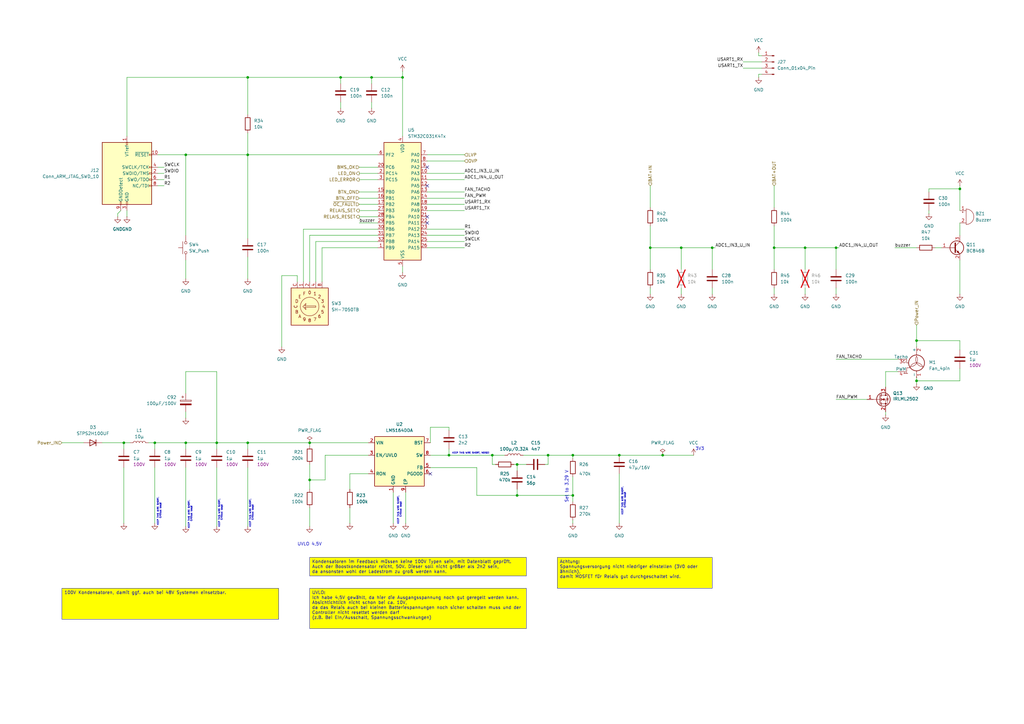
<source format=kicad_sch>
(kicad_sch
	(version 20250114)
	(generator "eeschema")
	(generator_version "9.0")
	(uuid "72baee58-3acb-4381-8344-e659d9461441")
	(paper "A3")
	(lib_symbols
		(symbol "Connector:Conn_01x04_Pin"
			(pin_names
				(offset 1.016)
				(hide yes)
			)
			(exclude_from_sim no)
			(in_bom yes)
			(on_board yes)
			(property "Reference" "J"
				(at 0 5.08 0)
				(effects
					(font
						(size 1.27 1.27)
					)
				)
			)
			(property "Value" "Conn_01x04_Pin"
				(at 0 -7.62 0)
				(effects
					(font
						(size 1.27 1.27)
					)
				)
			)
			(property "Footprint" ""
				(at 0 0 0)
				(effects
					(font
						(size 1.27 1.27)
					)
					(hide yes)
				)
			)
			(property "Datasheet" "~"
				(at 0 0 0)
				(effects
					(font
						(size 1.27 1.27)
					)
					(hide yes)
				)
			)
			(property "Description" "Generic connector, single row, 01x04, script generated"
				(at 0 0 0)
				(effects
					(font
						(size 1.27 1.27)
					)
					(hide yes)
				)
			)
			(property "ki_locked" ""
				(at 0 0 0)
				(effects
					(font
						(size 1.27 1.27)
					)
				)
			)
			(property "ki_keywords" "connector"
				(at 0 0 0)
				(effects
					(font
						(size 1.27 1.27)
					)
					(hide yes)
				)
			)
			(property "ki_fp_filters" "Connector*:*_1x??_*"
				(at 0 0 0)
				(effects
					(font
						(size 1.27 1.27)
					)
					(hide yes)
				)
			)
			(symbol "Conn_01x04_Pin_1_1"
				(rectangle
					(start 0.8636 2.667)
					(end 0 2.413)
					(stroke
						(width 0.1524)
						(type default)
					)
					(fill
						(type outline)
					)
				)
				(rectangle
					(start 0.8636 0.127)
					(end 0 -0.127)
					(stroke
						(width 0.1524)
						(type default)
					)
					(fill
						(type outline)
					)
				)
				(rectangle
					(start 0.8636 -2.413)
					(end 0 -2.667)
					(stroke
						(width 0.1524)
						(type default)
					)
					(fill
						(type outline)
					)
				)
				(rectangle
					(start 0.8636 -4.953)
					(end 0 -5.207)
					(stroke
						(width 0.1524)
						(type default)
					)
					(fill
						(type outline)
					)
				)
				(polyline
					(pts
						(xy 1.27 2.54) (xy 0.8636 2.54)
					)
					(stroke
						(width 0.1524)
						(type default)
					)
					(fill
						(type none)
					)
				)
				(polyline
					(pts
						(xy 1.27 0) (xy 0.8636 0)
					)
					(stroke
						(width 0.1524)
						(type default)
					)
					(fill
						(type none)
					)
				)
				(polyline
					(pts
						(xy 1.27 -2.54) (xy 0.8636 -2.54)
					)
					(stroke
						(width 0.1524)
						(type default)
					)
					(fill
						(type none)
					)
				)
				(polyline
					(pts
						(xy 1.27 -5.08) (xy 0.8636 -5.08)
					)
					(stroke
						(width 0.1524)
						(type default)
					)
					(fill
						(type none)
					)
				)
				(pin passive line
					(at 5.08 2.54 180)
					(length 3.81)
					(name "Pin_1"
						(effects
							(font
								(size 1.27 1.27)
							)
						)
					)
					(number "1"
						(effects
							(font
								(size 1.27 1.27)
							)
						)
					)
				)
				(pin passive line
					(at 5.08 0 180)
					(length 3.81)
					(name "Pin_2"
						(effects
							(font
								(size 1.27 1.27)
							)
						)
					)
					(number "2"
						(effects
							(font
								(size 1.27 1.27)
							)
						)
					)
				)
				(pin passive line
					(at 5.08 -2.54 180)
					(length 3.81)
					(name "Pin_3"
						(effects
							(font
								(size 1.27 1.27)
							)
						)
					)
					(number "3"
						(effects
							(font
								(size 1.27 1.27)
							)
						)
					)
				)
				(pin passive line
					(at 5.08 -5.08 180)
					(length 3.81)
					(name "Pin_4"
						(effects
							(font
								(size 1.27 1.27)
							)
						)
					)
					(number "4"
						(effects
							(font
								(size 1.27 1.27)
							)
						)
					)
				)
			)
			(embedded_fonts no)
		)
		(symbol "Connector:Conn_ARM_JTAG_SWD_10"
			(pin_names
				(offset 1.016)
			)
			(exclude_from_sim no)
			(in_bom yes)
			(on_board yes)
			(property "Reference" "J"
				(at -2.54 16.51 0)
				(effects
					(font
						(size 1.27 1.27)
					)
					(justify right)
				)
			)
			(property "Value" "Conn_ARM_JTAG_SWD_10"
				(at -2.54 13.97 0)
				(effects
					(font
						(size 1.27 1.27)
					)
					(justify right bottom)
				)
			)
			(property "Footprint" ""
				(at 0 0 0)
				(effects
					(font
						(size 1.27 1.27)
					)
					(hide yes)
				)
			)
			(property "Datasheet" "http://infocenter.arm.com/help/topic/com.arm.doc.ddi0314h/DDI0314H_coresight_components_trm.pdf"
				(at -8.89 -31.75 90)
				(effects
					(font
						(size 1.27 1.27)
					)
					(hide yes)
				)
			)
			(property "Description" "Cortex Debug Connector, standard ARM Cortex-M SWD and JTAG interface"
				(at 0 0 0)
				(effects
					(font
						(size 1.27 1.27)
					)
					(hide yes)
				)
			)
			(property "ki_keywords" "Cortex Debug Connector ARM SWD JTAG"
				(at 0 0 0)
				(effects
					(font
						(size 1.27 1.27)
					)
					(hide yes)
				)
			)
			(property "ki_fp_filters" "PinHeader?2x05?P1.27mm*"
				(at 0 0 0)
				(effects
					(font
						(size 1.27 1.27)
					)
					(hide yes)
				)
			)
			(symbol "Conn_ARM_JTAG_SWD_10_0_1"
				(rectangle
					(start -10.16 12.7)
					(end 10.16 -12.7)
					(stroke
						(width 0.254)
						(type default)
					)
					(fill
						(type background)
					)
				)
				(rectangle
					(start -2.794 -12.7)
					(end -2.286 -11.684)
					(stroke
						(width 0)
						(type default)
					)
					(fill
						(type none)
					)
				)
				(rectangle
					(start -0.254 12.7)
					(end 0.254 11.684)
					(stroke
						(width 0)
						(type default)
					)
					(fill
						(type none)
					)
				)
				(rectangle
					(start -0.254 -12.7)
					(end 0.254 -11.684)
					(stroke
						(width 0)
						(type default)
					)
					(fill
						(type none)
					)
				)
				(rectangle
					(start 9.144 2.286)
					(end 10.16 2.794)
					(stroke
						(width 0)
						(type default)
					)
					(fill
						(type none)
					)
				)
				(rectangle
					(start 10.16 7.874)
					(end 9.144 7.366)
					(stroke
						(width 0)
						(type default)
					)
					(fill
						(type none)
					)
				)
				(rectangle
					(start 10.16 -0.254)
					(end 9.144 0.254)
					(stroke
						(width 0)
						(type default)
					)
					(fill
						(type none)
					)
				)
				(rectangle
					(start 10.16 -2.794)
					(end 9.144 -2.286)
					(stroke
						(width 0)
						(type default)
					)
					(fill
						(type none)
					)
				)
			)
			(symbol "Conn_ARM_JTAG_SWD_10_1_1"
				(rectangle
					(start 9.144 -5.334)
					(end 10.16 -4.826)
					(stroke
						(width 0)
						(type default)
					)
					(fill
						(type none)
					)
				)
				(pin no_connect line
					(at -10.16 0 0)
					(length 2.54)
					(hide yes)
					(name "KEY"
						(effects
							(font
								(size 1.27 1.27)
							)
						)
					)
					(number "7"
						(effects
							(font
								(size 1.27 1.27)
							)
						)
					)
				)
				(pin passive line
					(at -2.54 -15.24 90)
					(length 2.54)
					(name "GNDDetect"
						(effects
							(font
								(size 1.27 1.27)
							)
						)
					)
					(number "9"
						(effects
							(font
								(size 1.27 1.27)
							)
						)
					)
				)
				(pin power_in line
					(at 0 15.24 270)
					(length 2.54)
					(name "VTref"
						(effects
							(font
								(size 1.27 1.27)
							)
						)
					)
					(number "1"
						(effects
							(font
								(size 1.27 1.27)
							)
						)
					)
				)
				(pin power_in line
					(at 0 -15.24 90)
					(length 2.54)
					(name "GND"
						(effects
							(font
								(size 1.27 1.27)
							)
						)
					)
					(number "3"
						(effects
							(font
								(size 1.27 1.27)
							)
						)
					)
				)
				(pin passive line
					(at 0 -15.24 90)
					(length 2.54)
					(hide yes)
					(name "GND"
						(effects
							(font
								(size 1.27 1.27)
							)
						)
					)
					(number "5"
						(effects
							(font
								(size 1.27 1.27)
							)
						)
					)
				)
				(pin open_collector line
					(at 12.7 7.62 180)
					(length 2.54)
					(name "~{RESET}"
						(effects
							(font
								(size 1.27 1.27)
							)
						)
					)
					(number "10"
						(effects
							(font
								(size 1.27 1.27)
							)
						)
					)
				)
				(pin output line
					(at 12.7 2.54 180)
					(length 2.54)
					(name "SWCLK/TCK"
						(effects
							(font
								(size 1.27 1.27)
							)
						)
					)
					(number "4"
						(effects
							(font
								(size 1.27 1.27)
							)
						)
					)
				)
				(pin bidirectional line
					(at 12.7 0 180)
					(length 2.54)
					(name "SWDIO/TMS"
						(effects
							(font
								(size 1.27 1.27)
							)
						)
					)
					(number "2"
						(effects
							(font
								(size 1.27 1.27)
							)
						)
					)
				)
				(pin input line
					(at 12.7 -2.54 180)
					(length 2.54)
					(name "SWO/TDO"
						(effects
							(font
								(size 1.27 1.27)
							)
						)
					)
					(number "6"
						(effects
							(font
								(size 1.27 1.27)
							)
						)
					)
				)
				(pin output line
					(at 12.7 -5.08 180)
					(length 2.54)
					(name "NC/TDI"
						(effects
							(font
								(size 1.27 1.27)
							)
						)
					)
					(number "8"
						(effects
							(font
								(size 1.27 1.27)
							)
						)
					)
				)
			)
			(embedded_fonts no)
		)
		(symbol "Device:Buzzer"
			(pin_names
				(offset 0.0254)
				(hide yes)
			)
			(exclude_from_sim no)
			(in_bom yes)
			(on_board yes)
			(property "Reference" "BZ"
				(at 3.81 1.27 0)
				(effects
					(font
						(size 1.27 1.27)
					)
					(justify left)
				)
			)
			(property "Value" "Buzzer"
				(at 3.81 -1.27 0)
				(effects
					(font
						(size 1.27 1.27)
					)
					(justify left)
				)
			)
			(property "Footprint" ""
				(at -0.635 2.54 90)
				(effects
					(font
						(size 1.27 1.27)
					)
					(hide yes)
				)
			)
			(property "Datasheet" "~"
				(at -0.635 2.54 90)
				(effects
					(font
						(size 1.27 1.27)
					)
					(hide yes)
				)
			)
			(property "Description" "Buzzer, polarized"
				(at 0 0 0)
				(effects
					(font
						(size 1.27 1.27)
					)
					(hide yes)
				)
			)
			(property "ki_keywords" "quartz resonator ceramic"
				(at 0 0 0)
				(effects
					(font
						(size 1.27 1.27)
					)
					(hide yes)
				)
			)
			(property "ki_fp_filters" "*Buzzer*"
				(at 0 0 0)
				(effects
					(font
						(size 1.27 1.27)
					)
					(hide yes)
				)
			)
			(symbol "Buzzer_0_1"
				(polyline
					(pts
						(xy -1.651 1.905) (xy -1.143 1.905)
					)
					(stroke
						(width 0)
						(type default)
					)
					(fill
						(type none)
					)
				)
				(polyline
					(pts
						(xy -1.397 2.159) (xy -1.397 1.651)
					)
					(stroke
						(width 0)
						(type default)
					)
					(fill
						(type none)
					)
				)
				(arc
					(start 0 3.175)
					(mid 3.1612 0)
					(end 0 -3.175)
					(stroke
						(width 0)
						(type default)
					)
					(fill
						(type none)
					)
				)
				(polyline
					(pts
						(xy 0 3.175) (xy 0 -3.175)
					)
					(stroke
						(width 0)
						(type default)
					)
					(fill
						(type none)
					)
				)
			)
			(symbol "Buzzer_1_1"
				(pin passive line
					(at -2.54 2.54 0)
					(length 2.54)
					(name "+"
						(effects
							(font
								(size 1.27 1.27)
							)
						)
					)
					(number "1"
						(effects
							(font
								(size 1.27 1.27)
							)
						)
					)
				)
				(pin passive line
					(at -2.54 -2.54 0)
					(length 2.54)
					(name "-"
						(effects
							(font
								(size 1.27 1.27)
							)
						)
					)
					(number "2"
						(effects
							(font
								(size 1.27 1.27)
							)
						)
					)
				)
			)
			(embedded_fonts no)
		)
		(symbol "Device:C"
			(pin_numbers
				(hide yes)
			)
			(pin_names
				(offset 0.254)
			)
			(exclude_from_sim no)
			(in_bom yes)
			(on_board yes)
			(property "Reference" "C"
				(at 0.635 2.54 0)
				(effects
					(font
						(size 1.27 1.27)
					)
					(justify left)
				)
			)
			(property "Value" "C"
				(at 0.635 -2.54 0)
				(effects
					(font
						(size 1.27 1.27)
					)
					(justify left)
				)
			)
			(property "Footprint" ""
				(at 0.9652 -3.81 0)
				(effects
					(font
						(size 1.27 1.27)
					)
					(hide yes)
				)
			)
			(property "Datasheet" "~"
				(at 0 0 0)
				(effects
					(font
						(size 1.27 1.27)
					)
					(hide yes)
				)
			)
			(property "Description" "Unpolarized capacitor"
				(at 0 0 0)
				(effects
					(font
						(size 1.27 1.27)
					)
					(hide yes)
				)
			)
			(property "ki_keywords" "cap capacitor"
				(at 0 0 0)
				(effects
					(font
						(size 1.27 1.27)
					)
					(hide yes)
				)
			)
			(property "ki_fp_filters" "C_*"
				(at 0 0 0)
				(effects
					(font
						(size 1.27 1.27)
					)
					(hide yes)
				)
			)
			(symbol "C_0_1"
				(polyline
					(pts
						(xy -2.032 0.762) (xy 2.032 0.762)
					)
					(stroke
						(width 0.508)
						(type default)
					)
					(fill
						(type none)
					)
				)
				(polyline
					(pts
						(xy -2.032 -0.762) (xy 2.032 -0.762)
					)
					(stroke
						(width 0.508)
						(type default)
					)
					(fill
						(type none)
					)
				)
			)
			(symbol "C_1_1"
				(pin passive line
					(at 0 3.81 270)
					(length 2.794)
					(name "~"
						(effects
							(font
								(size 1.27 1.27)
							)
						)
					)
					(number "1"
						(effects
							(font
								(size 1.27 1.27)
							)
						)
					)
				)
				(pin passive line
					(at 0 -3.81 90)
					(length 2.794)
					(name "~"
						(effects
							(font
								(size 1.27 1.27)
							)
						)
					)
					(number "2"
						(effects
							(font
								(size 1.27 1.27)
							)
						)
					)
				)
			)
			(embedded_fonts no)
		)
		(symbol "Device:C_Polarized"
			(pin_numbers
				(hide yes)
			)
			(pin_names
				(offset 0.254)
			)
			(exclude_from_sim no)
			(in_bom yes)
			(on_board yes)
			(property "Reference" "C"
				(at 0.635 2.54 0)
				(effects
					(font
						(size 1.27 1.27)
					)
					(justify left)
				)
			)
			(property "Value" "C_Polarized"
				(at 0.635 -2.54 0)
				(effects
					(font
						(size 1.27 1.27)
					)
					(justify left)
				)
			)
			(property "Footprint" ""
				(at 0.9652 -3.81 0)
				(effects
					(font
						(size 1.27 1.27)
					)
					(hide yes)
				)
			)
			(property "Datasheet" "~"
				(at 0 0 0)
				(effects
					(font
						(size 1.27 1.27)
					)
					(hide yes)
				)
			)
			(property "Description" "Polarized capacitor"
				(at 0 0 0)
				(effects
					(font
						(size 1.27 1.27)
					)
					(hide yes)
				)
			)
			(property "ki_keywords" "cap capacitor"
				(at 0 0 0)
				(effects
					(font
						(size 1.27 1.27)
					)
					(hide yes)
				)
			)
			(property "ki_fp_filters" "CP_*"
				(at 0 0 0)
				(effects
					(font
						(size 1.27 1.27)
					)
					(hide yes)
				)
			)
			(symbol "C_Polarized_0_1"
				(rectangle
					(start -2.286 0.508)
					(end 2.286 1.016)
					(stroke
						(width 0)
						(type default)
					)
					(fill
						(type none)
					)
				)
				(polyline
					(pts
						(xy -1.778 2.286) (xy -0.762 2.286)
					)
					(stroke
						(width 0)
						(type default)
					)
					(fill
						(type none)
					)
				)
				(polyline
					(pts
						(xy -1.27 2.794) (xy -1.27 1.778)
					)
					(stroke
						(width 0)
						(type default)
					)
					(fill
						(type none)
					)
				)
				(rectangle
					(start 2.286 -0.508)
					(end -2.286 -1.016)
					(stroke
						(width 0)
						(type default)
					)
					(fill
						(type outline)
					)
				)
			)
			(symbol "C_Polarized_1_1"
				(pin passive line
					(at 0 3.81 270)
					(length 2.794)
					(name "~"
						(effects
							(font
								(size 1.27 1.27)
							)
						)
					)
					(number "1"
						(effects
							(font
								(size 1.27 1.27)
							)
						)
					)
				)
				(pin passive line
					(at 0 -3.81 90)
					(length 2.794)
					(name "~"
						(effects
							(font
								(size 1.27 1.27)
							)
						)
					)
					(number "2"
						(effects
							(font
								(size 1.27 1.27)
							)
						)
					)
				)
			)
			(embedded_fonts no)
		)
		(symbol "Device:D"
			(pin_numbers
				(hide yes)
			)
			(pin_names
				(offset 1.016)
				(hide yes)
			)
			(exclude_from_sim no)
			(in_bom yes)
			(on_board yes)
			(property "Reference" "D"
				(at 0 2.54 0)
				(effects
					(font
						(size 1.27 1.27)
					)
				)
			)
			(property "Value" "D"
				(at 0 -2.54 0)
				(effects
					(font
						(size 1.27 1.27)
					)
				)
			)
			(property "Footprint" ""
				(at 0 0 0)
				(effects
					(font
						(size 1.27 1.27)
					)
					(hide yes)
				)
			)
			(property "Datasheet" "~"
				(at 0 0 0)
				(effects
					(font
						(size 1.27 1.27)
					)
					(hide yes)
				)
			)
			(property "Description" "Diode"
				(at 0 0 0)
				(effects
					(font
						(size 1.27 1.27)
					)
					(hide yes)
				)
			)
			(property "Sim.Device" "D"
				(at 0 0 0)
				(effects
					(font
						(size 1.27 1.27)
					)
					(hide yes)
				)
			)
			(property "Sim.Pins" "1=K 2=A"
				(at 0 0 0)
				(effects
					(font
						(size 1.27 1.27)
					)
					(hide yes)
				)
			)
			(property "ki_keywords" "diode"
				(at 0 0 0)
				(effects
					(font
						(size 1.27 1.27)
					)
					(hide yes)
				)
			)
			(property "ki_fp_filters" "TO-???* *_Diode_* *SingleDiode* D_*"
				(at 0 0 0)
				(effects
					(font
						(size 1.27 1.27)
					)
					(hide yes)
				)
			)
			(symbol "D_0_1"
				(polyline
					(pts
						(xy -1.27 1.27) (xy -1.27 -1.27)
					)
					(stroke
						(width 0.254)
						(type default)
					)
					(fill
						(type none)
					)
				)
				(polyline
					(pts
						(xy 1.27 1.27) (xy 1.27 -1.27) (xy -1.27 0) (xy 1.27 1.27)
					)
					(stroke
						(width 0.254)
						(type default)
					)
					(fill
						(type none)
					)
				)
				(polyline
					(pts
						(xy 1.27 0) (xy -1.27 0)
					)
					(stroke
						(width 0)
						(type default)
					)
					(fill
						(type none)
					)
				)
			)
			(symbol "D_1_1"
				(pin passive line
					(at -3.81 0 0)
					(length 2.54)
					(name "K"
						(effects
							(font
								(size 1.27 1.27)
							)
						)
					)
					(number "1"
						(effects
							(font
								(size 1.27 1.27)
							)
						)
					)
				)
				(pin passive line
					(at 3.81 0 180)
					(length 2.54)
					(name "A"
						(effects
							(font
								(size 1.27 1.27)
							)
						)
					)
					(number "2"
						(effects
							(font
								(size 1.27 1.27)
							)
						)
					)
				)
			)
			(embedded_fonts no)
		)
		(symbol "Device:L"
			(pin_numbers
				(hide yes)
			)
			(pin_names
				(offset 1.016)
				(hide yes)
			)
			(exclude_from_sim no)
			(in_bom yes)
			(on_board yes)
			(property "Reference" "L"
				(at -1.27 0 90)
				(effects
					(font
						(size 1.27 1.27)
					)
				)
			)
			(property "Value" "L"
				(at 1.905 0 90)
				(effects
					(font
						(size 1.27 1.27)
					)
				)
			)
			(property "Footprint" ""
				(at 0 0 0)
				(effects
					(font
						(size 1.27 1.27)
					)
					(hide yes)
				)
			)
			(property "Datasheet" "~"
				(at 0 0 0)
				(effects
					(font
						(size 1.27 1.27)
					)
					(hide yes)
				)
			)
			(property "Description" "Inductor"
				(at 0 0 0)
				(effects
					(font
						(size 1.27 1.27)
					)
					(hide yes)
				)
			)
			(property "ki_keywords" "inductor choke coil reactor magnetic"
				(at 0 0 0)
				(effects
					(font
						(size 1.27 1.27)
					)
					(hide yes)
				)
			)
			(property "ki_fp_filters" "Choke_* *Coil* Inductor_* L_*"
				(at 0 0 0)
				(effects
					(font
						(size 1.27 1.27)
					)
					(hide yes)
				)
			)
			(symbol "L_0_1"
				(arc
					(start 0 2.54)
					(mid 0.6323 1.905)
					(end 0 1.27)
					(stroke
						(width 0)
						(type default)
					)
					(fill
						(type none)
					)
				)
				(arc
					(start 0 1.27)
					(mid 0.6323 0.635)
					(end 0 0)
					(stroke
						(width 0)
						(type default)
					)
					(fill
						(type none)
					)
				)
				(arc
					(start 0 0)
					(mid 0.6323 -0.635)
					(end 0 -1.27)
					(stroke
						(width 0)
						(type default)
					)
					(fill
						(type none)
					)
				)
				(arc
					(start 0 -1.27)
					(mid 0.6323 -1.905)
					(end 0 -2.54)
					(stroke
						(width 0)
						(type default)
					)
					(fill
						(type none)
					)
				)
			)
			(symbol "L_1_1"
				(pin passive line
					(at 0 3.81 270)
					(length 1.27)
					(name "1"
						(effects
							(font
								(size 1.27 1.27)
							)
						)
					)
					(number "1"
						(effects
							(font
								(size 1.27 1.27)
							)
						)
					)
				)
				(pin passive line
					(at 0 -3.81 90)
					(length 1.27)
					(name "2"
						(effects
							(font
								(size 1.27 1.27)
							)
						)
					)
					(number "2"
						(effects
							(font
								(size 1.27 1.27)
							)
						)
					)
				)
			)
			(embedded_fonts no)
		)
		(symbol "Device:R"
			(pin_numbers
				(hide yes)
			)
			(pin_names
				(offset 0)
			)
			(exclude_from_sim no)
			(in_bom yes)
			(on_board yes)
			(property "Reference" "R"
				(at 2.032 0 90)
				(effects
					(font
						(size 1.27 1.27)
					)
				)
			)
			(property "Value" "R"
				(at 0 0 90)
				(effects
					(font
						(size 1.27 1.27)
					)
				)
			)
			(property "Footprint" ""
				(at -1.778 0 90)
				(effects
					(font
						(size 1.27 1.27)
					)
					(hide yes)
				)
			)
			(property "Datasheet" "~"
				(at 0 0 0)
				(effects
					(font
						(size 1.27 1.27)
					)
					(hide yes)
				)
			)
			(property "Description" "Resistor"
				(at 0 0 0)
				(effects
					(font
						(size 1.27 1.27)
					)
					(hide yes)
				)
			)
			(property "ki_keywords" "R res resistor"
				(at 0 0 0)
				(effects
					(font
						(size 1.27 1.27)
					)
					(hide yes)
				)
			)
			(property "ki_fp_filters" "R_*"
				(at 0 0 0)
				(effects
					(font
						(size 1.27 1.27)
					)
					(hide yes)
				)
			)
			(symbol "R_0_1"
				(rectangle
					(start -1.016 -2.54)
					(end 1.016 2.54)
					(stroke
						(width 0.254)
						(type default)
					)
					(fill
						(type none)
					)
				)
			)
			(symbol "R_1_1"
				(pin passive line
					(at 0 3.81 270)
					(length 1.27)
					(name "~"
						(effects
							(font
								(size 1.27 1.27)
							)
						)
					)
					(number "1"
						(effects
							(font
								(size 1.27 1.27)
							)
						)
					)
				)
				(pin passive line
					(at 0 -3.81 90)
					(length 1.27)
					(name "~"
						(effects
							(font
								(size 1.27 1.27)
							)
						)
					)
					(number "2"
						(effects
							(font
								(size 1.27 1.27)
							)
						)
					)
				)
			)
			(embedded_fonts no)
		)
		(symbol "MCU_ST_STM32C0:STM32C031K4Tx"
			(exclude_from_sim no)
			(in_bom yes)
			(on_board yes)
			(property "Reference" "U"
				(at -7.62 26.67 0)
				(effects
					(font
						(size 1.27 1.27)
					)
					(justify left)
				)
			)
			(property "Value" "STM32C031K4Tx"
				(at 2.54 26.67 0)
				(effects
					(font
						(size 1.27 1.27)
					)
					(justify left)
				)
			)
			(property "Footprint" "Package_QFP:LQFP-32_7x7mm_P0.8mm"
				(at -7.62 -22.86 0)
				(effects
					(font
						(size 1.27 1.27)
					)
					(justify right)
					(hide yes)
				)
			)
			(property "Datasheet" "https://www.st.com/resource/en/datasheet/stm32c031k4.pdf"
				(at 0 0 0)
				(effects
					(font
						(size 1.27 1.27)
					)
					(hide yes)
				)
			)
			(property "Description" "STMicroelectronics Arm Cortex-M0+ MCU, 16KB flash, 12KB RAM, 48 MHz, 2.0-3.6V, 30 GPIO, LQFP32"
				(at 0 0 0)
				(effects
					(font
						(size 1.27 1.27)
					)
					(hide yes)
				)
			)
			(property "ki_keywords" "Arm Cortex-M0+ STM32C0 STM32C0x1"
				(at 0 0 0)
				(effects
					(font
						(size 1.27 1.27)
					)
					(hide yes)
				)
			)
			(property "ki_fp_filters" "LQFP*7x7mm*P0.8mm*"
				(at 0 0 0)
				(effects
					(font
						(size 1.27 1.27)
					)
					(hide yes)
				)
			)
			(symbol "STM32C031K4Tx_0_1"
				(rectangle
					(start -7.62 -22.86)
					(end 7.62 25.4)
					(stroke
						(width 0.254)
						(type default)
					)
					(fill
						(type background)
					)
				)
			)
			(symbol "STM32C031K4Tx_1_1"
				(pin bidirectional line
					(at -10.16 20.32 0)
					(length 2.54)
					(name "PF2"
						(effects
							(font
								(size 1.27 1.27)
							)
						)
					)
					(number "6"
						(effects
							(font
								(size 1.27 1.27)
							)
						)
					)
					(alternate "RCC_MCO" bidirectional line)
					(alternate "TIM1_CH4" bidirectional line)
				)
				(pin bidirectional line
					(at -10.16 15.24 0)
					(length 2.54)
					(name "PC6"
						(effects
							(font
								(size 1.27 1.27)
							)
						)
					)
					(number "20"
						(effects
							(font
								(size 1.27 1.27)
							)
						)
					)
					(alternate "TIM3_CH1" bidirectional line)
				)
				(pin bidirectional line
					(at -10.16 12.7 0)
					(length 2.54)
					(name "PC14"
						(effects
							(font
								(size 1.27 1.27)
							)
						)
					)
					(number "2"
						(effects
							(font
								(size 1.27 1.27)
							)
						)
					)
					(alternate "I2C1_SDA" bidirectional line)
					(alternate "IR_OUT" bidirectional line)
					(alternate "RCC_OSCX_IN" bidirectional line)
					(alternate "TIM17_CH1" bidirectional line)
					(alternate "TIM1_BKIN2" bidirectional line)
					(alternate "TIM1_ETR" bidirectional line)
					(alternate "TIM3_CH2" bidirectional line)
					(alternate "USART1_TX" bidirectional line)
					(alternate "USART2_CK" bidirectional line)
					(alternate "USART2_DE" bidirectional line)
					(alternate "USART2_RTS" bidirectional line)
				)
				(pin bidirectional line
					(at -10.16 10.16 0)
					(length 2.54)
					(name "PC15"
						(effects
							(font
								(size 1.27 1.27)
							)
						)
					)
					(number "3"
						(effects
							(font
								(size 1.27 1.27)
							)
						)
					)
					(alternate "RCC_OSC32_EN" bidirectional line)
					(alternate "RCC_OSCX_OUT" bidirectional line)
					(alternate "RCC_OSC_EN" bidirectional line)
					(alternate "TIM1_ETR" bidirectional line)
					(alternate "TIM3_CH3" bidirectional line)
				)
				(pin bidirectional line
					(at -10.16 5.08 0)
					(length 2.54)
					(name "PB0"
						(effects
							(font
								(size 1.27 1.27)
							)
						)
					)
					(number "15"
						(effects
							(font
								(size 1.27 1.27)
							)
						)
					)
					(alternate "ADC1_IN17" bidirectional line)
					(alternate "I2S1_WS" bidirectional line)
					(alternate "SPI1_NSS" bidirectional line)
					(alternate "TIM1_CH2N" bidirectional line)
					(alternate "TIM3_CH3" bidirectional line)
				)
				(pin bidirectional line
					(at -10.16 2.54 0)
					(length 2.54)
					(name "PB1"
						(effects
							(font
								(size 1.27 1.27)
							)
						)
					)
					(number "16"
						(effects
							(font
								(size 1.27 1.27)
							)
						)
					)
					(alternate "ADC1_IN18" bidirectional line)
					(alternate "TIM14_CH1" bidirectional line)
					(alternate "TIM1_CH2N" bidirectional line)
					(alternate "TIM1_CH3N" bidirectional line)
					(alternate "TIM3_CH4" bidirectional line)
				)
				(pin bidirectional line
					(at -10.16 0 0)
					(length 2.54)
					(name "PB2"
						(effects
							(font
								(size 1.27 1.27)
							)
						)
					)
					(number "17"
						(effects
							(font
								(size 1.27 1.27)
							)
						)
					)
					(alternate "ADC1_IN19" bidirectional line)
					(alternate "RCC_MCO_2" bidirectional line)
					(alternate "USART1_RX" bidirectional line)
				)
				(pin bidirectional line
					(at -10.16 -2.54 0)
					(length 2.54)
					(name "PB3"
						(effects
							(font
								(size 1.27 1.27)
							)
						)
					)
					(number "27"
						(effects
							(font
								(size 1.27 1.27)
							)
						)
					)
					(alternate "I2S1_CK" bidirectional line)
					(alternate "SPI1_SCK" bidirectional line)
					(alternate "TIM1_CH2" bidirectional line)
					(alternate "TIM3_CH2" bidirectional line)
					(alternate "USART1_CK" bidirectional line)
					(alternate "USART1_DE" bidirectional line)
					(alternate "USART1_RTS" bidirectional line)
				)
				(pin bidirectional line
					(at -10.16 -5.08 0)
					(length 2.54)
					(name "PB4"
						(effects
							(font
								(size 1.27 1.27)
							)
						)
					)
					(number "28"
						(effects
							(font
								(size 1.27 1.27)
							)
						)
					)
					(alternate "I2S1_MCK" bidirectional line)
					(alternate "SPI1_MISO" bidirectional line)
					(alternate "TIM17_BKIN" bidirectional line)
					(alternate "TIM3_CH1" bidirectional line)
					(alternate "USART1_CTS" bidirectional line)
					(alternate "USART1_NSS" bidirectional line)
				)
				(pin bidirectional line
					(at -10.16 -7.62 0)
					(length 2.54)
					(name "PB5"
						(effects
							(font
								(size 1.27 1.27)
							)
						)
					)
					(number "29"
						(effects
							(font
								(size 1.27 1.27)
							)
						)
					)
					(alternate "I2C1_SMBA" bidirectional line)
					(alternate "I2S1_SD" bidirectional line)
					(alternate "PWR_WKUP6" bidirectional line)
					(alternate "SPI1_MOSI" bidirectional line)
					(alternate "TIM16_BKIN" bidirectional line)
					(alternate "TIM3_CH2" bidirectional line)
					(alternate "TIM3_CH3" bidirectional line)
				)
				(pin bidirectional line
					(at -10.16 -10.16 0)
					(length 2.54)
					(name "PB6"
						(effects
							(font
								(size 1.27 1.27)
							)
						)
					)
					(number "30"
						(effects
							(font
								(size 1.27 1.27)
							)
						)
					)
					(alternate "I2C1_SCL" bidirectional line)
					(alternate "I2C1_SMBA" bidirectional line)
					(alternate "I2S1_CK" bidirectional line)
					(alternate "I2S1_MCK" bidirectional line)
					(alternate "I2S1_SD" bidirectional line)
					(alternate "PWR_WKUP3" bidirectional line)
					(alternate "SPI1_MISO" bidirectional line)
					(alternate "SPI1_MOSI" bidirectional line)
					(alternate "SPI1_SCK" bidirectional line)
					(alternate "TIM16_BKIN" bidirectional line)
					(alternate "TIM16_CH1N" bidirectional line)
					(alternate "TIM17_BKIN" bidirectional line)
					(alternate "TIM1_CH2" bidirectional line)
					(alternate "TIM1_CH3" bidirectional line)
					(alternate "TIM3_CH1" bidirectional line)
					(alternate "TIM3_CH2" bidirectional line)
					(alternate "TIM3_CH3" bidirectional line)
					(alternate "USART1_CK" bidirectional line)
					(alternate "USART1_CTS" bidirectional line)
					(alternate "USART1_DE" bidirectional line)
					(alternate "USART1_NSS" bidirectional line)
					(alternate "USART1_RTS" bidirectional line)
					(alternate "USART1_TX" bidirectional line)
				)
				(pin bidirectional line
					(at -10.16 -12.7 0)
					(length 2.54)
					(name "PB7"
						(effects
							(font
								(size 1.27 1.27)
							)
						)
					)
					(number "31"
						(effects
							(font
								(size 1.27 1.27)
							)
						)
					)
					(alternate "I2C1_SCL" bidirectional line)
					(alternate "I2C1_SDA" bidirectional line)
					(alternate "RTC_REFIN" bidirectional line)
					(alternate "TIM16_CH1" bidirectional line)
					(alternate "TIM17_CH1N" bidirectional line)
					(alternate "TIM1_CH4" bidirectional line)
					(alternate "TIM3_CH1" bidirectional line)
					(alternate "TIM3_CH4" bidirectional line)
					(alternate "USART1_RX" bidirectional line)
					(alternate "USART2_CTS" bidirectional line)
					(alternate "USART2_NSS" bidirectional line)
				)
				(pin bidirectional line
					(at -10.16 -15.24 0)
					(length 2.54)
					(name "PB8"
						(effects
							(font
								(size 1.27 1.27)
							)
						)
					)
					(number "32"
						(effects
							(font
								(size 1.27 1.27)
							)
						)
					)
					(alternate "I2C1_SCL" bidirectional line)
					(alternate "TIM16_CH1" bidirectional line)
					(alternate "TIM3_CH1" bidirectional line)
					(alternate "USART2_CTS" bidirectional line)
					(alternate "USART2_NSS" bidirectional line)
				)
				(pin bidirectional line
					(at -10.16 -17.78 0)
					(length 2.54)
					(name "PB9"
						(effects
							(font
								(size 1.27 1.27)
							)
						)
					)
					(number "1"
						(effects
							(font
								(size 1.27 1.27)
							)
						)
					)
					(alternate "I2C1_SDA" bidirectional line)
					(alternate "IR_OUT" bidirectional line)
					(alternate "TIM17_CH1" bidirectional line)
					(alternate "TIM3_CH2" bidirectional line)
					(alternate "USART2_CK" bidirectional line)
					(alternate "USART2_DE" bidirectional line)
					(alternate "USART2_RTS" bidirectional line)
				)
				(pin power_in line
					(at 0 27.94 270)
					(length 2.54)
					(name "VDD"
						(effects
							(font
								(size 1.27 1.27)
							)
						)
					)
					(number "4"
						(effects
							(font
								(size 1.27 1.27)
							)
						)
					)
				)
				(pin power_in line
					(at 0 -25.4 90)
					(length 2.54)
					(name "VSS"
						(effects
							(font
								(size 1.27 1.27)
							)
						)
					)
					(number "5"
						(effects
							(font
								(size 1.27 1.27)
							)
						)
					)
				)
				(pin bidirectional line
					(at 10.16 20.32 180)
					(length 2.54)
					(name "PA0"
						(effects
							(font
								(size 1.27 1.27)
							)
						)
					)
					(number "7"
						(effects
							(font
								(size 1.27 1.27)
							)
						)
					)
					(alternate "ADC1_IN0" bidirectional line)
					(alternate "PWR_WKUP1" bidirectional line)
					(alternate "TIM16_CH1" bidirectional line)
					(alternate "TIM1_CH1" bidirectional line)
					(alternate "USART1_TX" bidirectional line)
					(alternate "USART2_CTS" bidirectional line)
					(alternate "USART2_NSS" bidirectional line)
				)
				(pin bidirectional line
					(at 10.16 17.78 180)
					(length 2.54)
					(name "PA1"
						(effects
							(font
								(size 1.27 1.27)
							)
						)
					)
					(number "8"
						(effects
							(font
								(size 1.27 1.27)
							)
						)
					)
					(alternate "ADC1_IN1" bidirectional line)
					(alternate "I2C1_SMBA" bidirectional line)
					(alternate "I2S1_CK" bidirectional line)
					(alternate "SPI1_SCK" bidirectional line)
					(alternate "TIM17_CH1" bidirectional line)
					(alternate "TIM1_CH2" bidirectional line)
					(alternate "USART1_RX" bidirectional line)
					(alternate "USART2_CK" bidirectional line)
					(alternate "USART2_DE" bidirectional line)
					(alternate "USART2_RTS" bidirectional line)
				)
				(pin bidirectional line
					(at 10.16 15.24 180)
					(length 2.54)
					(name "PA2"
						(effects
							(font
								(size 1.27 1.27)
							)
						)
					)
					(number "9"
						(effects
							(font
								(size 1.27 1.27)
							)
						)
					)
					(alternate "ADC1_IN2" bidirectional line)
					(alternate "I2S1_SD" bidirectional line)
					(alternate "PWR_WKUP4" bidirectional line)
					(alternate "RCC_LSCO" bidirectional line)
					(alternate "SPI1_MOSI" bidirectional line)
					(alternate "TIM16_CH1N" bidirectional line)
					(alternate "TIM1_CH3" bidirectional line)
					(alternate "TIM3_ETR" bidirectional line)
					(alternate "USART2_TX" bidirectional line)
				)
				(pin bidirectional line
					(at 10.16 12.7 180)
					(length 2.54)
					(name "PA3"
						(effects
							(font
								(size 1.27 1.27)
							)
						)
					)
					(number "10"
						(effects
							(font
								(size 1.27 1.27)
							)
						)
					)
					(alternate "ADC1_IN3" bidirectional line)
					(alternate "TIM1_CH1N" bidirectional line)
					(alternate "TIM1_CH4" bidirectional line)
					(alternate "USART2_RX" bidirectional line)
				)
				(pin bidirectional line
					(at 10.16 10.16 180)
					(length 2.54)
					(name "PA4"
						(effects
							(font
								(size 1.27 1.27)
							)
						)
					)
					(number "11"
						(effects
							(font
								(size 1.27 1.27)
							)
						)
					)
					(alternate "ADC1_IN4" bidirectional line)
					(alternate "I2S1_WS" bidirectional line)
					(alternate "PWR_WKUP2" bidirectional line)
					(alternate "RTC_OUT1" bidirectional line)
					(alternate "RTC_TS" bidirectional line)
					(alternate "SPI1_NSS" bidirectional line)
					(alternate "TIM14_CH1" bidirectional line)
					(alternate "TIM17_CH1N" bidirectional line)
					(alternate "TIM1_CH2N" bidirectional line)
					(alternate "USART2_TX" bidirectional line)
				)
				(pin bidirectional line
					(at 10.16 7.62 180)
					(length 2.54)
					(name "PA5"
						(effects
							(font
								(size 1.27 1.27)
							)
						)
					)
					(number "12"
						(effects
							(font
								(size 1.27 1.27)
							)
						)
					)
					(alternate "ADC1_IN5" bidirectional line)
					(alternate "I2S1_CK" bidirectional line)
					(alternate "SPI1_SCK" bidirectional line)
					(alternate "TIM1_CH1" bidirectional line)
					(alternate "TIM1_CH3N" bidirectional line)
					(alternate "USART2_RX" bidirectional line)
				)
				(pin bidirectional line
					(at 10.16 5.08 180)
					(length 2.54)
					(name "PA6"
						(effects
							(font
								(size 1.27 1.27)
							)
						)
					)
					(number "13"
						(effects
							(font
								(size 1.27 1.27)
							)
						)
					)
					(alternate "ADC1_IN6" bidirectional line)
					(alternate "I2S1_MCK" bidirectional line)
					(alternate "SPI1_MISO" bidirectional line)
					(alternate "TIM16_CH1" bidirectional line)
					(alternate "TIM1_BKIN" bidirectional line)
					(alternate "TIM3_CH1" bidirectional line)
				)
				(pin bidirectional line
					(at 10.16 2.54 180)
					(length 2.54)
					(name "PA7"
						(effects
							(font
								(size 1.27 1.27)
							)
						)
					)
					(number "14"
						(effects
							(font
								(size 1.27 1.27)
							)
						)
					)
					(alternate "ADC1_IN7" bidirectional line)
					(alternate "I2S1_SD" bidirectional line)
					(alternate "SPI1_MOSI" bidirectional line)
					(alternate "TIM14_CH1" bidirectional line)
					(alternate "TIM17_CH1" bidirectional line)
					(alternate "TIM1_CH1N" bidirectional line)
					(alternate "TIM3_CH2" bidirectional line)
				)
				(pin bidirectional line
					(at 10.16 0 180)
					(length 2.54)
					(name "PA8"
						(effects
							(font
								(size 1.27 1.27)
							)
						)
					)
					(number "18"
						(effects
							(font
								(size 1.27 1.27)
							)
						)
					)
					(alternate "ADC1_IN8" bidirectional line)
					(alternate "I2S1_WS" bidirectional line)
					(alternate "RCC_MCO" bidirectional line)
					(alternate "RCC_MCO_2" bidirectional line)
					(alternate "SPI1_NSS" bidirectional line)
					(alternate "TIM14_CH1" bidirectional line)
					(alternate "TIM1_CH1" bidirectional line)
					(alternate "TIM1_CH2N" bidirectional line)
					(alternate "TIM1_CH3N" bidirectional line)
					(alternate "TIM3_CH3" bidirectional line)
					(alternate "TIM3_CH4" bidirectional line)
					(alternate "USART1_RX" bidirectional line)
					(alternate "USART2_TX" bidirectional line)
				)
				(pin bidirectional line
					(at 10.16 -2.54 180)
					(length 2.54)
					(name "PA9"
						(effects
							(font
								(size 1.27 1.27)
							)
						)
					)
					(number "19"
						(effects
							(font
								(size 1.27 1.27)
							)
						)
					)
					(alternate "I2C1_SCL" bidirectional line)
					(alternate "RCC_MCO" bidirectional line)
					(alternate "TIM1_CH2" bidirectional line)
					(alternate "TIM3_ETR" bidirectional line)
					(alternate "USART1_TX" bidirectional line)
				)
				(pin bidirectional line
					(at 10.16 -5.08 180)
					(length 2.54)
					(name "PA10"
						(effects
							(font
								(size 1.27 1.27)
							)
						)
					)
					(number "21"
						(effects
							(font
								(size 1.27 1.27)
							)
						)
					)
					(alternate "I2C1_SDA" bidirectional line)
					(alternate "RCC_MCO_2" bidirectional line)
					(alternate "TIM17_BKIN" bidirectional line)
					(alternate "TIM1_CH3" bidirectional line)
					(alternate "USART1_RX" bidirectional line)
				)
				(pin bidirectional line
					(at 10.16 -7.62 180)
					(length 2.54)
					(name "PA11"
						(effects
							(font
								(size 1.27 1.27)
							)
						)
					)
					(number "22"
						(effects
							(font
								(size 1.27 1.27)
							)
						)
					)
					(alternate "ADC1_EXTI11" bidirectional line)
					(alternate "ADC1_IN11" bidirectional line)
					(alternate "I2S1_MCK" bidirectional line)
					(alternate "SPI1_MISO" bidirectional line)
					(alternate "TIM1_BKIN2" bidirectional line)
					(alternate "TIM1_CH4" bidirectional line)
					(alternate "USART1_CTS" bidirectional line)
					(alternate "USART1_NSS" bidirectional line)
				)
				(pin bidirectional line
					(at 10.16 -10.16 180)
					(length 2.54)
					(name "PA12"
						(effects
							(font
								(size 1.27 1.27)
							)
						)
					)
					(number "23"
						(effects
							(font
								(size 1.27 1.27)
							)
						)
					)
					(alternate "ADC1_IN12" bidirectional line)
					(alternate "I2S1_SD" bidirectional line)
					(alternate "I2S_CKIN" bidirectional line)
					(alternate "SPI1_MOSI" bidirectional line)
					(alternate "TIM1_ETR" bidirectional line)
					(alternate "USART1_CK" bidirectional line)
					(alternate "USART1_DE" bidirectional line)
					(alternate "USART1_RTS" bidirectional line)
				)
				(pin bidirectional line
					(at 10.16 -12.7 180)
					(length 2.54)
					(name "PA13"
						(effects
							(font
								(size 1.27 1.27)
							)
						)
					)
					(number "24"
						(effects
							(font
								(size 1.27 1.27)
							)
						)
					)
					(alternate "ADC1_IN13" bidirectional line)
					(alternate "DEBUG_SWDIO" bidirectional line)
					(alternate "IR_OUT" bidirectional line)
					(alternate "TIM3_ETR" bidirectional line)
					(alternate "USART2_RX" bidirectional line)
				)
				(pin bidirectional line
					(at 10.16 -15.24 180)
					(length 2.54)
					(name "PA14"
						(effects
							(font
								(size 1.27 1.27)
							)
						)
					)
					(number "25"
						(effects
							(font
								(size 1.27 1.27)
							)
						)
					)
					(alternate "ADC1_IN14" bidirectional line)
					(alternate "DEBUG_SWCLK" bidirectional line)
					(alternate "I2S1_WS" bidirectional line)
					(alternate "RCC_MCO_2" bidirectional line)
					(alternate "SPI1_NSS" bidirectional line)
					(alternate "TIM1_CH1" bidirectional line)
					(alternate "USART1_CK" bidirectional line)
					(alternate "USART1_DE" bidirectional line)
					(alternate "USART1_RTS" bidirectional line)
					(alternate "USART2_RX" bidirectional line)
					(alternate "USART2_TX" bidirectional line)
				)
				(pin bidirectional line
					(at 10.16 -17.78 180)
					(length 2.54)
					(name "PA15"
						(effects
							(font
								(size 1.27 1.27)
							)
						)
					)
					(number "26"
						(effects
							(font
								(size 1.27 1.27)
							)
						)
					)
					(alternate "I2S1_WS" bidirectional line)
					(alternate "RCC_MCO_2" bidirectional line)
					(alternate "SPI1_NSS" bidirectional line)
					(alternate "TIM1_CH1" bidirectional line)
					(alternate "USART1_CK" bidirectional line)
					(alternate "USART1_DE" bidirectional line)
					(alternate "USART1_RTS" bidirectional line)
					(alternate "USART2_RX" bidirectional line)
				)
			)
			(embedded_fonts no)
		)
		(symbol "Motor:Fan_4pin"
			(pin_names
				(offset 0)
			)
			(exclude_from_sim no)
			(in_bom yes)
			(on_board yes)
			(property "Reference" "M"
				(at 2.54 5.08 0)
				(effects
					(font
						(size 1.27 1.27)
					)
					(justify left)
				)
			)
			(property "Value" "Fan_4pin"
				(at 2.54 -2.54 0)
				(effects
					(font
						(size 1.27 1.27)
					)
					(justify left top)
				)
			)
			(property "Footprint" ""
				(at 0 0.254 0)
				(effects
					(font
						(size 1.27 1.27)
					)
					(hide yes)
				)
			)
			(property "Datasheet" "http://www.formfactors.org/developer%5Cspecs%5Crev1_2_public.pdf"
				(at 0 0.254 0)
				(effects
					(font
						(size 1.27 1.27)
					)
					(hide yes)
				)
			)
			(property "Description" "Fan, tacho output, PWM input, 4-pin connector"
				(at 0 0 0)
				(effects
					(font
						(size 1.27 1.27)
					)
					(hide yes)
				)
			)
			(property "ki_keywords" "Fan Motor tacho PWM"
				(at 0 0 0)
				(effects
					(font
						(size 1.27 1.27)
					)
					(hide yes)
				)
			)
			(property "ki_fp_filters" "FanPinHeader*P2.54mm*Vertical* PinHeader*P2.54mm*Vertical* TerminalBlock*"
				(at 0 0 0)
				(effects
					(font
						(size 1.27 1.27)
					)
					(hide yes)
				)
			)
			(symbol "Fan_4pin_0_0"
				(polyline
					(pts
						(xy -5.08 2.032) (xy -5.334 2.159)
					)
					(stroke
						(width 0)
						(type default)
					)
					(fill
						(type none)
					)
				)
				(polyline
					(pts
						(xy -5.08 2.032) (xy -5.207 1.778)
					)
					(stroke
						(width 0)
						(type default)
					)
					(fill
						(type none)
					)
				)
				(arc
					(start -4.572 1.524)
					(mid -5.08 1.0182)
					(end -5.588 1.524)
					(stroke
						(width 0)
						(type default)
					)
					(fill
						(type none)
					)
				)
				(arc
					(start -5.588 1.524)
					(mid -5.4392 1.8832)
					(end -5.08 2.032)
					(stroke
						(width 0)
						(type default)
					)
					(fill
						(type none)
					)
				)
				(polyline
					(pts
						(xy -4.064 2.54) (xy -4.064 1.016) (xy -3.302 1.016)
					)
					(stroke
						(width 0)
						(type default)
					)
					(fill
						(type none)
					)
				)
			)
			(symbol "Fan_4pin_0_1"
				(polyline
					(pts
						(xy -5.334 -3.302) (xy -5.08 -3.302) (xy -5.08 -3.048) (xy -4.826 -3.048) (xy -4.826 -3.302) (xy -4.318 -3.302)
						(xy -4.318 -3.048) (xy -4.064 -3.048) (xy -4.064 -3.302) (xy -3.556 -3.302)
					)
					(stroke
						(width 0)
						(type default)
					)
					(fill
						(type none)
					)
				)
				(polyline
					(pts
						(xy -4.064 2.54) (xy -5.08 2.54)
					)
					(stroke
						(width 0)
						(type default)
					)
					(fill
						(type none)
					)
				)
				(polyline
					(pts
						(xy -2.54 -1.016) (xy -4.064 -1.016) (xy -4.064 -2.54) (xy -5.08 -2.54)
					)
					(stroke
						(width 0)
						(type default)
					)
					(fill
						(type none)
					)
				)
				(arc
					(start 0 3.81)
					(mid -0.0015 0.9048)
					(end -2.54 -0.508)
					(stroke
						(width 0)
						(type default)
					)
					(fill
						(type none)
					)
				)
				(polyline
					(pts
						(xy 0 4.572) (xy 0 5.08)
					)
					(stroke
						(width 0)
						(type default)
					)
					(fill
						(type none)
					)
				)
				(polyline
					(pts
						(xy 0 4.2672) (xy 0 4.6228)
					)
					(stroke
						(width 0)
						(type default)
					)
					(fill
						(type none)
					)
				)
				(circle
					(center 0 1.016)
					(radius 3.2512)
					(stroke
						(width 0.254)
						(type default)
					)
					(fill
						(type none)
					)
				)
				(arc
					(start -2.54 -0.508)
					(mid 0 1.0618)
					(end 2.54 -0.508)
					(stroke
						(width 0)
						(type default)
					)
					(fill
						(type none)
					)
				)
				(polyline
					(pts
						(xy 0 -2.2352) (xy 0 -2.6416)
					)
					(stroke
						(width 0)
						(type default)
					)
					(fill
						(type none)
					)
				)
				(polyline
					(pts
						(xy 0 -5.08) (xy 0 -4.572)
					)
					(stroke
						(width 0)
						(type default)
					)
					(fill
						(type none)
					)
				)
				(arc
					(start 2.54 -0.508)
					(mid 0.047 0.9315)
					(end 0 3.81)
					(stroke
						(width 0)
						(type default)
					)
					(fill
						(type none)
					)
				)
			)
			(symbol "Fan_4pin_1_1"
				(pin passive line
					(at -7.62 2.54 0)
					(length 2.54)
					(name "Tacho"
						(effects
							(font
								(size 1.27 1.27)
							)
						)
					)
					(number "3"
						(effects
							(font
								(size 1.27 1.27)
							)
						)
					)
				)
				(pin input line
					(at -7.62 -2.54 0)
					(length 2.54)
					(name "PWM"
						(effects
							(font
								(size 1.27 1.27)
							)
						)
					)
					(number "4"
						(effects
							(font
								(size 1.27 1.27)
							)
						)
					)
				)
				(pin passive line
					(at 0 7.62 270)
					(length 2.54)
					(name "+"
						(effects
							(font
								(size 1.27 1.27)
							)
						)
					)
					(number "2"
						(effects
							(font
								(size 1.27 1.27)
							)
						)
					)
				)
				(pin passive line
					(at 0 -5.08 90)
					(length 2.54)
					(name "-"
						(effects
							(font
								(size 1.27 1.27)
							)
						)
					)
					(number "1"
						(effects
							(font
								(size 1.27 1.27)
							)
						)
					)
				)
			)
			(embedded_fonts no)
		)
		(symbol "Regulator_Switching:LM5164DDA"
			(exclude_from_sim no)
			(in_bom yes)
			(on_board yes)
			(property "Reference" "U"
				(at -8.89 11.43 0)
				(effects
					(font
						(size 1.27 1.27)
					)
				)
			)
			(property "Value" "LM5164DDA"
				(at 5.08 11.43 0)
				(effects
					(font
						(size 1.27 1.27)
					)
				)
			)
			(property "Footprint" "Package_SO:HSOP-8-1EP_3.9x4.9mm_P1.27mm_EP2.41x3.1mm_ThermalVias"
				(at 1.27 -11.43 0)
				(effects
					(font
						(size 1.27 1.27)
					)
					(hide yes)
				)
			)
			(property "Datasheet" "https://www.ti.com/lit/ds/symlink/lm5164.pdf?ts=1598311864250&ref_url=https%253A%252F%252Fwww.ti.com%252Fproduct%252FLM5164%253FHQS%253DTI-null-null-octopart-df-pf-null-wwe"
				(at -7.62 8.89 0)
				(effects
					(font
						(size 1.27 1.27)
					)
					(hide yes)
				)
			)
			(property "Description" "1A synchronous buck converter with ultra-low IQ, 6V - 100V input, adjustable output voltage, HSOP-8"
				(at 0 0 0)
				(effects
					(font
						(size 1.27 1.27)
					)
					(hide yes)
				)
			)
			(property "ki_keywords" "step-down dc-dc buck regulator adjustable"
				(at 0 0 0)
				(effects
					(font
						(size 1.27 1.27)
					)
					(hide yes)
				)
			)
			(property "ki_fp_filters" "HSOP*1EP*3.9x4.9*P1.27mm*"
				(at 0 0 0)
				(effects
					(font
						(size 1.27 1.27)
					)
					(hide yes)
				)
			)
			(symbol "LM5164DDA_1_1"
				(rectangle
					(start -10.16 10.16)
					(end 10.16 -10.16)
					(stroke
						(width 0.254)
						(type default)
					)
					(fill
						(type background)
					)
				)
				(pin power_in line
					(at -12.7 7.62 0)
					(length 2.54)
					(name "VIN"
						(effects
							(font
								(size 1.27 1.27)
							)
						)
					)
					(number "2"
						(effects
							(font
								(size 1.27 1.27)
							)
						)
					)
				)
				(pin input line
					(at -12.7 2.54 0)
					(length 2.54)
					(name "EN/UVLO"
						(effects
							(font
								(size 1.27 1.27)
							)
						)
					)
					(number "3"
						(effects
							(font
								(size 1.27 1.27)
							)
						)
					)
				)
				(pin passive line
					(at -12.7 -5.08 0)
					(length 2.54)
					(name "RON"
						(effects
							(font
								(size 1.27 1.27)
							)
						)
					)
					(number "4"
						(effects
							(font
								(size 1.27 1.27)
							)
						)
					)
				)
				(pin power_in line
					(at -2.54 -12.7 90)
					(length 2.54)
					(name "GND"
						(effects
							(font
								(size 1.27 1.27)
							)
						)
					)
					(number "1"
						(effects
							(font
								(size 1.27 1.27)
							)
						)
					)
				)
				(pin passive line
					(at 2.54 -12.7 90)
					(length 2.54)
					(name "EP"
						(effects
							(font
								(size 1.27 1.27)
							)
						)
					)
					(number "9"
						(effects
							(font
								(size 1.27 1.27)
							)
						)
					)
				)
				(pin passive line
					(at 12.7 7.62 180)
					(length 2.54)
					(name "BST"
						(effects
							(font
								(size 1.27 1.27)
							)
						)
					)
					(number "7"
						(effects
							(font
								(size 1.27 1.27)
							)
						)
					)
				)
				(pin power_out line
					(at 12.7 2.54 180)
					(length 2.54)
					(name "SW"
						(effects
							(font
								(size 1.27 1.27)
							)
						)
					)
					(number "8"
						(effects
							(font
								(size 1.27 1.27)
							)
						)
					)
				)
				(pin input line
					(at 12.7 -2.54 180)
					(length 2.54)
					(name "FB"
						(effects
							(font
								(size 1.27 1.27)
							)
						)
					)
					(number "5"
						(effects
							(font
								(size 1.27 1.27)
							)
						)
					)
				)
				(pin open_collector line
					(at 12.7 -5.08 180)
					(length 2.54)
					(name "PGOOD"
						(effects
							(font
								(size 1.27 1.27)
							)
						)
					)
					(number "6"
						(effects
							(font
								(size 1.27 1.27)
							)
						)
					)
				)
			)
			(embedded_fonts no)
		)
		(symbol "Switch:SW_Coded_SH-7050"
			(pin_names
				(hide yes)
			)
			(exclude_from_sim no)
			(in_bom yes)
			(on_board yes)
			(property "Reference" "SW"
				(at -7.62 8.89 0)
				(effects
					(font
						(size 1.27 1.27)
					)
					(justify left)
				)
			)
			(property "Value" "SW_Coded_SH-7050"
				(at -7.62 -8.89 0)
				(effects
					(font
						(size 1.27 1.27)
					)
					(justify left)
				)
			)
			(property "Footprint" ""
				(at -7.62 -11.43 0)
				(effects
					(font
						(size 1.27 1.27)
					)
					(justify left)
					(hide yes)
				)
			)
			(property "Datasheet" "https://www.nidec-copal-electronics.com/e/catalog/switch/sh-7000.pdf"
				(at 0 0 0)
				(effects
					(font
						(size 1.27 1.27)
					)
					(hide yes)
				)
			)
			(property "Description" "Rotary switch, 4-bit encoding, 16 positions, Real code"
				(at 0 0 0)
				(effects
					(font
						(size 1.27 1.27)
					)
					(hide yes)
				)
			)
			(property "ki_keywords" "rotary hex Real"
				(at 0 0 0)
				(effects
					(font
						(size 1.27 1.27)
					)
					(hide yes)
				)
			)
			(property "ki_fp_filters" "Nidec*Copal*SH*7010*"
				(at 0 0 0)
				(effects
					(font
						(size 1.27 1.27)
					)
					(hide yes)
				)
			)
			(symbol "SW_Coded_SH-7050_0_0"
				(text "8"
					(at -5.715 0 900)
					(effects
						(font
							(size 1.27 1.27)
						)
					)
				)
				(text "9"
					(at -5.2832 2.1844 675)
					(effects
						(font
							(size 1.27 1.27)
						)
					)
				)
				(text "7"
					(at -5.2832 -2.1844 1125)
					(effects
						(font
							(size 1.27 1.27)
						)
					)
				)
				(text "A"
					(at -4.0386 4.0386 450)
					(effects
						(font
							(size 1.27 1.27)
						)
					)
				)
				(text "6"
					(at -4.0386 -4.0386 1350)
					(effects
						(font
							(size 1.27 1.27)
						)
					)
				)
				(text "B"
					(at -2.1844 5.2832 225)
					(effects
						(font
							(size 1.27 1.27)
						)
					)
				)
				(text "5"
					(at -2.1844 -5.2832 1575)
					(effects
						(font
							(size 1.27 1.27)
						)
					)
				)
				(text "C"
					(at 0 5.715 0)
					(effects
						(font
							(size 1.27 1.27)
						)
					)
				)
				(text "4"
					(at 0 -5.715 1800)
					(effects
						(font
							(size 1.27 1.27)
						)
					)
				)
				(text "D"
					(at 2.1844 5.2832 3375)
					(effects
						(font
							(size 1.27 1.27)
						)
					)
				)
				(text "3"
					(at 2.1844 -5.2832 2025)
					(effects
						(font
							(size 1.27 1.27)
						)
					)
				)
				(text "E"
					(at 4.0386 4.0386 3150)
					(effects
						(font
							(size 1.27 1.27)
						)
					)
				)
				(text "2"
					(at 4.0386 -4.0386 2250)
					(effects
						(font
							(size 1.27 1.27)
						)
					)
				)
				(text "F"
					(at 5.2832 2.1844 2925)
					(effects
						(font
							(size 1.27 1.27)
						)
					)
				)
				(text "1"
					(at 5.2832 -2.1844 2475)
					(effects
						(font
							(size 1.27 1.27)
						)
					)
				)
				(text "0"
					(at 5.715 0 2700)
					(effects
						(font
							(size 1.27 1.27)
						)
					)
				)
			)
			(symbol "SW_Coded_SH-7050_0_1"
				(polyline
					(pts
						(xy -0.254 -2.54) (xy -0.254 2.032) (xy -0.762 1.524) (xy -1.27 1.524) (xy 0 2.794) (xy 1.27 1.524)
						(xy 0.762 1.524) (xy 0.254 2.032) (xy 0.254 -2.54) (xy -0.254 -2.54) (xy -0.254 -2.54)
					)
					(stroke
						(width 0)
						(type default)
					)
					(fill
						(type none)
					)
				)
				(circle
					(center 0 0)
					(radius 3.81)
					(stroke
						(width 0)
						(type default)
					)
					(fill
						(type none)
					)
				)
				(rectangle
					(start 7.62 7.62)
					(end -7.62 -7.62)
					(stroke
						(width 0.254)
						(type default)
					)
					(fill
						(type background)
					)
				)
			)
			(symbol "SW_Coded_SH-7050_1_1"
				(pin passive line
					(at 10.16 5.08 180)
					(length 2.54)
					(name "C"
						(effects
							(font
								(size 1.27 1.27)
							)
						)
					)
					(number "C"
						(effects
							(font
								(size 1.27 1.27)
							)
						)
					)
				)
				(pin passive line
					(at 10.16 2.54 180)
					(length 2.54)
					(name "1"
						(effects
							(font
								(size 1.27 1.27)
							)
						)
					)
					(number "1"
						(effects
							(font
								(size 1.27 1.27)
							)
						)
					)
				)
				(pin passive line
					(at 10.16 0 180)
					(length 2.54)
					(name "2"
						(effects
							(font
								(size 1.27 1.27)
							)
						)
					)
					(number "2"
						(effects
							(font
								(size 1.27 1.27)
							)
						)
					)
				)
				(pin passive line
					(at 10.16 -2.54 180)
					(length 2.54)
					(name "4"
						(effects
							(font
								(size 1.27 1.27)
							)
						)
					)
					(number "4"
						(effects
							(font
								(size 1.27 1.27)
							)
						)
					)
				)
				(pin passive line
					(at 10.16 -5.08 180)
					(length 2.54)
					(name "8"
						(effects
							(font
								(size 1.27 1.27)
							)
						)
					)
					(number "8"
						(effects
							(font
								(size 1.27 1.27)
							)
						)
					)
				)
			)
			(embedded_fonts no)
		)
		(symbol "Switch:SW_Push"
			(pin_numbers
				(hide yes)
			)
			(pin_names
				(offset 1.016)
				(hide yes)
			)
			(exclude_from_sim no)
			(in_bom yes)
			(on_board yes)
			(property "Reference" "SW"
				(at 1.27 2.54 0)
				(effects
					(font
						(size 1.27 1.27)
					)
					(justify left)
				)
			)
			(property "Value" "SW_Push"
				(at 0 -1.524 0)
				(effects
					(font
						(size 1.27 1.27)
					)
				)
			)
			(property "Footprint" ""
				(at 0 5.08 0)
				(effects
					(font
						(size 1.27 1.27)
					)
					(hide yes)
				)
			)
			(property "Datasheet" "~"
				(at 0 5.08 0)
				(effects
					(font
						(size 1.27 1.27)
					)
					(hide yes)
				)
			)
			(property "Description" "Push button switch, generic, two pins"
				(at 0 0 0)
				(effects
					(font
						(size 1.27 1.27)
					)
					(hide yes)
				)
			)
			(property "ki_keywords" "switch normally-open pushbutton push-button"
				(at 0 0 0)
				(effects
					(font
						(size 1.27 1.27)
					)
					(hide yes)
				)
			)
			(symbol "SW_Push_0_1"
				(circle
					(center -2.032 0)
					(radius 0.508)
					(stroke
						(width 0)
						(type default)
					)
					(fill
						(type none)
					)
				)
				(polyline
					(pts
						(xy 0 1.27) (xy 0 3.048)
					)
					(stroke
						(width 0)
						(type default)
					)
					(fill
						(type none)
					)
				)
				(circle
					(center 2.032 0)
					(radius 0.508)
					(stroke
						(width 0)
						(type default)
					)
					(fill
						(type none)
					)
				)
				(polyline
					(pts
						(xy 2.54 1.27) (xy -2.54 1.27)
					)
					(stroke
						(width 0)
						(type default)
					)
					(fill
						(type none)
					)
				)
				(pin passive line
					(at -5.08 0 0)
					(length 2.54)
					(name "1"
						(effects
							(font
								(size 1.27 1.27)
							)
						)
					)
					(number "1"
						(effects
							(font
								(size 1.27 1.27)
							)
						)
					)
				)
				(pin passive line
					(at 5.08 0 180)
					(length 2.54)
					(name "2"
						(effects
							(font
								(size 1.27 1.27)
							)
						)
					)
					(number "2"
						(effects
							(font
								(size 1.27 1.27)
							)
						)
					)
				)
			)
			(embedded_fonts no)
		)
		(symbol "Transistor_BJT:Q_NPN_BEC"
			(pin_names
				(offset 0)
				(hide yes)
			)
			(exclude_from_sim no)
			(in_bom yes)
			(on_board yes)
			(property "Reference" "Q"
				(at 5.08 1.27 0)
				(effects
					(font
						(size 1.27 1.27)
					)
					(justify left)
				)
			)
			(property "Value" "Q_NPN_BEC"
				(at 5.08 -1.27 0)
				(effects
					(font
						(size 1.27 1.27)
					)
					(justify left)
				)
			)
			(property "Footprint" ""
				(at 5.08 2.54 0)
				(effects
					(font
						(size 1.27 1.27)
					)
					(hide yes)
				)
			)
			(property "Datasheet" "~"
				(at 0 0 0)
				(effects
					(font
						(size 1.27 1.27)
					)
					(hide yes)
				)
			)
			(property "Description" "NPN transistor, base/emitter/collector"
				(at 0 0 0)
				(effects
					(font
						(size 1.27 1.27)
					)
					(hide yes)
				)
			)
			(property "ki_keywords" "BJT"
				(at 0 0 0)
				(effects
					(font
						(size 1.27 1.27)
					)
					(hide yes)
				)
			)
			(symbol "Q_NPN_BEC_0_1"
				(polyline
					(pts
						(xy -2.54 0) (xy 0.635 0)
					)
					(stroke
						(width 0)
						(type default)
					)
					(fill
						(type none)
					)
				)
				(polyline
					(pts
						(xy 0.635 1.905) (xy 0.635 -1.905)
					)
					(stroke
						(width 0.508)
						(type default)
					)
					(fill
						(type none)
					)
				)
				(circle
					(center 1.27 0)
					(radius 2.8194)
					(stroke
						(width 0.254)
						(type default)
					)
					(fill
						(type none)
					)
				)
			)
			(symbol "Q_NPN_BEC_1_1"
				(polyline
					(pts
						(xy 0.635 0.635) (xy 2.54 2.54)
					)
					(stroke
						(width 0)
						(type default)
					)
					(fill
						(type none)
					)
				)
				(polyline
					(pts
						(xy 0.635 -0.635) (xy 2.54 -2.54)
					)
					(stroke
						(width 0)
						(type default)
					)
					(fill
						(type none)
					)
				)
				(polyline
					(pts
						(xy 1.27 -1.778) (xy 1.778 -1.27) (xy 2.286 -2.286) (xy 1.27 -1.778)
					)
					(stroke
						(width 0)
						(type default)
					)
					(fill
						(type outline)
					)
				)
				(pin input line
					(at -5.08 0 0)
					(length 2.54)
					(name "B"
						(effects
							(font
								(size 1.27 1.27)
							)
						)
					)
					(number "1"
						(effects
							(font
								(size 1.27 1.27)
							)
						)
					)
				)
				(pin passive line
					(at 2.54 5.08 270)
					(length 2.54)
					(name "C"
						(effects
							(font
								(size 1.27 1.27)
							)
						)
					)
					(number "3"
						(effects
							(font
								(size 1.27 1.27)
							)
						)
					)
				)
				(pin passive line
					(at 2.54 -5.08 90)
					(length 2.54)
					(name "E"
						(effects
							(font
								(size 1.27 1.27)
							)
						)
					)
					(number "2"
						(effects
							(font
								(size 1.27 1.27)
							)
						)
					)
				)
			)
			(embedded_fonts no)
		)
		(symbol "Transistor_FET:IRLML0030"
			(pin_names
				(hide yes)
			)
			(exclude_from_sim no)
			(in_bom yes)
			(on_board yes)
			(property "Reference" "Q"
				(at 5.08 1.905 0)
				(effects
					(font
						(size 1.27 1.27)
					)
					(justify left)
				)
			)
			(property "Value" "IRLML0030"
				(at 5.08 0 0)
				(effects
					(font
						(size 1.27 1.27)
					)
					(justify left)
				)
			)
			(property "Footprint" "Package_TO_SOT_SMD:SOT-23"
				(at 5.08 -1.905 0)
				(effects
					(font
						(size 1.27 1.27)
						(italic yes)
					)
					(justify left)
					(hide yes)
				)
			)
			(property "Datasheet" "https://www.infineon.com/dgdl/irlml0030pbf.pdf?fileId=5546d462533600a401535664773825df"
				(at 5.08 -3.81 0)
				(effects
					(font
						(size 1.27 1.27)
					)
					(justify left)
					(hide yes)
				)
			)
			(property "Description" "5.3A Id, 30V Vds, 27mOhm Rds, N-Channel HEXFET Power MOSFET, SOT-23"
				(at 0 0 0)
				(effects
					(font
						(size 1.27 1.27)
					)
					(hide yes)
				)
			)
			(property "ki_keywords" "N-Channel HEXFET MOSFET Logic-Level"
				(at 0 0 0)
				(effects
					(font
						(size 1.27 1.27)
					)
					(hide yes)
				)
			)
			(property "ki_fp_filters" "SOT?23*"
				(at 0 0 0)
				(effects
					(font
						(size 1.27 1.27)
					)
					(hide yes)
				)
			)
			(symbol "IRLML0030_0_1"
				(polyline
					(pts
						(xy 0.254 1.905) (xy 0.254 -1.905)
					)
					(stroke
						(width 0.254)
						(type default)
					)
					(fill
						(type none)
					)
				)
				(polyline
					(pts
						(xy 0.254 0) (xy -2.54 0)
					)
					(stroke
						(width 0)
						(type default)
					)
					(fill
						(type none)
					)
				)
				(polyline
					(pts
						(xy 0.762 2.286) (xy 0.762 1.27)
					)
					(stroke
						(width 0.254)
						(type default)
					)
					(fill
						(type none)
					)
				)
				(polyline
					(pts
						(xy 0.762 0.508) (xy 0.762 -0.508)
					)
					(stroke
						(width 0.254)
						(type default)
					)
					(fill
						(type none)
					)
				)
				(polyline
					(pts
						(xy 0.762 -1.27) (xy 0.762 -2.286)
					)
					(stroke
						(width 0.254)
						(type default)
					)
					(fill
						(type none)
					)
				)
				(polyline
					(pts
						(xy 0.762 -1.778) (xy 3.302 -1.778) (xy 3.302 1.778) (xy 0.762 1.778)
					)
					(stroke
						(width 0)
						(type default)
					)
					(fill
						(type none)
					)
				)
				(polyline
					(pts
						(xy 1.016 0) (xy 2.032 0.381) (xy 2.032 -0.381) (xy 1.016 0)
					)
					(stroke
						(width 0)
						(type default)
					)
					(fill
						(type outline)
					)
				)
				(circle
					(center 1.651 0)
					(radius 2.794)
					(stroke
						(width 0.254)
						(type default)
					)
					(fill
						(type none)
					)
				)
				(polyline
					(pts
						(xy 2.54 2.54) (xy 2.54 1.778)
					)
					(stroke
						(width 0)
						(type default)
					)
					(fill
						(type none)
					)
				)
				(circle
					(center 2.54 1.778)
					(radius 0.254)
					(stroke
						(width 0)
						(type default)
					)
					(fill
						(type outline)
					)
				)
				(circle
					(center 2.54 -1.778)
					(radius 0.254)
					(stroke
						(width 0)
						(type default)
					)
					(fill
						(type outline)
					)
				)
				(polyline
					(pts
						(xy 2.54 -2.54) (xy 2.54 0) (xy 0.762 0)
					)
					(stroke
						(width 0)
						(type default)
					)
					(fill
						(type none)
					)
				)
				(polyline
					(pts
						(xy 2.794 0.508) (xy 2.921 0.381) (xy 3.683 0.381) (xy 3.81 0.254)
					)
					(stroke
						(width 0)
						(type default)
					)
					(fill
						(type none)
					)
				)
				(polyline
					(pts
						(xy 3.302 0.381) (xy 2.921 -0.254) (xy 3.683 -0.254) (xy 3.302 0.381)
					)
					(stroke
						(width 0)
						(type default)
					)
					(fill
						(type none)
					)
				)
			)
			(symbol "IRLML0030_1_1"
				(pin input line
					(at -5.08 0 0)
					(length 2.54)
					(name "G"
						(effects
							(font
								(size 1.27 1.27)
							)
						)
					)
					(number "1"
						(effects
							(font
								(size 1.27 1.27)
							)
						)
					)
				)
				(pin passive line
					(at 2.54 5.08 270)
					(length 2.54)
					(name "D"
						(effects
							(font
								(size 1.27 1.27)
							)
						)
					)
					(number "3"
						(effects
							(font
								(size 1.27 1.27)
							)
						)
					)
				)
				(pin passive line
					(at 2.54 -5.08 90)
					(length 2.54)
					(name "S"
						(effects
							(font
								(size 1.27 1.27)
							)
						)
					)
					(number "2"
						(effects
							(font
								(size 1.27 1.27)
							)
						)
					)
				)
			)
			(embedded_fonts no)
		)
		(symbol "power:GND"
			(power)
			(pin_numbers
				(hide yes)
			)
			(pin_names
				(offset 0)
				(hide yes)
			)
			(exclude_from_sim no)
			(in_bom yes)
			(on_board yes)
			(property "Reference" "#PWR"
				(at 0 -6.35 0)
				(effects
					(font
						(size 1.27 1.27)
					)
					(hide yes)
				)
			)
			(property "Value" "GND"
				(at 0 -3.81 0)
				(effects
					(font
						(size 1.27 1.27)
					)
				)
			)
			(property "Footprint" ""
				(at 0 0 0)
				(effects
					(font
						(size 1.27 1.27)
					)
					(hide yes)
				)
			)
			(property "Datasheet" ""
				(at 0 0 0)
				(effects
					(font
						(size 1.27 1.27)
					)
					(hide yes)
				)
			)
			(property "Description" "Power symbol creates a global label with name \"GND\" , ground"
				(at 0 0 0)
				(effects
					(font
						(size 1.27 1.27)
					)
					(hide yes)
				)
			)
			(property "ki_keywords" "global power"
				(at 0 0 0)
				(effects
					(font
						(size 1.27 1.27)
					)
					(hide yes)
				)
			)
			(symbol "GND_0_1"
				(polyline
					(pts
						(xy 0 0) (xy 0 -1.27) (xy 1.27 -1.27) (xy 0 -2.54) (xy -1.27 -1.27) (xy 0 -1.27)
					)
					(stroke
						(width 0)
						(type default)
					)
					(fill
						(type none)
					)
				)
			)
			(symbol "GND_1_1"
				(pin power_in line
					(at 0 0 270)
					(length 0)
					(name "~"
						(effects
							(font
								(size 1.27 1.27)
							)
						)
					)
					(number "1"
						(effects
							(font
								(size 1.27 1.27)
							)
						)
					)
				)
			)
			(embedded_fonts no)
		)
		(symbol "power:PWR_FLAG"
			(power)
			(pin_numbers
				(hide yes)
			)
			(pin_names
				(offset 0)
				(hide yes)
			)
			(exclude_from_sim no)
			(in_bom yes)
			(on_board yes)
			(property "Reference" "#FLG"
				(at 0 1.905 0)
				(effects
					(font
						(size 1.27 1.27)
					)
					(hide yes)
				)
			)
			(property "Value" "PWR_FLAG"
				(at 0 3.81 0)
				(effects
					(font
						(size 1.27 1.27)
					)
				)
			)
			(property "Footprint" ""
				(at 0 0 0)
				(effects
					(font
						(size 1.27 1.27)
					)
					(hide yes)
				)
			)
			(property "Datasheet" "~"
				(at 0 0 0)
				(effects
					(font
						(size 1.27 1.27)
					)
					(hide yes)
				)
			)
			(property "Description" "Special symbol for telling ERC where power comes from"
				(at 0 0 0)
				(effects
					(font
						(size 1.27 1.27)
					)
					(hide yes)
				)
			)
			(property "ki_keywords" "flag power"
				(at 0 0 0)
				(effects
					(font
						(size 1.27 1.27)
					)
					(hide yes)
				)
			)
			(symbol "PWR_FLAG_0_0"
				(pin power_out line
					(at 0 0 90)
					(length 0)
					(name "~"
						(effects
							(font
								(size 1.27 1.27)
							)
						)
					)
					(number "1"
						(effects
							(font
								(size 1.27 1.27)
							)
						)
					)
				)
			)
			(symbol "PWR_FLAG_0_1"
				(polyline
					(pts
						(xy 0 0) (xy 0 1.27) (xy -1.016 1.905) (xy 0 2.54) (xy 1.016 1.905) (xy 0 1.27)
					)
					(stroke
						(width 0)
						(type default)
					)
					(fill
						(type none)
					)
				)
			)
			(embedded_fonts no)
		)
		(symbol "power:VCC"
			(power)
			(pin_numbers
				(hide yes)
			)
			(pin_names
				(offset 0)
				(hide yes)
			)
			(exclude_from_sim no)
			(in_bom yes)
			(on_board yes)
			(property "Reference" "#PWR"
				(at 0 -3.81 0)
				(effects
					(font
						(size 1.27 1.27)
					)
					(hide yes)
				)
			)
			(property "Value" "VCC"
				(at 0 3.556 0)
				(effects
					(font
						(size 1.27 1.27)
					)
				)
			)
			(property "Footprint" ""
				(at 0 0 0)
				(effects
					(font
						(size 1.27 1.27)
					)
					(hide yes)
				)
			)
			(property "Datasheet" ""
				(at 0 0 0)
				(effects
					(font
						(size 1.27 1.27)
					)
					(hide yes)
				)
			)
			(property "Description" "Power symbol creates a global label with name \"VCC\""
				(at 0 0 0)
				(effects
					(font
						(size 1.27 1.27)
					)
					(hide yes)
				)
			)
			(property "ki_keywords" "global power"
				(at 0 0 0)
				(effects
					(font
						(size 1.27 1.27)
					)
					(hide yes)
				)
			)
			(symbol "VCC_0_1"
				(polyline
					(pts
						(xy -0.762 1.27) (xy 0 2.54)
					)
					(stroke
						(width 0)
						(type default)
					)
					(fill
						(type none)
					)
				)
				(polyline
					(pts
						(xy 0 2.54) (xy 0.762 1.27)
					)
					(stroke
						(width 0)
						(type default)
					)
					(fill
						(type none)
					)
				)
				(polyline
					(pts
						(xy 0 0) (xy 0 2.54)
					)
					(stroke
						(width 0)
						(type default)
					)
					(fill
						(type none)
					)
				)
			)
			(symbol "VCC_1_1"
				(pin power_in line
					(at 0 0 90)
					(length 0)
					(name "~"
						(effects
							(font
								(size 1.27 1.27)
							)
						)
					)
					(number "1"
						(effects
							(font
								(size 1.27 1.27)
							)
						)
					)
				)
			)
			(embedded_fonts no)
		)
	)
	(text "KEEP THIS WIRE SHORT, NOISE!"
		(exclude_from_sim no)
		(at 193.04 185.928 0)
		(effects
			(font
				(size 0.635 0.635)
			)
		)
		(uuid "0c1ba1e7-913a-4f85-949a-f9051fd6da16")
	)
	(text "KEEP THIS WIRE SHORT, \nCritical loop!"
		(exclude_from_sim no)
		(at 90.424 210.312 90)
		(effects
			(font
				(size 0.635 0.635)
			)
		)
		(uuid "0dab8e5f-2c4d-4ba2-90fc-e53d8d58845e")
	)
	(text "KEEP THIS WIRE SHORT, \nCritical loop!"
		(exclude_from_sim no)
		(at 65.278 209.55 90)
		(effects
			(font
				(size 0.635 0.635)
			)
		)
		(uuid "4a42d42f-392c-4f2b-aac7-c299e4da78b3")
	)
	(text "KEEP THIS WIRE SHORT, \nCritical loop!"
		(exclude_from_sim no)
		(at 163.83 209.042 90)
		(effects
			(font
				(size 0.635 0.635)
			)
		)
		(uuid "4cee8417-2cad-4fd4-a262-6efa234148c8")
	)
	(text "KEEP THIS WIRE SHORT, \nCritical loop!"
		(exclude_from_sim no)
		(at 255.778 205.232 90)
		(effects
			(font
				(size 0.635 0.635)
			)
		)
		(uuid "8cf632f2-1dda-4f8f-bd8b-b91f08cd6b31")
	)
	(text "UVLO 4,5V\n"
		(exclude_from_sim no)
		(at 127 223.266 0)
		(effects
			(font
				(size 1.27 1.27)
			)
		)
		(uuid "b38af98b-2e7c-496f-a6c2-c30f07714e7f")
	)
	(text "3V3"
		(exclude_from_sim no)
		(at 287.02 184.15 0)
		(effects
			(font
				(size 1.27 1.27)
			)
		)
		(uuid "c15bb1fa-abb4-4657-b8a0-39d92fc35cb5")
	)
	(text "Set to 3,29 V\n"
		(exclude_from_sim no)
		(at 233.172 206.248 90)
		(effects
			(font
				(size 1.27 1.27)
			)
			(justify left bottom)
		)
		(uuid "cd8dd574-b4a2-4eab-ae3e-9f63aa201f99")
	)
	(text "KEEP THIS WIRE SHORT, \nCritical loop!"
		(exclude_from_sim no)
		(at 77.978 210.82 90)
		(effects
			(font
				(size 0.635 0.635)
			)
		)
		(uuid "cdbba976-7bc7-428f-ba3d-e272517a790d")
	)
	(text "KEEP THIS WIRE SHORT, \nCritical loop!"
		(exclude_from_sim no)
		(at 103.124 210.312 90)
		(effects
			(font
				(size 0.635 0.635)
			)
		)
		(uuid "d2b629b9-51ec-4843-a73f-528964fe2a87")
	)
	(text_box "Achtung:\nSpannungsversorgung nicht niedriger einstellen (3V0 oder ähnlich),\ndamit MOSFET für Relais gut durchgeschaltet wird."
		(exclude_from_sim no)
		(at 228.6 228.6 0)
		(size 63.5 12.7)
		(margins 0.9525 0.9525 0.9525 0.9525)
		(stroke
			(width 0)
			(type solid)
		)
		(fill
			(type color)
			(color 255 255 0 1)
		)
		(effects
			(font
				(size 1.27 1.27)
			)
			(justify left top)
		)
		(uuid "250c9837-6a12-46ab-a844-9526b39700a4")
	)
	(text_box "UVLO:\nIch habe 4,5V gewählt, da hier die Ausgangsspannung noch gut geregelt werden kann.\nAbsichtichtlich nicht schon bei ca. 10V, \nda das Relais auch bei kleinen Batteriespannungen noch sicher schalten muss und der Controller nicht resettet werden darf\n(z.B. Bei EIn/Ausschalt, Spannungsschwankungen)"
		(exclude_from_sim no)
		(at 127 241.3 0)
		(size 88.9 16.51)
		(margins 0.9525 0.9525 0.9525 0.9525)
		(stroke
			(width 0)
			(type solid)
		)
		(fill
			(type color)
			(color 255 255 0 1)
		)
		(effects
			(font
				(size 1.27 1.27)
			)
			(justify left top)
		)
		(uuid "396c7d99-f294-4e2b-a384-aa379724f5d7")
	)
	(text_box "100V Kondensatoren, damit ggf. auch bei 48V Systemen einsetzbar."
		(exclude_from_sim no)
		(at 25.4 241.3 0)
		(size 88.9 12.7)
		(margins 0.9525 0.9525 0.9525 0.9525)
		(stroke
			(width 0)
			(type solid)
		)
		(fill
			(type color)
			(color 255 255 0 1)
		)
		(effects
			(font
				(size 1.27 1.27)
			)
			(justify left top)
		)
		(uuid "b25f5e0c-111d-485f-b0d2-d9bc7f2976f5")
	)
	(text_box "Kondensatoren im Feedback müssen keine 100V Typen sein, mit Datenblatt geprüft.\nAuch der Boostkondensator reicht, 50V. Dieser soll nicht größer als 2n2 sein, \nda ansonsten wohl der Ladestrom zu groß werden kann."
		(exclude_from_sim no)
		(at 127 228.6 0)
		(size 88.9 7.62)
		(margins 0.9525 0.9525 0.9525 0.9525)
		(stroke
			(width 0)
			(type default)
		)
		(fill
			(type color)
			(color 255 255 0 1)
		)
		(effects
			(font
				(size 1.27 1.27)
			)
			(justify left top)
		)
		(uuid "b3a905ef-c453-4bff-90bf-384e3985d561")
	)
	(junction
		(at 88.9 181.61)
		(diameter 0)
		(color 0 0 0 0)
		(uuid "031e99c7-1334-487c-b491-9344ff206217")
	)
	(junction
		(at 50.8 181.61)
		(diameter 0)
		(color 0 0 0 0)
		(uuid "0661b8aa-1123-403c-85fc-f27a29578d8f")
	)
	(junction
		(at 201.93 186.69)
		(diameter 0)
		(color 0 0 0 0)
		(uuid "0911c946-1942-4e69-8cb8-69ed18d4b63d")
	)
	(junction
		(at 342.9 101.6)
		(diameter 0)
		(color 0 0 0 0)
		(uuid "12aff88f-3f6e-4b94-9ecc-c8c522fcba90")
	)
	(junction
		(at 152.4 31.75)
		(diameter 0)
		(color 0 0 0 0)
		(uuid "1d81fdb0-1f8d-49fe-b533-e624b074e6ab")
	)
	(junction
		(at 317.5 101.6)
		(diameter 0)
		(color 0 0 0 0)
		(uuid "30df0fd0-9c0a-4683-9a9a-cfc3d698597c")
	)
	(junction
		(at 165.1 31.75)
		(diameter 0)
		(color 0 0 0 0)
		(uuid "406e4348-f96f-496a-be02-490d2c697d86")
	)
	(junction
		(at 234.95 203.2)
		(diameter 0)
		(color 0 0 0 0)
		(uuid "42aea57d-f581-4c3c-9b80-4d4aeb9bd443")
	)
	(junction
		(at 271.78 186.69)
		(diameter 0)
		(color 0 0 0 0)
		(uuid "460d0899-7fd0-424c-845b-1a7a05eafc8a")
	)
	(junction
		(at 292.1 101.6)
		(diameter 0)
		(color 0 0 0 0)
		(uuid "5030977d-9317-4762-9870-255c30fee214")
	)
	(junction
		(at 184.15 186.69)
		(diameter 0)
		(color 0 0 0 0)
		(uuid "645adfbe-1b7f-44e4-a8a7-3c3163b45922")
	)
	(junction
		(at 76.2 181.61)
		(diameter 0)
		(color 0 0 0 0)
		(uuid "688ac344-4098-433f-9d45-7dffe899ac1f")
	)
	(junction
		(at 234.95 186.69)
		(diameter 0)
		(color 0 0 0 0)
		(uuid "697d70ba-709a-4253-bbcd-eb17d3e3de41")
	)
	(junction
		(at 101.6 31.75)
		(diameter 0)
		(color 0 0 0 0)
		(uuid "6c76f909-e3b1-4207-9f72-e24aaffad327")
	)
	(junction
		(at 330.2 101.6)
		(diameter 0)
		(color 0 0 0 0)
		(uuid "78bc72d1-93df-4b17-b3aa-f6bb55f49949")
	)
	(junction
		(at 76.2 63.5)
		(diameter 0)
		(color 0 0 0 0)
		(uuid "7c1ece02-aec1-409b-bf5d-17faf49a4c20")
	)
	(junction
		(at 212.09 203.2)
		(diameter 0)
		(color 0 0 0 0)
		(uuid "7e98824b-cb7c-4a4f-a4b5-beb7403f7cda")
	)
	(junction
		(at 127 196.85)
		(diameter 0)
		(color 0 0 0 0)
		(uuid "800a71e2-1e09-4266-ba21-da2aa6aa8963")
	)
	(junction
		(at 127 181.61)
		(diameter 0)
		(color 0 0 0 0)
		(uuid "8cbb9e0e-9110-44af-9d91-c33771deb387")
	)
	(junction
		(at 101.6 63.5)
		(diameter 0)
		(color 0 0 0 0)
		(uuid "8eb08446-40fa-4536-8360-a0896c84578b")
	)
	(junction
		(at 224.79 186.69)
		(diameter 0)
		(color 0 0 0 0)
		(uuid "98bf522e-b331-4373-8cb8-ad8e4e7e161d")
	)
	(junction
		(at 212.09 190.5)
		(diameter 0)
		(color 0 0 0 0)
		(uuid "9f93f2d7-2a25-435b-afe1-3463387588c7")
	)
	(junction
		(at 254 186.69)
		(diameter 0)
		(color 0 0 0 0)
		(uuid "b2caab09-f6a7-487c-8383-c486e9a275bd")
	)
	(junction
		(at 63.5 181.61)
		(diameter 0)
		(color 0 0 0 0)
		(uuid "d2f841b1-1dd7-4a67-9256-c26baa1015cd")
	)
	(junction
		(at 266.7 101.6)
		(diameter 0)
		(color 0 0 0 0)
		(uuid "d9248feb-d4da-415c-9b72-b53cdbd61562")
	)
	(junction
		(at 279.4 101.6)
		(diameter 0)
		(color 0 0 0 0)
		(uuid "dbee21c8-6e92-4168-b4e9-ed8b014ae416")
	)
	(junction
		(at 139.7 31.75)
		(diameter 0)
		(color 0 0 0 0)
		(uuid "e10a78bc-b5da-43b4-8ade-56c4dbd16d04")
	)
	(junction
		(at 101.6 181.61)
		(diameter 0)
		(color 0 0 0 0)
		(uuid "e56c57aa-cdcb-4cc6-8479-bf8518cf46a4")
	)
	(junction
		(at 375.92 156.21)
		(diameter 0)
		(color 0 0 0 0)
		(uuid "e7629459-01e2-459f-b249-8e7b37d93e34")
	)
	(junction
		(at 393.7 77.47)
		(diameter 0)
		(color 0 0 0 0)
		(uuid "f7a69be5-dc03-4859-b180-6675e392f28d")
	)
	(junction
		(at 375.92 139.7)
		(diameter 0)
		(color 0 0 0 0)
		(uuid "ffaab70a-44fb-44de-885b-21ddda4782ca")
	)
	(no_connect
		(at 175.26 68.58)
		(uuid "40f58c0f-38fa-453d-9b8b-275d73634d64")
	)
	(no_connect
		(at 175.26 91.44)
		(uuid "bae87575-25b3-4d97-8172-8d0e4166ffc4")
	)
	(no_connect
		(at 175.26 88.9)
		(uuid "bbb4c38b-c788-4c4f-bcd0-9b3f07f2936f")
	)
	(no_connect
		(at 175.26 76.2)
		(uuid "f999ac6b-3d93-4767-be90-ff08054d2413")
	)
	(no_connect
		(at 176.53 194.31)
		(uuid "feace803-1a85-4aba-99c7-d366dd4a2bcb")
	)
	(wire
		(pts
			(xy 184.15 186.69) (xy 201.93 186.69)
		)
		(stroke
			(width 0)
			(type default)
		)
		(uuid "00c8b53b-bfc5-44c1-8cf6-b7b94e8c0e2a")
	)
	(wire
		(pts
			(xy 375.92 139.7) (xy 375.92 142.24)
		)
		(stroke
			(width 0)
			(type default)
		)
		(uuid "02d34928-45cd-4605-b6ce-98ee839d8733")
	)
	(wire
		(pts
			(xy 393.7 139.7) (xy 393.7 143.51)
		)
		(stroke
			(width 0)
			(type default)
		)
		(uuid "03e57f7b-7ce6-4912-807e-f49b81707fb2")
	)
	(wire
		(pts
			(xy 184.15 175.26) (xy 176.53 175.26)
		)
		(stroke
			(width 0)
			(type default)
		)
		(uuid "056ed935-7d9b-4e02-86ed-381a47485525")
	)
	(wire
		(pts
			(xy 363.22 158.75) (xy 363.22 152.4)
		)
		(stroke
			(width 0)
			(type default)
		)
		(uuid "07339434-3f6b-491a-b5f9-cbaee980393a")
	)
	(wire
		(pts
			(xy 127 208.28) (xy 127 215.9)
		)
		(stroke
			(width 0)
			(type default)
		)
		(uuid "0be3c784-8d82-4c9c-91dc-ec6d4b84c052")
	)
	(wire
		(pts
			(xy 129.54 99.06) (xy 154.94 99.06)
		)
		(stroke
			(width 0)
			(type default)
		)
		(uuid "0dbc648b-f7d3-4f4e-83f6-3146da101def")
	)
	(wire
		(pts
			(xy 266.7 101.6) (xy 279.4 101.6)
		)
		(stroke
			(width 0)
			(type default)
		)
		(uuid "0e0e5c78-5148-4bc1-939d-857048ef70a7")
	)
	(wire
		(pts
			(xy 212.09 203.2) (xy 195.58 203.2)
		)
		(stroke
			(width 0)
			(type default)
		)
		(uuid "0e79b5c6-e207-45d8-9d38-e4c9593a3a72")
	)
	(wire
		(pts
			(xy 127 96.52) (xy 127 115.57)
		)
		(stroke
			(width 0)
			(type default)
		)
		(uuid "125985ed-eb6f-411a-8c1b-0f38f9c513a7")
	)
	(wire
		(pts
			(xy 76.2 63.5) (xy 76.2 96.52)
		)
		(stroke
			(width 0)
			(type default)
		)
		(uuid "1277bcbf-c365-453d-a7a2-97dc2583ee09")
	)
	(wire
		(pts
			(xy 127 96.52) (xy 154.94 96.52)
		)
		(stroke
			(width 0)
			(type default)
		)
		(uuid "12dee3e9-b368-4712-a429-5c3971519ad5")
	)
	(wire
		(pts
			(xy 165.1 29.21) (xy 165.1 31.75)
		)
		(stroke
			(width 0)
			(type default)
		)
		(uuid "13e98c7a-f937-4341-9a67-51594b18969b")
	)
	(wire
		(pts
			(xy 64.77 68.58) (xy 67.31 68.58)
		)
		(stroke
			(width 0)
			(type default)
		)
		(uuid "14d8ed5a-2e28-4221-985e-10ded78ed548")
	)
	(wire
		(pts
			(xy 234.95 186.69) (xy 254 186.69)
		)
		(stroke
			(width 0)
			(type default)
		)
		(uuid "15962876-befb-48d7-841e-c3245b7395fa")
	)
	(wire
		(pts
			(xy 60.96 181.61) (xy 63.5 181.61)
		)
		(stroke
			(width 0)
			(type default)
		)
		(uuid "17dcf5f2-d161-46e1-b454-4cf7183899df")
	)
	(wire
		(pts
			(xy 133.35 186.69) (xy 133.35 196.85)
		)
		(stroke
			(width 0)
			(type default)
		)
		(uuid "188da046-10bb-4a88-b76c-399da1a21675")
	)
	(wire
		(pts
			(xy 147.32 83.82) (xy 154.94 83.82)
		)
		(stroke
			(width 0)
			(type default)
		)
		(uuid "1ad0dfae-4ce0-48f6-bb47-5e1822043960")
	)
	(wire
		(pts
			(xy 139.7 31.75) (xy 139.7 34.29)
		)
		(stroke
			(width 0)
			(type default)
		)
		(uuid "1b7bb571-57f1-431b-a367-2f523917e309")
	)
	(wire
		(pts
			(xy 76.2 181.61) (xy 88.9 181.61)
		)
		(stroke
			(width 0)
			(type default)
		)
		(uuid "1c26824b-9082-49bc-9f48-ff751f82e13f")
	)
	(wire
		(pts
			(xy 175.26 71.12) (xy 190.5 71.12)
		)
		(stroke
			(width 0)
			(type default)
		)
		(uuid "1c9a7136-6ae0-4759-abe1-35a176f99d97")
	)
	(wire
		(pts
			(xy 342.9 101.6) (xy 342.9 110.49)
		)
		(stroke
			(width 0)
			(type default)
		)
		(uuid "1d40769e-40ba-4aef-9fec-6a1b2eb90556")
	)
	(wire
		(pts
			(xy 76.2 152.4) (xy 76.2 161.29)
		)
		(stroke
			(width 0)
			(type default)
		)
		(uuid "1e48b27c-0c7f-4833-b030-01aca446c22d")
	)
	(wire
		(pts
			(xy 363.22 168.91) (xy 363.22 170.18)
		)
		(stroke
			(width 0)
			(type default)
		)
		(uuid "1f04db55-100e-42ab-972a-0fb5fe78bbd4")
	)
	(wire
		(pts
			(xy 254 186.69) (xy 271.78 186.69)
		)
		(stroke
			(width 0)
			(type default)
		)
		(uuid "1fdeb448-fa60-4d8a-8aba-10b2ca5bf8ea")
	)
	(wire
		(pts
			(xy 101.6 105.41) (xy 101.6 114.3)
		)
		(stroke
			(width 0)
			(type default)
		)
		(uuid "233ded05-e92f-4234-8b1b-dcbbc615cdd1")
	)
	(wire
		(pts
			(xy 234.95 213.36) (xy 234.95 214.63)
		)
		(stroke
			(width 0)
			(type default)
		)
		(uuid "23c8b352-2ee5-4e71-9747-2ed9ffe2fcd8")
	)
	(wire
		(pts
			(xy 363.22 152.4) (xy 368.3 152.4)
		)
		(stroke
			(width 0)
			(type default)
		)
		(uuid "29811719-274a-4010-90d9-7b7739f06e34")
	)
	(wire
		(pts
			(xy 393.7 139.7) (xy 375.92 139.7)
		)
		(stroke
			(width 0)
			(type default)
		)
		(uuid "2aa0927f-e531-4b85-b96f-d5bdba5dbb38")
	)
	(wire
		(pts
			(xy 330.2 101.6) (xy 330.2 110.49)
		)
		(stroke
			(width 0)
			(type default)
		)
		(uuid "2af80d7f-40c2-4025-942a-3a918b910bb7")
	)
	(wire
		(pts
			(xy 210.82 190.5) (xy 212.09 190.5)
		)
		(stroke
			(width 0)
			(type default)
		)
		(uuid "2b2f78b9-7ecc-4b2d-8b9e-297fe85ff7a0")
	)
	(wire
		(pts
			(xy 64.77 73.66) (xy 67.31 73.66)
		)
		(stroke
			(width 0)
			(type default)
		)
		(uuid "2de9014f-54b8-4663-91a7-6680f7eb3782")
	)
	(wire
		(pts
			(xy 330.2 101.6) (xy 342.9 101.6)
		)
		(stroke
			(width 0)
			(type default)
		)
		(uuid "2e852063-f12a-48be-a105-57dc9d7f3935")
	)
	(wire
		(pts
			(xy 88.9 191.77) (xy 88.9 215.9)
		)
		(stroke
			(width 0)
			(type default)
		)
		(uuid "3029f4fc-9666-4836-91a8-bf4b1f4cef68")
	)
	(wire
		(pts
			(xy 152.4 41.91) (xy 152.4 44.45)
		)
		(stroke
			(width 0)
			(type default)
		)
		(uuid "31675906-675e-4891-a0ba-fc10d5054c80")
	)
	(wire
		(pts
			(xy 342.9 147.32) (xy 368.3 147.32)
		)
		(stroke
			(width 0)
			(type default)
		)
		(uuid "335d5c8d-70e3-4afa-baae-be0204f0fb94")
	)
	(wire
		(pts
			(xy 224.79 186.69) (xy 234.95 186.69)
		)
		(stroke
			(width 0)
			(type default)
		)
		(uuid "3489435e-edd5-4dfe-9155-97bb632ca5a5")
	)
	(wire
		(pts
			(xy 342.9 163.83) (xy 355.6 163.83)
		)
		(stroke
			(width 0)
			(type default)
		)
		(uuid "36601439-abcc-49b2-973b-b6c3e1330cb0")
	)
	(wire
		(pts
			(xy 304.8 27.94) (xy 312.42 27.94)
		)
		(stroke
			(width 0)
			(type default)
		)
		(uuid "375d2aa1-8e82-4e38-b4fd-ecd734418004")
	)
	(wire
		(pts
			(xy 234.95 187.96) (xy 234.95 186.69)
		)
		(stroke
			(width 0)
			(type default)
		)
		(uuid "37844dbd-e61f-4225-8847-6f5ef48561b0")
	)
	(wire
		(pts
			(xy 292.1 101.6) (xy 292.1 110.49)
		)
		(stroke
			(width 0)
			(type default)
		)
		(uuid "3807d027-4e34-4b0f-89a9-0e21ee4258f1")
	)
	(wire
		(pts
			(xy 175.26 66.04) (xy 190.5 66.04)
		)
		(stroke
			(width 0)
			(type default)
		)
		(uuid "3bd1e7b0-7b35-451b-bcb5-df7c2f5db815")
	)
	(wire
		(pts
			(xy 88.9 181.61) (xy 88.9 184.15)
		)
		(stroke
			(width 0)
			(type default)
		)
		(uuid "3c35e641-61f8-4b70-b667-55a0484cf9c3")
	)
	(wire
		(pts
			(xy 50.8 181.61) (xy 53.34 181.61)
		)
		(stroke
			(width 0)
			(type default)
		)
		(uuid "3e5a1fa0-d0c5-4510-bd01-f56feb0fe322")
	)
	(wire
		(pts
			(xy 76.2 63.5) (xy 101.6 63.5)
		)
		(stroke
			(width 0)
			(type default)
		)
		(uuid "3ef7edc3-da4e-4ecb-b21b-67eb8f66c536")
	)
	(wire
		(pts
			(xy 143.51 208.28) (xy 143.51 214.63)
		)
		(stroke
			(width 0)
			(type default)
		)
		(uuid "447ba383-f3ad-42be-a62c-e261d8b3fc81")
	)
	(wire
		(pts
			(xy 132.08 101.6) (xy 154.94 101.6)
		)
		(stroke
			(width 0)
			(type default)
		)
		(uuid "49e21344-0fe7-4e3f-ae49-4e96754abb2d")
	)
	(wire
		(pts
			(xy 132.08 101.6) (xy 132.08 115.57)
		)
		(stroke
			(width 0)
			(type default)
		)
		(uuid "4da80b8e-4869-4ae7-b742-a8d358319d58")
	)
	(wire
		(pts
			(xy 48.26 87.63) (xy 49.53 86.36)
		)
		(stroke
			(width 0)
			(type default)
		)
		(uuid "543acffa-3d80-4a65-9a7c-a0c2e7e26c7d")
	)
	(wire
		(pts
			(xy 121.92 113.03) (xy 121.92 115.57)
		)
		(stroke
			(width 0)
			(type default)
		)
		(uuid "55a8b5ec-ca1d-49a5-8aa4-631e43975a78")
	)
	(wire
		(pts
			(xy 212.09 190.5) (xy 215.9 190.5)
		)
		(stroke
			(width 0)
			(type default)
		)
		(uuid "57e1fff2-1321-4736-87fe-fbaa77806d51")
	)
	(wire
		(pts
			(xy 375.92 133.35) (xy 375.92 139.7)
		)
		(stroke
			(width 0)
			(type default)
		)
		(uuid "5a052de4-988a-4a33-8b4e-af47ebe13bf6")
	)
	(wire
		(pts
			(xy 292.1 101.6) (xy 293.37 101.6)
		)
		(stroke
			(width 0)
			(type default)
		)
		(uuid "5a455529-3380-47f9-be51-ee1fc21cbc42")
	)
	(wire
		(pts
			(xy 342.9 118.11) (xy 342.9 120.65)
		)
		(stroke
			(width 0)
			(type default)
		)
		(uuid "5dec2405-0a72-4b86-99ac-10467a89a84f")
	)
	(wire
		(pts
			(xy 48.26 88.9) (xy 48.26 87.63)
		)
		(stroke
			(width 0)
			(type default)
		)
		(uuid "5ee5bf23-608e-4ae2-9baf-cc3b0d97498a")
	)
	(wire
		(pts
			(xy 381 77.47) (xy 393.7 77.47)
		)
		(stroke
			(width 0)
			(type default)
		)
		(uuid "608d2f6a-d3f9-4853-92c9-c01045707c59")
	)
	(wire
		(pts
			(xy 115.57 113.03) (xy 121.92 113.03)
		)
		(stroke
			(width 0)
			(type default)
		)
		(uuid "6156a6b0-4eaa-4b71-9a00-92149ae64592")
	)
	(wire
		(pts
			(xy 375.92 156.21) (xy 393.7 156.21)
		)
		(stroke
			(width 0)
			(type default)
		)
		(uuid "64f0e4f7-3030-4e80-b3d3-b71d182bb68b")
	)
	(wire
		(pts
			(xy 63.5 181.61) (xy 63.5 184.15)
		)
		(stroke
			(width 0)
			(type default)
		)
		(uuid "67a96f4e-6a75-4b71-9e45-f83a64eda375")
	)
	(wire
		(pts
			(xy 175.26 78.74) (xy 190.5 78.74)
		)
		(stroke
			(width 0)
			(type default)
		)
		(uuid "67f00760-cd99-4323-a982-b8cd33d91e05")
	)
	(wire
		(pts
			(xy 393.7 151.13) (xy 393.7 156.21)
		)
		(stroke
			(width 0)
			(type default)
		)
		(uuid "6b9b4026-33a8-49b4-b384-2138b5997964")
	)
	(wire
		(pts
			(xy 311.15 22.86) (xy 312.42 22.86)
		)
		(stroke
			(width 0)
			(type default)
		)
		(uuid "6c738fd8-a094-446c-9bfe-8337a741f9a8")
	)
	(wire
		(pts
			(xy 124.46 93.98) (xy 124.46 115.57)
		)
		(stroke
			(width 0)
			(type default)
		)
		(uuid "6c7d6a9b-65d1-4ea6-94b7-9502462b12f6")
	)
	(wire
		(pts
			(xy 133.35 186.69) (xy 151.13 186.69)
		)
		(stroke
			(width 0)
			(type default)
		)
		(uuid "6c9f02bb-107b-4fca-86c6-e4dd75f5dfe2")
	)
	(wire
		(pts
			(xy 224.79 186.69) (xy 214.63 186.69)
		)
		(stroke
			(width 0)
			(type default)
		)
		(uuid "6e717b09-9373-4497-a80b-be3b1a029e6c")
	)
	(wire
		(pts
			(xy 63.5 181.61) (xy 76.2 181.61)
		)
		(stroke
			(width 0)
			(type default)
		)
		(uuid "70494ccd-a228-48b0-be2d-d0bc68e05dd9")
	)
	(wire
		(pts
			(xy 317.5 101.6) (xy 317.5 110.49)
		)
		(stroke
			(width 0)
			(type default)
		)
		(uuid "70a053d9-5502-487d-acbc-f2af86695971")
	)
	(wire
		(pts
			(xy 52.07 31.75) (xy 101.6 31.75)
		)
		(stroke
			(width 0)
			(type default)
		)
		(uuid "71239e93-fe2e-4d44-bfe2-278d61cf8d83")
	)
	(wire
		(pts
			(xy 317.5 118.11) (xy 317.5 120.65)
		)
		(stroke
			(width 0)
			(type default)
		)
		(uuid "735f497b-9003-4e75-a690-04619bb1e0b1")
	)
	(wire
		(pts
			(xy 375.92 154.94) (xy 375.92 156.21)
		)
		(stroke
			(width 0)
			(type default)
		)
		(uuid "75f3e7af-dbec-4e91-8d09-30dca67186eb")
	)
	(wire
		(pts
			(xy 201.93 186.69) (xy 207.01 186.69)
		)
		(stroke
			(width 0)
			(type default)
		)
		(uuid "76f3d1a8-d96e-46c7-b3ce-fc3bffd7b8f2")
	)
	(wire
		(pts
			(xy 127 196.85) (xy 127 200.66)
		)
		(stroke
			(width 0)
			(type default)
		)
		(uuid "77542a80-fc19-4672-b61d-e9f5f1951b40")
	)
	(wire
		(pts
			(xy 266.7 118.11) (xy 266.7 120.65)
		)
		(stroke
			(width 0)
			(type default)
		)
		(uuid "775e0236-638b-42cb-b55f-95413621c13a")
	)
	(wire
		(pts
			(xy 154.94 88.9) (xy 147.32 88.9)
		)
		(stroke
			(width 0)
			(type default)
		)
		(uuid "77e9c8d1-ab03-4ecc-9397-e00c7703abda")
	)
	(wire
		(pts
			(xy 52.07 31.75) (xy 52.07 55.88)
		)
		(stroke
			(width 0)
			(type default)
		)
		(uuid "78d8c6d6-7fa0-4521-a1db-83110d12bc76")
	)
	(wire
		(pts
			(xy 317.5 92.71) (xy 317.5 101.6)
		)
		(stroke
			(width 0)
			(type default)
		)
		(uuid "7ae3b572-6d74-4a58-876d-981bb4617601")
	)
	(wire
		(pts
			(xy 143.51 200.66) (xy 143.51 194.31)
		)
		(stroke
			(width 0)
			(type default)
		)
		(uuid "7da390a1-aaaa-4e2a-8826-c4dc2294a4aa")
	)
	(wire
		(pts
			(xy 176.53 186.69) (xy 184.15 186.69)
		)
		(stroke
			(width 0)
			(type default)
		)
		(uuid "7ea5f477-41f0-4615-9d51-beb2e84c84d5")
	)
	(wire
		(pts
			(xy 76.2 181.61) (xy 76.2 184.15)
		)
		(stroke
			(width 0)
			(type default)
		)
		(uuid "7fec7b84-e290-4e74-b4c8-343bb6c82ad2")
	)
	(wire
		(pts
			(xy 311.15 21.59) (xy 311.15 22.86)
		)
		(stroke
			(width 0)
			(type default)
		)
		(uuid "80343d20-e9bd-4a5f-91dc-548cdb48172c")
	)
	(wire
		(pts
			(xy 175.26 96.52) (xy 190.5 96.52)
		)
		(stroke
			(width 0)
			(type default)
		)
		(uuid "80748d56-7eba-4332-bcec-6286f8e1fe92")
	)
	(wire
		(pts
			(xy 165.1 111.76) (xy 165.1 109.22)
		)
		(stroke
			(width 0)
			(type default)
		)
		(uuid "817f7983-0ed0-4121-aa06-5a23a6323f6d")
	)
	(wire
		(pts
			(xy 330.2 118.11) (xy 330.2 120.65)
		)
		(stroke
			(width 0)
			(type default)
		)
		(uuid "84c3df9b-806a-492b-88bb-abf1436a0811")
	)
	(wire
		(pts
			(xy 101.6 31.75) (xy 139.7 31.75)
		)
		(stroke
			(width 0)
			(type default)
		)
		(uuid "88f05943-a1bf-4dfc-a0a4-04548ee1f6ba")
	)
	(wire
		(pts
			(xy 195.58 203.2) (xy 195.58 191.77)
		)
		(stroke
			(width 0)
			(type default)
		)
		(uuid "89cc808d-eedc-4789-84b0-59cf273353ce")
	)
	(wire
		(pts
			(xy 175.26 99.06) (xy 190.5 99.06)
		)
		(stroke
			(width 0)
			(type default)
		)
		(uuid "8bb3d88a-6e5c-465e-83e6-c02523beea1b")
	)
	(wire
		(pts
			(xy 266.7 76.2) (xy 266.7 85.09)
		)
		(stroke
			(width 0)
			(type default)
		)
		(uuid "8bbb3ba0-dd37-47d2-887c-579defcf44b2")
	)
	(wire
		(pts
			(xy 76.2 168.91) (xy 76.2 171.45)
		)
		(stroke
			(width 0)
			(type default)
		)
		(uuid "8bd0d37e-9b9d-40be-ad42-8428f66dc243")
	)
	(wire
		(pts
			(xy 52.07 86.36) (xy 52.07 88.9)
		)
		(stroke
			(width 0)
			(type default)
		)
		(uuid "8c5e9c0e-25ba-4135-ba8c-551f7f4cdb63")
	)
	(wire
		(pts
			(xy 88.9 181.61) (xy 101.6 181.61)
		)
		(stroke
			(width 0)
			(type default)
		)
		(uuid "8ce05793-a398-49b5-b8d1-9e8a044c1ad3")
	)
	(wire
		(pts
			(xy 76.2 106.68) (xy 76.2 114.3)
		)
		(stroke
			(width 0)
			(type default)
		)
		(uuid "8f8c7698-8ec0-482f-bdb9-8ee9982954df")
	)
	(wire
		(pts
			(xy 375.92 156.21) (xy 375.92 157.48)
		)
		(stroke
			(width 0)
			(type default)
		)
		(uuid "91614d9e-991b-4266-8054-adcdc1d5310f")
	)
	(wire
		(pts
			(xy 101.6 181.61) (xy 101.6 184.15)
		)
		(stroke
			(width 0)
			(type default)
		)
		(uuid "93eae4ef-ff82-40a1-a176-4214a1c046b7")
	)
	(wire
		(pts
			(xy 154.94 71.12) (xy 147.32 71.12)
		)
		(stroke
			(width 0)
			(type default)
		)
		(uuid "9564dc20-421f-4e32-bbb2-5134f53e6b96")
	)
	(wire
		(pts
			(xy 154.94 78.74) (xy 147.32 78.74)
		)
		(stroke
			(width 0)
			(type default)
		)
		(uuid "961b74f4-7666-463c-ba70-dbaa4afdadef")
	)
	(wire
		(pts
			(xy 147.32 91.44) (xy 154.94 91.44)
		)
		(stroke
			(width 0)
			(type default)
		)
		(uuid "970007d7-b0e7-4e6c-978d-c292347f5d11")
	)
	(wire
		(pts
			(xy 76.2 191.77) (xy 76.2 215.9)
		)
		(stroke
			(width 0)
			(type default)
		)
		(uuid "977db01c-3820-4c92-b488-9bcc5c0a727e")
	)
	(wire
		(pts
			(xy 154.94 73.66) (xy 147.32 73.66)
		)
		(stroke
			(width 0)
			(type default)
		)
		(uuid "997cac8e-b7c7-4ac4-b77a-527d059e1549")
	)
	(wire
		(pts
			(xy 386.08 101.6) (xy 383.54 101.6)
		)
		(stroke
			(width 0)
			(type default)
		)
		(uuid "9a71c72e-6eb4-46b5-b6b0-6848727ac0eb")
	)
	(wire
		(pts
			(xy 271.78 186.69) (xy 284.48 186.69)
		)
		(stroke
			(width 0)
			(type default)
		)
		(uuid "9b9db86b-ccb2-4a78-ad80-343dbbfa15a4")
	)
	(wire
		(pts
			(xy 292.1 118.11) (xy 292.1 120.65)
		)
		(stroke
			(width 0)
			(type default)
		)
		(uuid "9d04af3a-8c4d-4a5a-847b-a06ccec100c4")
	)
	(wire
		(pts
			(xy 64.77 63.5) (xy 76.2 63.5)
		)
		(stroke
			(width 0)
			(type default)
		)
		(uuid "9d57c11d-2e25-4642-ad2b-1019c4c7c2ed")
	)
	(wire
		(pts
			(xy 76.2 152.4) (xy 88.9 152.4)
		)
		(stroke
			(width 0)
			(type default)
		)
		(uuid "9d7e5f96-bf6a-4381-9b46-2447637fdead")
	)
	(wire
		(pts
			(xy 64.77 76.2) (xy 67.31 76.2)
		)
		(stroke
			(width 0)
			(type default)
		)
		(uuid "9de2fd09-0391-492a-ac7d-4ced100eb2ec")
	)
	(wire
		(pts
			(xy 212.09 200.66) (xy 212.09 203.2)
		)
		(stroke
			(width 0)
			(type default)
		)
		(uuid "9ec6dbb3-62e1-4fe7-9506-ea657976004c")
	)
	(wire
		(pts
			(xy 212.09 203.2) (xy 234.95 203.2)
		)
		(stroke
			(width 0)
			(type default)
		)
		(uuid "9fc1956d-52a7-4b37-b5dc-adc4de778a49")
	)
	(wire
		(pts
			(xy 304.8 25.4) (xy 312.42 25.4)
		)
		(stroke
			(width 0)
			(type default)
		)
		(uuid "a0c46124-baf8-47b3-a7d1-4597c8863597")
	)
	(wire
		(pts
			(xy 50.8 191.77) (xy 50.8 214.63)
		)
		(stroke
			(width 0)
			(type default)
		)
		(uuid "a1e3033c-1534-42c7-b2db-908812a5f8ef")
	)
	(wire
		(pts
			(xy 152.4 31.75) (xy 165.1 31.75)
		)
		(stroke
			(width 0)
			(type default)
		)
		(uuid "a36005fc-8b91-46b5-9977-121023b5f65c")
	)
	(wire
		(pts
			(xy 127 181.61) (xy 151.13 181.61)
		)
		(stroke
			(width 0)
			(type default)
		)
		(uuid "a4c9359c-4e98-4896-b3c4-b4a931702668")
	)
	(wire
		(pts
			(xy 175.26 83.82) (xy 190.5 83.82)
		)
		(stroke
			(width 0)
			(type default)
		)
		(uuid "a5356063-5ad3-4716-a110-6e82e12dbc6f")
	)
	(wire
		(pts
			(xy 101.6 31.75) (xy 101.6 46.99)
		)
		(stroke
			(width 0)
			(type default)
		)
		(uuid "a5e8ace5-ba89-4291-81f3-14062495b0d5")
	)
	(wire
		(pts
			(xy 129.54 99.06) (xy 129.54 115.57)
		)
		(stroke
			(width 0)
			(type default)
		)
		(uuid "a84744fa-5995-48c2-9c5f-02f2bb7887b1")
	)
	(wire
		(pts
			(xy 165.1 31.75) (xy 165.1 55.88)
		)
		(stroke
			(width 0)
			(type default)
		)
		(uuid "a8b95740-23c3-422e-9f64-602d6cbff1c1")
	)
	(wire
		(pts
			(xy 201.93 186.69) (xy 201.93 190.5)
		)
		(stroke
			(width 0)
			(type default)
		)
		(uuid "aa718735-8e96-4902-8e4e-ed8c95a98e37")
	)
	(wire
		(pts
			(xy 342.9 101.6) (xy 344.17 101.6)
		)
		(stroke
			(width 0)
			(type default)
		)
		(uuid "ab761878-5709-4d60-a450-99a34508c8d6")
	)
	(wire
		(pts
			(xy 127 190.5) (xy 127 196.85)
		)
		(stroke
			(width 0)
			(type default)
		)
		(uuid "ac66b3c9-08ab-433b-b5b7-f3cb539d4d3b")
	)
	(wire
		(pts
			(xy 63.5 191.77) (xy 63.5 214.63)
		)
		(stroke
			(width 0)
			(type default)
		)
		(uuid "ac7bbd1f-4818-4034-9824-40a8f2cf37e1")
	)
	(wire
		(pts
			(xy 152.4 31.75) (xy 152.4 34.29)
		)
		(stroke
			(width 0)
			(type default)
		)
		(uuid "ae3b4ab5-1bfe-472d-9b47-7d653d7ba64a")
	)
	(wire
		(pts
			(xy 311.15 30.48) (xy 312.42 30.48)
		)
		(stroke
			(width 0)
			(type default)
		)
		(uuid "af319572-36d6-491a-9e7a-ad53eaa1a155")
	)
	(wire
		(pts
			(xy 367.03 101.6) (xy 375.92 101.6)
		)
		(stroke
			(width 0)
			(type default)
		)
		(uuid "afd81994-760e-41ff-8208-ca96f3ca4d3e")
	)
	(wire
		(pts
			(xy 88.9 152.4) (xy 88.9 181.61)
		)
		(stroke
			(width 0)
			(type default)
		)
		(uuid "b0e04a67-e3fa-4e23-baf4-9ea6032af4ed")
	)
	(wire
		(pts
			(xy 317.5 76.2) (xy 317.5 85.09)
		)
		(stroke
			(width 0)
			(type default)
		)
		(uuid "b5582e98-74ed-41c6-b4d0-ded7ceaef339")
	)
	(wire
		(pts
			(xy 184.15 184.15) (xy 184.15 186.69)
		)
		(stroke
			(width 0)
			(type default)
		)
		(uuid "bb1d0788-ef5e-41bb-b81a-e10a1ac4accc")
	)
	(wire
		(pts
			(xy 254 194.31) (xy 254 214.63)
		)
		(stroke
			(width 0)
			(type default)
		)
		(uuid "bba8ad3a-6b56-4ba4-aa6c-5f733deae989")
	)
	(wire
		(pts
			(xy 176.53 175.26) (xy 176.53 181.61)
		)
		(stroke
			(width 0)
			(type default)
		)
		(uuid "bc714e9d-949a-499c-a898-37ae6ba6e668")
	)
	(wire
		(pts
			(xy 41.91 181.61) (xy 50.8 181.61)
		)
		(stroke
			(width 0)
			(type default)
		)
		(uuid "bd39cc25-1fff-45f8-b3c9-94278c7a37c2")
	)
	(wire
		(pts
			(xy 234.95 195.58) (xy 234.95 203.2)
		)
		(stroke
			(width 0)
			(type default)
		)
		(uuid "bf027bb2-d0ec-4c13-a673-1144368c1704")
	)
	(wire
		(pts
			(xy 266.7 92.71) (xy 266.7 101.6)
		)
		(stroke
			(width 0)
			(type default)
		)
		(uuid "c0442068-d2d1-478b-be8a-6f9cd716e713")
	)
	(wire
		(pts
			(xy 115.57 113.03) (xy 115.57 142.24)
		)
		(stroke
			(width 0)
			(type default)
		)
		(uuid "c6623573-477b-46ae-bb44-a3bec25f2ac8")
	)
	(wire
		(pts
			(xy 101.6 63.5) (xy 154.94 63.5)
		)
		(stroke
			(width 0)
			(type default)
		)
		(uuid "c67a5ce8-f4a8-40ec-b654-7e564c95e51b")
	)
	(wire
		(pts
			(xy 139.7 41.91) (xy 139.7 44.45)
		)
		(stroke
			(width 0)
			(type default)
		)
		(uuid "c7e5589b-eb0d-4e97-967d-9f3c2b64cd7c")
	)
	(wire
		(pts
			(xy 127 196.85) (xy 133.35 196.85)
		)
		(stroke
			(width 0)
			(type default)
		)
		(uuid "ca1cf132-8594-41e5-bc97-62c2d16a7dd4")
	)
	(wire
		(pts
			(xy 101.6 181.61) (xy 127 181.61)
		)
		(stroke
			(width 0)
			(type default)
		)
		(uuid "ca7ad78e-78d4-43b2-b3a3-e17fe03b8c94")
	)
	(wire
		(pts
			(xy 184.15 175.26) (xy 184.15 176.53)
		)
		(stroke
			(width 0)
			(type default)
		)
		(uuid "cac782c8-d7eb-4073-b45c-d13d03e9a7b1")
	)
	(wire
		(pts
			(xy 175.26 63.5) (xy 190.5 63.5)
		)
		(stroke
			(width 0)
			(type default)
		)
		(uuid "cc7f119c-b626-44e4-8b63-f03baf15f902")
	)
	(wire
		(pts
			(xy 393.7 77.47) (xy 393.7 86.36)
		)
		(stroke
			(width 0)
			(type default)
		)
		(uuid "cee51298-7950-40a3-827b-611b1af6dcb6")
	)
	(wire
		(pts
			(xy 143.51 194.31) (xy 151.13 194.31)
		)
		(stroke
			(width 0)
			(type default)
		)
		(uuid "cfbf1476-5d2f-422f-94e2-e39765f57555")
	)
	(wire
		(pts
			(xy 393.7 106.68) (xy 393.7 120.65)
		)
		(stroke
			(width 0)
			(type default)
		)
		(uuid "d07f420b-6b23-44d4-853e-e5c31703df89")
	)
	(wire
		(pts
			(xy 212.09 190.5) (xy 212.09 193.04)
		)
		(stroke
			(width 0)
			(type default)
		)
		(uuid "d212d06b-9388-4495-b016-831959c3b3a9")
	)
	(wire
		(pts
			(xy 166.37 201.93) (xy 166.37 214.63)
		)
		(stroke
			(width 0)
			(type default)
		)
		(uuid "d3559bad-97c5-4ee6-bcf4-040ea9ff7d49")
	)
	(wire
		(pts
			(xy 175.26 93.98) (xy 190.5 93.98)
		)
		(stroke
			(width 0)
			(type default)
		)
		(uuid "d3bae0dd-fdc8-4287-a6c1-bd7cad33a3ef")
	)
	(wire
		(pts
			(xy 223.52 190.5) (xy 224.79 190.5)
		)
		(stroke
			(width 0)
			(type default)
		)
		(uuid "d686b3c7-2a5c-4d78-b4f1-86d0cb78dee3")
	)
	(wire
		(pts
			(xy 175.26 81.28) (xy 190.5 81.28)
		)
		(stroke
			(width 0)
			(type default)
		)
		(uuid "d7d9e167-58b9-4ff6-a527-4dc69eefa05a")
	)
	(wire
		(pts
			(xy 64.77 71.12) (xy 67.31 71.12)
		)
		(stroke
			(width 0)
			(type default)
		)
		(uuid "d8041827-09f1-4bf6-9399-31b9e51171c0")
	)
	(wire
		(pts
			(xy 50.8 181.61) (xy 50.8 184.15)
		)
		(stroke
			(width 0)
			(type default)
		)
		(uuid "d92c341e-8c94-46d0-9272-90697352cc4b")
	)
	(wire
		(pts
			(xy 279.4 101.6) (xy 292.1 101.6)
		)
		(stroke
			(width 0)
			(type default)
		)
		(uuid "dd9cdfed-9484-4f58-bb17-473006735bea")
	)
	(wire
		(pts
			(xy 124.46 93.98) (xy 154.94 93.98)
		)
		(stroke
			(width 0)
			(type default)
		)
		(uuid "ddfba770-beae-4892-a0bc-481589a397f9")
	)
	(wire
		(pts
			(xy 393.7 76.2) (xy 393.7 77.47)
		)
		(stroke
			(width 0)
			(type default)
		)
		(uuid "de9ef658-5767-4292-b9bd-fd64d31311ef")
	)
	(wire
		(pts
			(xy 203.2 190.5) (xy 201.93 190.5)
		)
		(stroke
			(width 0)
			(type default)
		)
		(uuid "dfcb3b0f-48c9-471d-91c2-261f646c55d8")
	)
	(wire
		(pts
			(xy 139.7 31.75) (xy 152.4 31.75)
		)
		(stroke
			(width 0)
			(type default)
		)
		(uuid "e016e49a-9f60-4084-b533-059f32744e5b")
	)
	(wire
		(pts
			(xy 161.29 201.93) (xy 161.29 214.63)
		)
		(stroke
			(width 0)
			(type default)
		)
		(uuid "e0caab2c-0c9b-4e38-862b-f25f7efc9c2c")
	)
	(wire
		(pts
			(xy 311.15 30.48) (xy 311.15 31.75)
		)
		(stroke
			(width 0)
			(type default)
		)
		(uuid "e2afd6ab-e535-410d-946c-0ff5e659bc8d")
	)
	(wire
		(pts
			(xy 279.4 118.11) (xy 279.4 120.65)
		)
		(stroke
			(width 0)
			(type default)
		)
		(uuid "e3382348-7e1c-4804-a4af-bf60e7f69e4b")
	)
	(wire
		(pts
			(xy 127 181.61) (xy 127 182.88)
		)
		(stroke
			(width 0)
			(type default)
		)
		(uuid "e55aed4d-94b0-4730-b6ce-6015ef630c40")
	)
	(wire
		(pts
			(xy 224.79 186.69) (xy 224.79 190.5)
		)
		(stroke
			(width 0)
			(type default)
		)
		(uuid "e8cf70db-dfcf-41c6-b7ed-6354c8befa00")
	)
	(wire
		(pts
			(xy 101.6 191.77) (xy 101.6 215.9)
		)
		(stroke
			(width 0)
			(type default)
		)
		(uuid "ebb1ad19-f91b-4121-8a7a-00cb123fd7ec")
	)
	(wire
		(pts
			(xy 195.58 191.77) (xy 176.53 191.77)
		)
		(stroke
			(width 0)
			(type default)
		)
		(uuid "efe24930-cac1-4820-9b61-d6d3403cc2d7")
	)
	(wire
		(pts
			(xy 317.5 101.6) (xy 330.2 101.6)
		)
		(stroke
			(width 0)
			(type default)
		)
		(uuid "f0597616-66b5-4b22-8d47-ddb34ef5e079")
	)
	(wire
		(pts
			(xy 25.4 181.61) (xy 34.29 181.61)
		)
		(stroke
			(width 0)
			(type default)
		)
		(uuid "f0c71f80-d8a4-4000-82f6-617e2782727c")
	)
	(wire
		(pts
			(xy 279.4 101.6) (xy 279.4 110.49)
		)
		(stroke
			(width 0)
			(type default)
		)
		(uuid "f102800b-482e-487d-a87d-ed66dd7d2289")
	)
	(wire
		(pts
			(xy 154.94 86.36) (xy 147.32 86.36)
		)
		(stroke
			(width 0)
			(type default)
		)
		(uuid "f340db07-bc41-4c60-85b3-a7a9d31288fc")
	)
	(wire
		(pts
			(xy 154.94 81.28) (xy 147.32 81.28)
		)
		(stroke
			(width 0)
			(type default)
		)
		(uuid "f3e715b8-6390-48cf-82a7-330446ac353e")
	)
	(wire
		(pts
			(xy 175.26 86.36) (xy 190.5 86.36)
		)
		(stroke
			(width 0)
			(type default)
		)
		(uuid "f4a054f4-c42f-4e80-8968-5f2fe65dddc2")
	)
	(wire
		(pts
			(xy 266.7 101.6) (xy 266.7 110.49)
		)
		(stroke
			(width 0)
			(type default)
		)
		(uuid "f666ae34-a128-4e77-9e6b-06e3f2c38cc7")
	)
	(wire
		(pts
			(xy 234.95 203.2) (xy 234.95 205.74)
		)
		(stroke
			(width 0)
			(type default)
		)
		(uuid "f9eacb41-8f84-4977-afe3-4f5c9bcc75c3")
	)
	(wire
		(pts
			(xy 393.7 91.44) (xy 393.7 96.52)
		)
		(stroke
			(width 0)
			(type default)
		)
		(uuid "fa324fde-d291-4c99-b84d-1b961a804c66")
	)
	(wire
		(pts
			(xy 381 86.36) (xy 381 87.63)
		)
		(stroke
			(width 0)
			(type default)
		)
		(uuid "fb98d0c7-91d2-4ec1-9d63-58b3c0c7a5a0")
	)
	(wire
		(pts
			(xy 154.94 68.58) (xy 147.32 68.58)
		)
		(stroke
			(width 0)
			(type default)
		)
		(uuid "fbbf0973-080f-48fb-ae17-7315d640f500")
	)
	(wire
		(pts
			(xy 175.26 73.66) (xy 190.5 73.66)
		)
		(stroke
			(width 0)
			(type default)
		)
		(uuid "fc0f663d-f5dc-466b-8ba8-962cf3797d1c")
	)
	(wire
		(pts
			(xy 101.6 54.61) (xy 101.6 63.5)
		)
		(stroke
			(width 0)
			(type default)
		)
		(uuid "fceb74fd-cd75-456e-a84c-d222bddfb403")
	)
	(wire
		(pts
			(xy 175.26 101.6) (xy 190.5 101.6)
		)
		(stroke
			(width 0)
			(type default)
		)
		(uuid "fd597f22-1207-47a8-90f9-701e17f196a8")
	)
	(wire
		(pts
			(xy 101.6 63.5) (xy 101.6 97.79)
		)
		(stroke
			(width 0)
			(type default)
		)
		(uuid "fee68d86-f063-4982-884f-5e877d64b044")
	)
	(wire
		(pts
			(xy 381 77.47) (xy 381 78.74)
		)
		(stroke
			(width 0)
			(type default)
		)
		(uuid "ffddefe7-a4d8-4962-a9c2-1189387fc115")
	)
	(label "USART1_TX"
		(at 304.8 27.94 180)
		(effects
			(font
				(size 1.27 1.27)
			)
			(justify right bottom)
		)
		(uuid "17c77798-1523-4f3d-9fe0-cc16478a3146")
	)
	(label "R2"
		(at 190.5 101.6 0)
		(effects
			(font
				(size 1.27 1.27)
			)
			(justify left bottom)
		)
		(uuid "1e520674-35b1-4c66-8f2a-2d2e7762459d")
	)
	(label "ADC1_IN4_U_OUT"
		(at 344.17 101.6 0)
		(effects
			(font
				(size 1.27 1.27)
			)
			(justify left bottom)
		)
		(uuid "25e5624e-02f6-4d7b-bbdb-6a53dd803f14")
	)
	(label "R2"
		(at 67.31 76.2 0)
		(effects
			(font
				(size 1.27 1.27)
			)
			(justify left bottom)
		)
		(uuid "3772ed63-ecaa-4559-a9d0-efba565abec2")
	)
	(label "buzzer"
		(at 367.03 101.6 0)
		(effects
			(font
				(size 1.27 1.27)
			)
			(justify left bottom)
		)
		(uuid "3b3bfe86-e0ae-4baf-9a63-733193e9679f")
	)
	(label "ADC1_IN4_U_OUT"
		(at 190.5 73.66 0)
		(effects
			(font
				(size 1.27 1.27)
			)
			(justify left bottom)
		)
		(uuid "4f7e5da4-0d40-42d8-a04a-cdfa4aeddd7a")
	)
	(label "R1"
		(at 67.31 73.66 0)
		(effects
			(font
				(size 1.27 1.27)
			)
			(justify left bottom)
		)
		(uuid "584f9304-89b9-4c15-93f6-99544237e848")
	)
	(label "SWCLK"
		(at 190.5 99.06 0)
		(effects
			(font
				(size 1.27 1.27)
			)
			(justify left bottom)
		)
		(uuid "58d9881a-4351-4b13-8616-cd433d79d8ba")
	)
	(label "SWDIO"
		(at 190.5 96.52 0)
		(effects
			(font
				(size 1.27 1.27)
			)
			(justify left bottom)
		)
		(uuid "5ce05298-72fb-4ebf-80b6-9968c9f62c66")
	)
	(label "FAN_PWM"
		(at 190.5 81.28 0)
		(effects
			(font
				(size 1.27 1.27)
			)
			(justify left bottom)
		)
		(uuid "68d91b55-53f0-4a51-ba88-b39436fd60ae")
	)
	(label "ADC1_IN3_U_IN"
		(at 190.5 71.12 0)
		(effects
			(font
				(size 1.27 1.27)
			)
			(justify left bottom)
		)
		(uuid "6bba76d4-d0fa-4fa3-84df-87d76891b62a")
	)
	(label "FAN_TACHO"
		(at 342.9 147.32 0)
		(effects
			(font
				(size 1.27 1.27)
			)
			(justify left bottom)
		)
		(uuid "6edb9c7c-d943-4d68-bf70-5ea67546b476")
	)
	(label "USART1_RX"
		(at 190.5 83.82 0)
		(effects
			(font
				(size 1.27 1.27)
			)
			(justify left bottom)
		)
		(uuid "7a7a1bdb-bbe1-4dba-abd5-2196f2261d4b")
	)
	(label "FAN_PWM"
		(at 342.9 163.83 0)
		(effects
			(font
				(size 1.27 1.27)
			)
			(justify left bottom)
		)
		(uuid "8b16f4e7-7468-4d79-a630-8966feee96e6")
	)
	(label "buzzer"
		(at 147.32 91.44 0)
		(effects
			(font
				(size 1.27 1.27)
			)
			(justify left bottom)
		)
		(uuid "8d01da1b-66d0-4ead-9a55-e9e2706acc9a")
	)
	(label "R1"
		(at 190.5 93.98 0)
		(effects
			(font
				(size 1.27 1.27)
			)
			(justify left bottom)
		)
		(uuid "b1d69554-b120-451e-bf51-70713c064810")
	)
	(label "SWDIO"
		(at 67.31 71.12 0)
		(effects
			(font
				(size 1.27 1.27)
			)
			(justify left bottom)
		)
		(uuid "c843d4f8-9493-4b08-b69d-5b1a085afee4")
	)
	(label "SWCLK"
		(at 67.31 68.58 0)
		(effects
			(font
				(size 1.27 1.27)
			)
			(justify left bottom)
		)
		(uuid "c985b03c-f4ec-438b-8fbc-d2c725585ecb")
	)
	(label "USART1_TX"
		(at 190.5 86.36 0)
		(effects
			(font
				(size 1.27 1.27)
			)
			(justify left bottom)
		)
		(uuid "cb30edaa-4c3c-4251-acfe-6bc3de054558")
	)
	(label "USART1_RX"
		(at 304.8 25.4 180)
		(effects
			(font
				(size 1.27 1.27)
			)
			(justify right bottom)
		)
		(uuid "e054169d-e122-483e-aa19-408073ce0880")
	)
	(label "FAN_TACHO"
		(at 190.5 78.74 0)
		(effects
			(font
				(size 1.27 1.27)
			)
			(justify left bottom)
		)
		(uuid "e200ff59-972c-4021-a76b-1332c8a9a0f7")
	)
	(label "ADC1_IN3_U_IN"
		(at 293.37 101.6 0)
		(effects
			(font
				(size 1.27 1.27)
			)
			(justify left bottom)
		)
		(uuid "e307b63e-fadd-4c54-9aa1-eb996aa4d42f")
	)
	(hierarchical_label "OVP"
		(shape input)
		(at 190.5 66.04 0)
		(effects
			(font
				(size 1.27 1.27)
			)
			(justify left)
		)
		(uuid "0b96e99b-ed24-4fd0-985f-0665516f8c60")
	)
	(hierarchical_label "BAT+OUT"
		(shape input)
		(at 317.5 76.2 90)
		(effects
			(font
				(size 1.27 1.27)
			)
			(justify left)
		)
		(uuid "2f68cae6-92ef-4961-b06f-a241c63c6644")
	)
	(hierarchical_label "BTN_ON"
		(shape input)
		(at 147.32 78.74 180)
		(effects
			(font
				(size 1.27 1.27)
			)
			(justify right)
		)
		(uuid "3e822a34-e22a-4a62-8ab1-bee0f143334c")
	)
	(hierarchical_label "Power_IN"
		(shape input)
		(at 25.4 181.61 180)
		(effects
			(font
				(size 1.27 1.27)
			)
			(justify right)
		)
		(uuid "5fc0507e-ced4-481e-b326-dd4e750c36b5")
	)
	(hierarchical_label "RELAIS_RESET"
		(shape output)
		(at 147.32 88.9 180)
		(effects
			(font
				(size 1.27 1.27)
			)
			(justify right)
		)
		(uuid "66c700a3-3775-44bd-8c20-06544c0e58d5")
	)
	(hierarchical_label "LED_ERROR"
		(shape output)
		(at 147.32 73.66 180)
		(effects
			(font
				(size 1.27 1.27)
			)
			(justify right)
		)
		(uuid "6883e963-5349-4cbd-a162-97b716731047")
	)
	(hierarchical_label "~{OC_FAULT}"
		(shape input)
		(at 147.32 83.82 180)
		(effects
			(font
				(size 1.27 1.27)
			)
			(justify right)
		)
		(uuid "6d113430-c1e6-44cc-b1e7-cd83911b4ace")
	)
	(hierarchical_label "BTN_OFF"
		(shape input)
		(at 147.32 81.28 180)
		(effects
			(font
				(size 1.27 1.27)
			)
			(justify right)
		)
		(uuid "806ea100-6633-49c5-b9d9-dee8f8a73bf3")
	)
	(hierarchical_label "Power_IN"
		(shape input)
		(at 375.92 133.35 90)
		(effects
			(font
				(size 1.27 1.27)
			)
			(justify left)
		)
		(uuid "85f495e9-c0b6-40a8-b21f-d49668151932")
	)
	(hierarchical_label "LVP"
		(shape input)
		(at 190.5 63.5 0)
		(effects
			(font
				(size 1.27 1.27)
			)
			(justify left)
		)
		(uuid "9560d174-cc41-472a-8446-bc49d227ca02")
	)
	(hierarchical_label "BMS_OK"
		(shape input)
		(at 147.32 68.58 180)
		(effects
			(font
				(size 1.27 1.27)
			)
			(justify right)
		)
		(uuid "98fe21d6-9ba2-4290-bfbd-26b14e93c0cd")
	)
	(hierarchical_label "BAT+IN"
		(shape input)
		(at 266.7 76.2 90)
		(effects
			(font
				(size 1.27 1.27)
			)
			(justify left)
		)
		(uuid "ae12c7c9-a25b-4884-8a30-c387e6e3f1c4")
	)
	(hierarchical_label "RELAIS_SET"
		(shape output)
		(at 147.32 86.36 180)
		(effects
			(font
				(size 1.27 1.27)
			)
			(justify right)
		)
		(uuid "d48d2927-f02c-44e4-b818-eb293ddc5218")
	)
	(hierarchical_label "LED_ON"
		(shape output)
		(at 147.32 71.12 180)
		(effects
			(font
				(size 1.27 1.27)
			)
			(justify right)
		)
		(uuid "e8f905bf-3c87-4015-af02-e68a1dc52537")
	)
	(symbol
		(lib_id "Device:C")
		(at 393.7 147.32 0)
		(unit 1)
		(exclude_from_sim no)
		(in_bom yes)
		(on_board yes)
		(dnp no)
		(fields_autoplaced yes)
		(uuid "02e8a5ed-a32c-40ec-8d42-a2b05ee9bb23")
		(property "Reference" "C31"
			(at 397.51 144.78 0)
			(effects
				(font
					(size 1.27 1.27)
				)
				(justify left)
			)
		)
		(property "Value" "1µ"
			(at 397.51 147.32 0)
			(effects
				(font
					(size 1.27 1.27)
				)
				(justify left)
			)
		)
		(property "Footprint" "Capacitor_SMD:C_1210_3225Metric"
			(at 394.6652 151.13 0)
			(effects
				(font
					(size 1.27 1.27)
				)
				(hide yes)
			)
		)
		(property "Datasheet" "~"
			(at 393.7 147.32 0)
			(effects
				(font
					(size 1.27 1.27)
				)
				(hide yes)
			)
		)
		(property "Description" "1µ0 100V 10% X7R 1210 SMD"
			(at 393.7 147.32 0)
			(effects
				(font
					(size 1.27 1.27)
				)
				(hide yes)
			)
		)
		(property "Voltage" "100V"
			(at 397.51 149.86 0)
			(effects
				(font
					(size 1.27 1.27)
				)
				(justify left)
			)
		)
		(property "ECS Art#" "C216"
			(at 393.7 147.32 0)
			(effects
				(font
					(size 1.27 1.27)
				)
				(hide yes)
			)
		)
		(property "HAN" "CL32B105KCJSNNE"
			(at 393.7 147.32 0)
			(effects
				(font
					(size 1.27 1.27)
				)
				(hide yes)
			)
		)
		(property "Toleranz" ""
			(at 393.7 147.32 0)
			(effects
				(font
					(size 1.27 1.27)
				)
			)
		)
		(property "Hersteller" "SAMSUNG"
			(at 393.7 147.32 0)
			(effects
				(font
					(size 1.27 1.27)
				)
				(hide yes)
			)
		)
		(pin "1"
			(uuid "5242c92c-6c90-432f-8bf8-e8a01709392d")
		)
		(pin "2"
			(uuid "95426e23-d486-4149-9e46-31f46631b54a")
		)
		(instances
			(project "powerPro"
				(path "/c138cc6a-756d-4318-83c4-a5413b81ee5f/da0337db-fd16-47c3-bf41-7e0ddfb2a982"
					(reference "C31")
					(unit 1)
				)
			)
		)
	)
	(symbol
		(lib_id "power:VCC")
		(at 311.15 21.59 0)
		(unit 1)
		(exclude_from_sim no)
		(in_bom yes)
		(on_board yes)
		(dnp no)
		(fields_autoplaced yes)
		(uuid "0da4324b-37c8-40e4-bde5-069dd83c00d4")
		(property "Reference" "#PWR0128"
			(at 311.15 25.4 0)
			(effects
				(font
					(size 1.27 1.27)
				)
				(hide yes)
			)
		)
		(property "Value" "VCC"
			(at 311.15 16.51 0)
			(effects
				(font
					(size 1.27 1.27)
				)
			)
		)
		(property "Footprint" ""
			(at 311.15 21.59 0)
			(effects
				(font
					(size 1.27 1.27)
				)
				(hide yes)
			)
		)
		(property "Datasheet" ""
			(at 311.15 21.59 0)
			(effects
				(font
					(size 1.27 1.27)
				)
				(hide yes)
			)
		)
		(property "Description" "Power symbol creates a global label with name \"VCC\""
			(at 311.15 21.59 0)
			(effects
				(font
					(size 1.27 1.27)
				)
				(hide yes)
			)
		)
		(pin "1"
			(uuid "d6a653ad-c159-47f0-af4b-65aa348d58f1")
		)
		(instances
			(project "powerPro"
				(path "/c138cc6a-756d-4318-83c4-a5413b81ee5f/da0337db-fd16-47c3-bf41-7e0ddfb2a982"
					(reference "#PWR0128")
					(unit 1)
				)
			)
		)
	)
	(symbol
		(lib_id "Device:C")
		(at 292.1 114.3 0)
		(unit 1)
		(exclude_from_sim no)
		(in_bom yes)
		(on_board yes)
		(dnp no)
		(fields_autoplaced yes)
		(uuid "0fe65b6f-cfb9-464e-97f4-3d7e35adbf45")
		(property "Reference" "C28"
			(at 295.91 113.0299 0)
			(effects
				(font
					(size 1.27 1.27)
				)
				(justify left)
			)
		)
		(property "Value" "100n"
			(at 295.91 115.5699 0)
			(effects
				(font
					(size 1.27 1.27)
				)
				(justify left)
			)
		)
		(property "Footprint" "Capacitor_SMD:C_0603_1608Metric"
			(at 293.0652 118.11 0)
			(effects
				(font
					(size 1.27 1.27)
				)
				(hide yes)
			)
		)
		(property "Datasheet" "~"
			(at 292.1 114.3 0)
			(effects
				(font
					(size 1.27 1.27)
				)
				(hide yes)
			)
		)
		(property "Description" "100n 10% 100V X7R 0603 SMD"
			(at 292.1 114.3 0)
			(effects
				(font
					(size 1.27 1.27)
				)
				(hide yes)
			)
		)
		(property "ECS Art#" "C457"
			(at 292.1 114.3 0)
			(effects
				(font
					(size 1.27 1.27)
				)
				(hide yes)
			)
		)
		(property "HAN" "CC0603KRX7R0BB104"
			(at 292.1 114.3 0)
			(effects
				(font
					(size 1.27 1.27)
				)
				(hide yes)
			)
		)
		(property "Hersteller" "YAGEO"
			(at 292.1 114.3 0)
			(effects
				(font
					(size 1.27 1.27)
				)
				(hide yes)
			)
		)
		(property "Voltage" "100V"
			(at 292.1 114.3 0)
			(effects
				(font
					(size 1.27 1.27)
				)
				(hide yes)
			)
		)
		(pin "1"
			(uuid "1f52ae90-debf-4849-95ed-5553415c3403")
		)
		(pin "2"
			(uuid "c7b3554b-f51a-48c6-bcbf-39973e3d8f73")
		)
		(instances
			(project "powerPro"
				(path "/c138cc6a-756d-4318-83c4-a5413b81ee5f/da0337db-fd16-47c3-bf41-7e0ddfb2a982"
					(reference "C28")
					(unit 1)
				)
			)
		)
	)
	(symbol
		(lib_id "Device:C")
		(at 342.9 114.3 0)
		(unit 1)
		(exclude_from_sim no)
		(in_bom yes)
		(on_board yes)
		(dnp no)
		(fields_autoplaced yes)
		(uuid "0feab2dd-2264-4085-a705-1556b34c18a8")
		(property "Reference" "C29"
			(at 346.71 113.0299 0)
			(effects
				(font
					(size 1.27 1.27)
				)
				(justify left)
			)
		)
		(property "Value" "100n"
			(at 346.71 115.5699 0)
			(effects
				(font
					(size 1.27 1.27)
				)
				(justify left)
			)
		)
		(property "Footprint" "Capacitor_SMD:C_0603_1608Metric"
			(at 343.8652 118.11 0)
			(effects
				(font
					(size 1.27 1.27)
				)
				(hide yes)
			)
		)
		(property "Datasheet" "~"
			(at 342.9 114.3 0)
			(effects
				(font
					(size 1.27 1.27)
				)
				(hide yes)
			)
		)
		(property "Description" "100n 10% 100V X7R 0603 SMD"
			(at 342.9 114.3 0)
			(effects
				(font
					(size 1.27 1.27)
				)
				(hide yes)
			)
		)
		(property "ECS Art#" "C457"
			(at 342.9 114.3 0)
			(effects
				(font
					(size 1.27 1.27)
				)
				(hide yes)
			)
		)
		(property "HAN" "CC0603KRX7R0BB104"
			(at 342.9 114.3 0)
			(effects
				(font
					(size 1.27 1.27)
				)
				(hide yes)
			)
		)
		(property "Hersteller" "YAGEO"
			(at 342.9 114.3 0)
			(effects
				(font
					(size 1.27 1.27)
				)
				(hide yes)
			)
		)
		(property "Voltage" "100V"
			(at 342.9 114.3 0)
			(effects
				(font
					(size 1.27 1.27)
				)
				(hide yes)
			)
		)
		(pin "1"
			(uuid "2c2aa683-4301-4e32-866c-ee155806c6d7")
		)
		(pin "2"
			(uuid "4d973ac4-21ab-4b51-96f6-a6029e80a36f")
		)
		(instances
			(project "powerPro"
				(path "/c138cc6a-756d-4318-83c4-a5413b81ee5f/da0337db-fd16-47c3-bf41-7e0ddfb2a982"
					(reference "C29")
					(unit 1)
				)
			)
		)
	)
	(symbol
		(lib_id "Device:C")
		(at 101.6 101.6 0)
		(unit 1)
		(exclude_from_sim no)
		(in_bom yes)
		(on_board yes)
		(dnp no)
		(fields_autoplaced yes)
		(uuid "129c282f-d7e0-4c0d-8fb9-add9146cab65")
		(property "Reference" "C17"
			(at 105.41 100.3299 0)
			(effects
				(font
					(size 1.27 1.27)
				)
				(justify left)
			)
		)
		(property "Value" "100n"
			(at 105.41 102.8699 0)
			(effects
				(font
					(size 1.27 1.27)
				)
				(justify left)
			)
		)
		(property "Footprint" "Capacitor_SMD:C_0603_1608Metric"
			(at 102.5652 105.41 0)
			(effects
				(font
					(size 1.27 1.27)
				)
				(hide yes)
			)
		)
		(property "Datasheet" "~"
			(at 101.6 101.6 0)
			(effects
				(font
					(size 1.27 1.27)
				)
				(hide yes)
			)
		)
		(property "Description" "100n 10% 100V X7R 0603 SMD"
			(at 101.6 101.6 0)
			(effects
				(font
					(size 1.27 1.27)
				)
				(hide yes)
			)
		)
		(property "ECS Art#" "C457"
			(at 101.6 101.6 0)
			(effects
				(font
					(size 1.27 1.27)
				)
				(hide yes)
			)
		)
		(property "HAN" "CC0603KRX7R0BB104"
			(at 101.6 101.6 0)
			(effects
				(font
					(size 1.27 1.27)
				)
				(hide yes)
			)
		)
		(property "Hersteller" "YAGEO"
			(at 101.6 101.6 0)
			(effects
				(font
					(size 1.27 1.27)
				)
				(hide yes)
			)
		)
		(property "Voltage" "100V"
			(at 101.6 101.6 0)
			(effects
				(font
					(size 1.27 1.27)
				)
				(hide yes)
			)
		)
		(pin "1"
			(uuid "7e2d184e-2ed3-411f-b558-e3753883c091")
		)
		(pin "2"
			(uuid "de982abc-fc5e-458b-b4df-f28a16a5561d")
		)
		(instances
			(project "protection"
				(path "/c138cc6a-756d-4318-83c4-a5413b81ee5f/da0337db-fd16-47c3-bf41-7e0ddfb2a982"
					(reference "C17")
					(unit 1)
				)
			)
		)
	)
	(symbol
		(lib_id "Device:R")
		(at 266.7 114.3 180)
		(unit 1)
		(exclude_from_sim no)
		(in_bom yes)
		(on_board yes)
		(dnp no)
		(fields_autoplaced yes)
		(uuid "12f6d066-cf25-4e12-9539-8f93693a476c")
		(property "Reference" "R35"
			(at 269.24 113.0299 0)
			(effects
				(font
					(size 1.27 1.27)
				)
				(justify right)
			)
		)
		(property "Value" "10k"
			(at 269.24 115.5699 0)
			(effects
				(font
					(size 1.27 1.27)
				)
				(justify right)
			)
		)
		(property "Footprint" "Resistor_SMD:R_0603_1608Metric_Pad0.98x0.95mm_HandSolder"
			(at 268.478 114.3 90)
			(effects
				(font
					(size 1.27 1.27)
				)
				(hide yes)
			)
		)
		(property "Datasheet" "~"
			(at 266.7 114.3 0)
			(effects
				(font
					(size 1.27 1.27)
				)
				(hide yes)
			)
		)
		(property "Description" "10k0 0,1W 1% 0603 SMD"
			(at 266.7 114.3 0)
			(effects
				(font
					(size 1.27 1.27)
				)
				(hide yes)
			)
		)
		(property "ECS Art#" "R221"
			(at 266.7 114.3 0)
			(effects
				(font
					(size 1.27 1.27)
				)
				(hide yes)
			)
		)
		(property "HAN" "RC0603FR-0710KL"
			(at 266.7 114.3 0)
			(effects
				(font
					(size 1.27 1.27)
				)
				(hide yes)
			)
		)
		(property "Hersteller" "YAGEO"
			(at 266.7 114.3 0)
			(effects
				(font
					(size 1.27 1.27)
				)
				(hide yes)
			)
		)
		(pin "1"
			(uuid "cdff5593-a5cc-4a66-8517-903a5108cfa5")
		)
		(pin "2"
			(uuid "c48d8d5a-90c5-4294-8b39-2a0e2e263d55")
		)
		(instances
			(project "powerPro"
				(path "/c138cc6a-756d-4318-83c4-a5413b81ee5f/da0337db-fd16-47c3-bf41-7e0ddfb2a982"
					(reference "R35")
					(unit 1)
				)
			)
		)
	)
	(symbol
		(lib_id "power:GND")
		(at 152.4 44.45 0)
		(unit 1)
		(exclude_from_sim no)
		(in_bom yes)
		(on_board yes)
		(dnp no)
		(fields_autoplaced yes)
		(uuid "150f82b8-a2c2-4aed-8281-17bf392ab5a2")
		(property "Reference" "#PWR036"
			(at 152.4 50.8 0)
			(effects
				(font
					(size 1.27 1.27)
				)
				(hide yes)
			)
		)
		(property "Value" "GND"
			(at 152.4 49.53 0)
			(effects
				(font
					(size 1.27 1.27)
				)
			)
		)
		(property "Footprint" ""
			(at 152.4 44.45 0)
			(effects
				(font
					(size 1.27 1.27)
				)
				(hide yes)
			)
		)
		(property "Datasheet" ""
			(at 152.4 44.45 0)
			(effects
				(font
					(size 1.27 1.27)
				)
				(hide yes)
			)
		)
		(property "Description" "Power symbol creates a global label with name \"GND\" , ground"
			(at 152.4 44.45 0)
			(effects
				(font
					(size 1.27 1.27)
				)
				(hide yes)
			)
		)
		(pin "1"
			(uuid "cc6e5934-8331-44bf-bc3a-5964993e89d7")
		)
		(instances
			(project ""
				(path "/c138cc6a-756d-4318-83c4-a5413b81ee5f/da0337db-fd16-47c3-bf41-7e0ddfb2a982"
					(reference "#PWR036")
					(unit 1)
				)
			)
		)
	)
	(symbol
		(lib_id "power:GND")
		(at 101.6 114.3 0)
		(unit 1)
		(exclude_from_sim no)
		(in_bom yes)
		(on_board yes)
		(dnp no)
		(fields_autoplaced yes)
		(uuid "1acb71fd-bf34-429c-9507-eb3d1492de84")
		(property "Reference" "#PWR054"
			(at 101.6 120.65 0)
			(effects
				(font
					(size 1.27 1.27)
				)
				(hide yes)
			)
		)
		(property "Value" "GND"
			(at 101.6 119.38 0)
			(effects
				(font
					(size 1.27 1.27)
				)
			)
		)
		(property "Footprint" ""
			(at 101.6 114.3 0)
			(effects
				(font
					(size 1.27 1.27)
				)
				(hide yes)
			)
		)
		(property "Datasheet" ""
			(at 101.6 114.3 0)
			(effects
				(font
					(size 1.27 1.27)
				)
				(hide yes)
			)
		)
		(property "Description" "Power symbol creates a global label with name \"GND\" , ground"
			(at 101.6 114.3 0)
			(effects
				(font
					(size 1.27 1.27)
				)
				(hide yes)
			)
		)
		(pin "1"
			(uuid "50380edf-1c09-4b1f-9bd8-9ba6d0d6d7de")
		)
		(instances
			(project "protection"
				(path "/c138cc6a-756d-4318-83c4-a5413b81ee5f/da0337db-fd16-47c3-bf41-7e0ddfb2a982"
					(reference "#PWR054")
					(unit 1)
				)
			)
		)
	)
	(symbol
		(lib_id "power:GND")
		(at 50.8 214.63 0)
		(unit 1)
		(exclude_from_sim no)
		(in_bom yes)
		(on_board yes)
		(dnp no)
		(fields_autoplaced yes)
		(uuid "1d0c5b9a-6f49-4506-a98d-aadbc10e8019")
		(property "Reference" "#PWR030"
			(at 50.8 220.98 0)
			(effects
				(font
					(size 1.27 1.27)
				)
				(hide yes)
			)
		)
		(property "Value" "GND"
			(at 50.8 219.71 0)
			(effects
				(font
					(size 1.27 1.27)
				)
				(hide yes)
			)
		)
		(property "Footprint" ""
			(at 50.8 214.63 0)
			(effects
				(font
					(size 1.27 1.27)
				)
				(hide yes)
			)
		)
		(property "Datasheet" ""
			(at 50.8 214.63 0)
			(effects
				(font
					(size 1.27 1.27)
				)
				(hide yes)
			)
		)
		(property "Description" "Power symbol creates a global label with name \"GND\" , ground"
			(at 50.8 214.63 0)
			(effects
				(font
					(size 1.27 1.27)
				)
				(hide yes)
			)
		)
		(pin "1"
			(uuid "51d663e6-f455-42ae-b3f5-b21fb6a22e60")
		)
		(instances
			(project "protection"
				(path "/c138cc6a-756d-4318-83c4-a5413b81ee5f/da0337db-fd16-47c3-bf41-7e0ddfb2a982"
					(reference "#PWR030")
					(unit 1)
				)
			)
		)
	)
	(symbol
		(lib_id "power:GND")
		(at 52.07 88.9 0)
		(unit 1)
		(exclude_from_sim no)
		(in_bom yes)
		(on_board yes)
		(dnp no)
		(fields_autoplaced yes)
		(uuid "1e8c70a1-d0f4-44fb-961a-3e9f4b84cc12")
		(property "Reference" "#PWR031"
			(at 52.07 95.25 0)
			(effects
				(font
					(size 1.27 1.27)
				)
				(hide yes)
			)
		)
		(property "Value" "GND"
			(at 52.07 93.98 0)
			(effects
				(font
					(size 1.27 1.27)
				)
			)
		)
		(property "Footprint" ""
			(at 52.07 88.9 0)
			(effects
				(font
					(size 1.27 1.27)
				)
				(hide yes)
			)
		)
		(property "Datasheet" ""
			(at 52.07 88.9 0)
			(effects
				(font
					(size 1.27 1.27)
				)
				(hide yes)
			)
		)
		(property "Description" "Power symbol creates a global label with name \"GND\" , ground"
			(at 52.07 88.9 0)
			(effects
				(font
					(size 1.27 1.27)
				)
				(hide yes)
			)
		)
		(pin "1"
			(uuid "340df727-0a85-423e-8ecb-c50c0978fe04")
		)
		(instances
			(project "protection"
				(path "/c138cc6a-756d-4318-83c4-a5413b81ee5f/da0337db-fd16-47c3-bf41-7e0ddfb2a982"
					(reference "#PWR031")
					(unit 1)
				)
			)
		)
	)
	(symbol
		(lib_id "power:GND")
		(at 88.9 215.9 0)
		(unit 1)
		(exclude_from_sim no)
		(in_bom yes)
		(on_board yes)
		(dnp no)
		(fields_autoplaced yes)
		(uuid "26c45a5f-f3f5-4909-bc78-adbee94d6aef")
		(property "Reference" "#PWR034"
			(at 88.9 222.25 0)
			(effects
				(font
					(size 1.27 1.27)
				)
				(hide yes)
			)
		)
		(property "Value" "GND"
			(at 88.9 220.98 0)
			(effects
				(font
					(size 1.27 1.27)
				)
				(hide yes)
			)
		)
		(property "Footprint" ""
			(at 88.9 215.9 0)
			(effects
				(font
					(size 1.27 1.27)
				)
				(hide yes)
			)
		)
		(property "Datasheet" ""
			(at 88.9 215.9 0)
			(effects
				(font
					(size 1.27 1.27)
				)
				(hide yes)
			)
		)
		(property "Description" "Power symbol creates a global label with name \"GND\" , ground"
			(at 88.9 215.9 0)
			(effects
				(font
					(size 1.27 1.27)
				)
				(hide yes)
			)
		)
		(pin "1"
			(uuid "989e3529-c53a-45b3-acb5-118f2000c327")
		)
		(instances
			(project "protection"
				(path "/c138cc6a-756d-4318-83c4-a5413b81ee5f/da0337db-fd16-47c3-bf41-7e0ddfb2a982"
					(reference "#PWR034")
					(unit 1)
				)
			)
		)
	)
	(symbol
		(lib_id "Device:C")
		(at 76.2 187.96 0)
		(unit 1)
		(exclude_from_sim no)
		(in_bom yes)
		(on_board yes)
		(dnp no)
		(fields_autoplaced yes)
		(uuid "287dee8e-94d8-40ab-8964-1e3d4b71c698")
		(property "Reference" "C9"
			(at 80.01 185.42 0)
			(effects
				(font
					(size 1.27 1.27)
				)
				(justify left)
			)
		)
		(property "Value" "1µ"
			(at 80.01 187.96 0)
			(effects
				(font
					(size 1.27 1.27)
				)
				(justify left)
			)
		)
		(property "Footprint" "Capacitor_SMD:C_1210_3225Metric"
			(at 77.1652 191.77 0)
			(effects
				(font
					(size 1.27 1.27)
				)
				(hide yes)
			)
		)
		(property "Datasheet" "~"
			(at 76.2 187.96 0)
			(effects
				(font
					(size 1.27 1.27)
				)
				(hide yes)
			)
		)
		(property "Description" "1µ0 100V 10% X7R 1210 SMD"
			(at 76.2 187.96 0)
			(effects
				(font
					(size 1.27 1.27)
				)
				(hide yes)
			)
		)
		(property "Voltage" "100V"
			(at 80.01 190.5 0)
			(effects
				(font
					(size 1.27 1.27)
				)
				(justify left)
			)
		)
		(property "ECS Art#" "C216"
			(at 76.2 187.96 0)
			(effects
				(font
					(size 1.27 1.27)
				)
				(hide yes)
			)
		)
		(property "HAN" "CL32B105KCJSNNE"
			(at 76.2 187.96 0)
			(effects
				(font
					(size 1.27 1.27)
				)
				(hide yes)
			)
		)
		(property "Toleranz" ""
			(at 76.2 187.96 0)
			(effects
				(font
					(size 1.27 1.27)
				)
			)
		)
		(property "Hersteller" "SAMSUNG"
			(at 76.2 187.96 0)
			(effects
				(font
					(size 1.27 1.27)
				)
				(hide yes)
			)
		)
		(pin "1"
			(uuid "b5db112c-5534-48f4-8643-6824dca07efe")
		)
		(pin "2"
			(uuid "a16c2293-9c6d-4a41-8481-92a89d40a14e")
		)
		(instances
			(project "protection"
				(path "/c138cc6a-756d-4318-83c4-a5413b81ee5f/da0337db-fd16-47c3-bf41-7e0ddfb2a982"
					(reference "C9")
					(unit 1)
				)
			)
		)
	)
	(symbol
		(lib_id "power:GND")
		(at 381 87.63 0)
		(unit 1)
		(exclude_from_sim no)
		(in_bom yes)
		(on_board yes)
		(dnp no)
		(fields_autoplaced yes)
		(uuid "29eed7d0-5763-48b3-a560-79dcb9b3274c")
		(property "Reference" "#PWR0129"
			(at 381 93.98 0)
			(effects
				(font
					(size 1.27 1.27)
				)
				(hide yes)
			)
		)
		(property "Value" "GND"
			(at 381 92.71 0)
			(effects
				(font
					(size 1.27 1.27)
				)
			)
		)
		(property "Footprint" ""
			(at 381 87.63 0)
			(effects
				(font
					(size 1.27 1.27)
				)
				(hide yes)
			)
		)
		(property "Datasheet" ""
			(at 381 87.63 0)
			(effects
				(font
					(size 1.27 1.27)
				)
				(hide yes)
			)
		)
		(property "Description" "Power symbol creates a global label with name \"GND\" , ground"
			(at 381 87.63 0)
			(effects
				(font
					(size 1.27 1.27)
				)
				(hide yes)
			)
		)
		(pin "1"
			(uuid "2433e7cf-00f2-4b45-84f1-a208ed5bc858")
		)
		(instances
			(project "powerPro"
				(path "/c138cc6a-756d-4318-83c4-a5413b81ee5f/da0337db-fd16-47c3-bf41-7e0ddfb2a982"
					(reference "#PWR0129")
					(unit 1)
				)
			)
		)
	)
	(symbol
		(lib_id "Device:R")
		(at 127 186.69 180)
		(unit 1)
		(exclude_from_sim no)
		(in_bom yes)
		(on_board yes)
		(dnp no)
		(fields_autoplaced yes)
		(uuid "2d70fe95-4e46-496c-8ad7-f0cc4b99dacb")
		(property "Reference" "R21"
			(at 124.46 185.4199 0)
			(effects
				(font
					(size 1.27 1.27)
				)
				(justify left)
			)
		)
		(property "Value" "200k"
			(at 124.46 187.9599 0)
			(effects
				(font
					(size 1.27 1.27)
				)
				(justify left)
			)
		)
		(property "Footprint" "Resistor_SMD:R_0603_1608Metric_Pad0.98x0.95mm_HandSolder"
			(at 128.778 186.69 90)
			(effects
				(font
					(size 1.27 1.27)
				)
				(hide yes)
			)
		)
		(property "Datasheet" "~"
			(at 127 186.69 0)
			(effects
				(font
					(size 1.27 1.27)
				)
				(hide yes)
			)
		)
		(property "Description" "200k0 0,1W 1% 0603 SMD"
			(at 127 186.69 0)
			(effects
				(font
					(size 1.27 1.27)
				)
				(hide yes)
			)
		)
		(property "ECS Art#" "R252"
			(at 127 186.69 0)
			(effects
				(font
					(size 1.27 1.27)
				)
				(hide yes)
			)
		)
		(property "HAN" "RC0603FR-07200KL"
			(at 127 186.69 0)
			(effects
				(font
					(size 1.27 1.27)
				)
				(hide yes)
			)
		)
		(property "Hersteller" "YAGEO"
			(at 127 186.69 0)
			(effects
				(font
					(size 1.27 1.27)
				)
				(hide yes)
			)
		)
		(pin "1"
			(uuid "52b2b24d-d823-4774-b814-a1dfa7f2f109")
		)
		(pin "2"
			(uuid "76201332-8321-42f8-8996-f42f8cdd4a09")
		)
		(instances
			(project "protection"
				(path "/c138cc6a-756d-4318-83c4-a5413b81ee5f/da0337db-fd16-47c3-bf41-7e0ddfb2a982"
					(reference "R21")
					(unit 1)
				)
			)
		)
	)
	(symbol
		(lib_id "Device:R")
		(at 330.2 114.3 180)
		(unit 1)
		(exclude_from_sim no)
		(in_bom no)
		(on_board yes)
		(dnp yes)
		(fields_autoplaced yes)
		(uuid "2fd5afe0-e3dc-46c3-9ce5-3e63a8c5cdb3")
		(property "Reference" "R46"
			(at 332.74 113.0299 0)
			(effects
				(font
					(size 1.27 1.27)
				)
				(justify right)
			)
		)
		(property "Value" "10k"
			(at 332.74 115.5699 0)
			(effects
				(font
					(size 1.27 1.27)
				)
				(justify right)
			)
		)
		(property "Footprint" "Resistor_SMD:R_0603_1608Metric_Pad0.98x0.95mm_HandSolder"
			(at 331.978 114.3 90)
			(effects
				(font
					(size 1.27 1.27)
				)
				(hide yes)
			)
		)
		(property "Datasheet" "~"
			(at 330.2 114.3 0)
			(effects
				(font
					(size 1.27 1.27)
				)
				(hide yes)
			)
		)
		(property "Description" "10k0 0,1W 1% 0603 SMD"
			(at 330.2 114.3 0)
			(effects
				(font
					(size 1.27 1.27)
				)
				(hide yes)
			)
		)
		(property "ECS Art#" "R221"
			(at 330.2 114.3 0)
			(effects
				(font
					(size 1.27 1.27)
				)
				(hide yes)
			)
		)
		(property "HAN" "RC0603FR-0710KL"
			(at 330.2 114.3 0)
			(effects
				(font
					(size 1.27 1.27)
				)
				(hide yes)
			)
		)
		(property "Hersteller" "YAGEO"
			(at 330.2 114.3 0)
			(effects
				(font
					(size 1.27 1.27)
				)
				(hide yes)
			)
		)
		(pin "1"
			(uuid "a3b0535b-bb51-40b1-a876-96f20cd4ed73")
		)
		(pin "2"
			(uuid "8d976702-1467-4a86-87ab-cb2ccf0275a0")
		)
		(instances
			(project "powerPro"
				(path "/c138cc6a-756d-4318-83c4-a5413b81ee5f/da0337db-fd16-47c3-bf41-7e0ddfb2a982"
					(reference "R46")
					(unit 1)
				)
			)
		)
	)
	(symbol
		(lib_id "Transistor_BJT:Q_NPN_BEC")
		(at 391.16 101.6 0)
		(unit 1)
		(exclude_from_sim no)
		(in_bom yes)
		(on_board yes)
		(dnp no)
		(uuid "36b114e7-6b8b-461e-ae8b-82a5a581ac80")
		(property "Reference" "Q11"
			(at 396.24 100.3299 0)
			(effects
				(font
					(size 1.27 1.27)
				)
				(justify left)
			)
		)
		(property "Value" "BC846B"
			(at 396.24 102.8699 0)
			(effects
				(font
					(size 1.27 1.27)
				)
				(justify left)
			)
		)
		(property "Footprint" "Package_TO_SOT_SMD:SOT-23"
			(at 396.24 99.06 0)
			(effects
				(font
					(size 1.27 1.27)
				)
				(hide yes)
			)
		)
		(property "Datasheet" "~"
			(at 391.16 101.6 0)
			(effects
				(font
					(size 1.27 1.27)
				)
				(hide yes)
			)
		)
		(property "Description" "NPN transistor, base/emitter/collector"
			(at 391.16 101.6 0)
			(effects
				(font
					(size 1.27 1.27)
				)
				(hide yes)
			)
		)
		(property "ECS Art#" "T045"
			(at 391.16 101.6 0)
			(effects
				(font
					(size 1.27 1.27)
				)
				(hide yes)
			)
		)
		(property "HAN" "BC846B"
			(at 391.16 101.6 0)
			(effects
				(font
					(size 1.27 1.27)
				)
				(hide yes)
			)
		)
		(property "Hersteller" "TSC"
			(at 391.16 101.6 0)
			(effects
				(font
					(size 1.27 1.27)
				)
				(hide yes)
			)
		)
		(pin "2"
			(uuid "ca5548fe-0aaa-4721-9943-6c140e6a79fb")
		)
		(pin "3"
			(uuid "0fb1a20b-43d6-466b-b5b1-4d6d1fbe3a8c")
		)
		(pin "1"
			(uuid "0aadfb5b-1747-4d48-a36d-26db5f436dc8")
		)
		(instances
			(project "powerPro"
				(path "/c138cc6a-756d-4318-83c4-a5413b81ee5f/da0337db-fd16-47c3-bf41-7e0ddfb2a982"
					(reference "Q11")
					(unit 1)
				)
			)
		)
	)
	(symbol
		(lib_id "Device:R")
		(at 279.4 114.3 180)
		(unit 1)
		(exclude_from_sim no)
		(in_bom no)
		(on_board yes)
		(dnp yes)
		(fields_autoplaced yes)
		(uuid "386ff748-38cc-4238-b264-b7d389cf5ce3")
		(property "Reference" "R43"
			(at 281.94 113.0299 0)
			(effects
				(font
					(size 1.27 1.27)
				)
				(justify right)
			)
		)
		(property "Value" "10k"
			(at 281.94 115.5699 0)
			(effects
				(font
					(size 1.27 1.27)
				)
				(justify right)
			)
		)
		(property "Footprint" "Resistor_SMD:R_0603_1608Metric_Pad0.98x0.95mm_HandSolder"
			(at 281.178 114.3 90)
			(effects
				(font
					(size 1.27 1.27)
				)
				(hide yes)
			)
		)
		(property "Datasheet" "~"
			(at 279.4 114.3 0)
			(effects
				(font
					(size 1.27 1.27)
				)
				(hide yes)
			)
		)
		(property "Description" "10k0 0,1W 1% 0603 SMD"
			(at 279.4 114.3 0)
			(effects
				(font
					(size 1.27 1.27)
				)
				(hide yes)
			)
		)
		(property "ECS Art#" "R221"
			(at 279.4 114.3 0)
			(effects
				(font
					(size 1.27 1.27)
				)
				(hide yes)
			)
		)
		(property "HAN" "RC0603FR-0710KL"
			(at 279.4 114.3 0)
			(effects
				(font
					(size 1.27 1.27)
				)
				(hide yes)
			)
		)
		(property "Hersteller" "YAGEO"
			(at 279.4 114.3 0)
			(effects
				(font
					(size 1.27 1.27)
				)
				(hide yes)
			)
		)
		(pin "1"
			(uuid "9952ca0f-c406-47bb-af3e-6a8a234d166d")
		)
		(pin "2"
			(uuid "94c6d5b8-63e6-4077-bab5-4b54f96945d4")
		)
		(instances
			(project "powerPro"
				(path "/c138cc6a-756d-4318-83c4-a5413b81ee5f/da0337db-fd16-47c3-bf41-7e0ddfb2a982"
					(reference "R43")
					(unit 1)
				)
			)
		)
	)
	(symbol
		(lib_id "Device:D")
		(at 38.1 181.61 180)
		(unit 1)
		(exclude_from_sim no)
		(in_bom yes)
		(on_board yes)
		(dnp no)
		(fields_autoplaced yes)
		(uuid "3992d8b4-19c7-4438-a908-f0eed8bebd2e")
		(property "Reference" "D3"
			(at 38.1 175.26 0)
			(effects
				(font
					(size 1.27 1.27)
				)
			)
		)
		(property "Value" "STPS2H100UF"
			(at 38.1 177.8 0)
			(effects
				(font
					(size 1.27 1.27)
				)
			)
		)
		(property "Footprint" "Diode_SMD:D_SMB"
			(at 38.1 181.61 0)
			(effects
				(font
					(size 1.27 1.27)
				)
				(hide yes)
			)
		)
		(property "Datasheet" "https://services.taiwansemi.com/storage/resources/datasheet/SS13M%20SERIES_O2103.pdf"
			(at 38.1 181.61 0)
			(effects
				(font
					(size 1.27 1.27)
				)
				(hide yes)
			)
		)
		(property "Description" "STPS2H100UF SCHOTTKY-DIODE HIGH VLTG PWR SMB FLAT 100V 2A"
			(at 38.1 181.61 0)
			(effects
				(font
					(size 1.27 1.27)
				)
				(hide yes)
			)
		)
		(property "Sim.Device" "D"
			(at 38.1 181.61 0)
			(effects
				(font
					(size 1.27 1.27)
				)
				(hide yes)
			)
		)
		(property "Sim.Pins" "1=K 2=A"
			(at 38.1 181.61 0)
			(effects
				(font
					(size 1.27 1.27)
				)
				(hide yes)
			)
		)
		(property "ECS Art#" "D093"
			(at 38.1 181.61 0)
			(effects
				(font
					(size 1.27 1.27)
				)
				(hide yes)
			)
		)
		(property "HAN" "STPS2H100UF"
			(at 38.1 181.61 0)
			(effects
				(font
					(size 1.27 1.27)
				)
				(hide yes)
			)
		)
		(property "Hersteller" "ST"
			(at 38.1 181.61 0)
			(effects
				(font
					(size 1.27 1.27)
				)
				(hide yes)
			)
		)
		(property "Voltage" ""
			(at 38.1 181.61 0)
			(effects
				(font
					(size 1.27 1.27)
				)
				(hide yes)
			)
		)
		(property "Toleranz" ""
			(at 38.1 181.61 0)
			(effects
				(font
					(size 1.27 1.27)
				)
				(hide yes)
			)
		)
		(pin "1"
			(uuid "e87c6834-1cb9-4766-b798-98c20120fa2c")
		)
		(pin "2"
			(uuid "c4470d67-28a3-453e-b5e1-73d3592d839b")
		)
		(instances
			(project "protection"
				(path "/c138cc6a-756d-4318-83c4-a5413b81ee5f/da0337db-fd16-47c3-bf41-7e0ddfb2a982"
					(reference "D3")
					(unit 1)
				)
			)
		)
	)
	(symbol
		(lib_id "Device:R")
		(at 207.01 190.5 90)
		(unit 1)
		(exclude_from_sim no)
		(in_bom yes)
		(on_board yes)
		(dnp no)
		(uuid "3eea6f87-6c9f-4d4f-8a41-80656bf4cfdc")
		(property "Reference" "R25"
			(at 207.01 194.31 90)
			(effects
				(font
					(size 1.27 1.27)
				)
			)
		)
		(property "Value" "470k"
			(at 207.01 196.85 90)
			(effects
				(font
					(size 1.27 1.27)
				)
			)
		)
		(property "Footprint" "Resistor_SMD:R_0603_1608Metric_Pad0.98x0.95mm_HandSolder"
			(at 207.01 192.278 90)
			(effects
				(font
					(size 1.27 1.27)
				)
				(hide yes)
			)
		)
		(property "Datasheet" "~"
			(at 207.01 190.5 0)
			(effects
				(font
					(size 1.27 1.27)
				)
				(hide yes)
			)
		)
		(property "Description" "470k0 0,1W 1% 0603 SMD"
			(at 207.01 190.5 0)
			(effects
				(font
					(size 1.27 1.27)
				)
				(hide yes)
			)
		)
		(property "ECS Art#" "R261"
			(at 207.01 190.5 0)
			(effects
				(font
					(size 1.27 1.27)
				)
				(hide yes)
			)
		)
		(property "HAN" "RC0603FR-07470KL"
			(at 207.01 190.5 0)
			(effects
				(font
					(size 1.27 1.27)
				)
				(hide yes)
			)
		)
		(property "Hersteller" "YAGEO"
			(at 207.01 190.5 0)
			(effects
				(font
					(size 1.27 1.27)
				)
				(hide yes)
			)
		)
		(pin "1"
			(uuid "20bbfc64-5c4b-4077-8a60-9ab2d87cbd05")
		)
		(pin "2"
			(uuid "26dae9d0-5a07-42b2-b13c-ba10f124133c")
		)
		(instances
			(project "protection"
				(path "/c138cc6a-756d-4318-83c4-a5413b81ee5f/da0337db-fd16-47c3-bf41-7e0ddfb2a982"
					(reference "R25")
					(unit 1)
				)
			)
		)
	)
	(symbol
		(lib_id "Device:Buzzer")
		(at 396.24 88.9 0)
		(unit 1)
		(exclude_from_sim no)
		(in_bom yes)
		(on_board yes)
		(dnp no)
		(fields_autoplaced yes)
		(uuid "40cd8f3b-dd7f-4284-adf0-29a34c3d061b")
		(property "Reference" "BZ1"
			(at 400.05 87.6299 0)
			(effects
				(font
					(size 1.27 1.27)
				)
				(justify left)
			)
		)
		(property "Value" "Buzzer"
			(at 400.05 90.1699 0)
			(effects
				(font
					(size 1.27 1.27)
				)
				(justify left)
			)
		)
		(property "Footprint" "myBuzzer:CMI-1265-88-SMT-TR"
			(at 395.605 86.36 90)
			(effects
				(font
					(size 1.27 1.27)
				)
				(hide yes)
			)
		)
		(property "Datasheet" "~"
			(at 395.605 86.36 90)
			(effects
				(font
					(size 1.27 1.27)
				)
				(hide yes)
			)
		)
		(property "Description" "BUZZER 4-7V 30mA 2400Hz 88dB 12.8x12.8mm SMD"
			(at 396.24 88.9 0)
			(effects
				(font
					(size 1.27 1.27)
				)
				(hide yes)
			)
		)
		(property "ECS Art#" "X028"
			(at 396.24 88.9 0)
			(effects
				(font
					(size 1.27 1.27)
				)
				(hide yes)
			)
		)
		(property "HAN" "CMI-1265-88-SMT-TR"
			(at 396.24 88.9 0)
			(effects
				(font
					(size 1.27 1.27)
				)
				(hide yes)
			)
		)
		(property "Hersteller" "CUI"
			(at 396.24 88.9 0)
			(effects
				(font
					(size 1.27 1.27)
				)
				(hide yes)
			)
		)
		(pin "1"
			(uuid "a2463c28-b75b-4f42-b887-7223cf55d70e")
		)
		(pin "2"
			(uuid "50c175c1-be2d-4ec5-81bf-b5e0a0a4435c")
		)
		(instances
			(project "powerPro"
				(path "/c138cc6a-756d-4318-83c4-a5413b81ee5f/da0337db-fd16-47c3-bf41-7e0ddfb2a982"
					(reference "BZ1")
					(unit 1)
				)
			)
		)
	)
	(symbol
		(lib_id "Device:C")
		(at 152.4 38.1 0)
		(unit 1)
		(exclude_from_sim no)
		(in_bom yes)
		(on_board yes)
		(dnp no)
		(fields_autoplaced yes)
		(uuid "412c43e2-5728-482e-8571-8f99a7249447")
		(property "Reference" "C12"
			(at 156.21 36.8299 0)
			(effects
				(font
					(size 1.27 1.27)
				)
				(justify left)
			)
		)
		(property "Value" "100n"
			(at 156.21 39.3699 0)
			(effects
				(font
					(size 1.27 1.27)
				)
				(justify left)
			)
		)
		(property "Footprint" "Capacitor_SMD:C_0603_1608Metric"
			(at 153.3652 41.91 0)
			(effects
				(font
					(size 1.27 1.27)
				)
				(hide yes)
			)
		)
		(property "Datasheet" "~"
			(at 152.4 38.1 0)
			(effects
				(font
					(size 1.27 1.27)
				)
				(hide yes)
			)
		)
		(property "Description" "100n 10% 100V X7R 0603 SMD"
			(at 152.4 38.1 0)
			(effects
				(font
					(size 1.27 1.27)
				)
				(hide yes)
			)
		)
		(property "ECS Art#" "C457"
			(at 152.4 38.1 0)
			(effects
				(font
					(size 1.27 1.27)
				)
				(hide yes)
			)
		)
		(property "HAN" "CC0603KRX7R0BB104"
			(at 152.4 38.1 0)
			(effects
				(font
					(size 1.27 1.27)
				)
				(hide yes)
			)
		)
		(property "Hersteller" "YAGEO"
			(at 152.4 38.1 0)
			(effects
				(font
					(size 1.27 1.27)
				)
				(hide yes)
			)
		)
		(property "Voltage" "100V"
			(at 152.4 38.1 0)
			(effects
				(font
					(size 1.27 1.27)
				)
				(hide yes)
			)
		)
		(pin "1"
			(uuid "ab5de3b6-56fc-48ee-ac3e-98b844e9e125")
		)
		(pin "2"
			(uuid "7542a254-2ac1-42a9-9f2a-038e459209db")
		)
		(instances
			(project ""
				(path "/c138cc6a-756d-4318-83c4-a5413b81ee5f/da0337db-fd16-47c3-bf41-7e0ddfb2a982"
					(reference "C12")
					(unit 1)
				)
			)
		)
	)
	(symbol
		(lib_id "power:GND")
		(at 63.5 214.63 0)
		(unit 1)
		(exclude_from_sim no)
		(in_bom yes)
		(on_board yes)
		(dnp no)
		(fields_autoplaced yes)
		(uuid "4751af89-dbb4-4dd2-9e50-632670d4297d")
		(property "Reference" "#PWR032"
			(at 63.5 220.98 0)
			(effects
				(font
					(size 1.27 1.27)
				)
				(hide yes)
			)
		)
		(property "Value" "GND"
			(at 63.5 219.71 0)
			(effects
				(font
					(size 1.27 1.27)
				)
				(hide yes)
			)
		)
		(property "Footprint" ""
			(at 63.5 214.63 0)
			(effects
				(font
					(size 1.27 1.27)
				)
				(hide yes)
			)
		)
		(property "Datasheet" ""
			(at 63.5 214.63 0)
			(effects
				(font
					(size 1.27 1.27)
				)
				(hide yes)
			)
		)
		(property "Description" "Power symbol creates a global label with name \"GND\" , ground"
			(at 63.5 214.63 0)
			(effects
				(font
					(size 1.27 1.27)
				)
				(hide yes)
			)
		)
		(pin "1"
			(uuid "8d07f6a7-c06a-4da1-83c3-51dc11c0459d")
		)
		(instances
			(project "protection"
				(path "/c138cc6a-756d-4318-83c4-a5413b81ee5f/da0337db-fd16-47c3-bf41-7e0ddfb2a982"
					(reference "#PWR032")
					(unit 1)
				)
			)
		)
	)
	(symbol
		(lib_id "Device:C")
		(at 101.6 187.96 0)
		(unit 1)
		(exclude_from_sim no)
		(in_bom yes)
		(on_board yes)
		(dnp no)
		(fields_autoplaced yes)
		(uuid "4a21c1c9-7458-453a-8d2f-5fd5afa07d37")
		(property "Reference" "C11"
			(at 105.41 185.42 0)
			(effects
				(font
					(size 1.27 1.27)
				)
				(justify left)
			)
		)
		(property "Value" "1µ"
			(at 105.41 187.96 0)
			(effects
				(font
					(size 1.27 1.27)
				)
				(justify left)
			)
		)
		(property "Footprint" "Capacitor_SMD:C_1210_3225Metric"
			(at 102.5652 191.77 0)
			(effects
				(font
					(size 1.27 1.27)
				)
				(hide yes)
			)
		)
		(property "Datasheet" "~"
			(at 101.6 187.96 0)
			(effects
				(font
					(size 1.27 1.27)
				)
				(hide yes)
			)
		)
		(property "Description" "1µ0 100V 10% X7R 1210 SMD"
			(at 101.6 187.96 0)
			(effects
				(font
					(size 1.27 1.27)
				)
				(hide yes)
			)
		)
		(property "Voltage" "100V"
			(at 105.41 190.5 0)
			(effects
				(font
					(size 1.27 1.27)
				)
				(justify left)
			)
		)
		(property "ECS Art#" "C216"
			(at 101.6 187.96 0)
			(effects
				(font
					(size 1.27 1.27)
				)
				(hide yes)
			)
		)
		(property "HAN" "CL32B105KCJSNNE"
			(at 101.6 187.96 0)
			(effects
				(font
					(size 1.27 1.27)
				)
				(hide yes)
			)
		)
		(property "Toleranz" ""
			(at 101.6 187.96 0)
			(effects
				(font
					(size 1.27 1.27)
				)
			)
		)
		(property "Hersteller" "SAMSUNG"
			(at 101.6 187.96 0)
			(effects
				(font
					(size 1.27 1.27)
				)
				(hide yes)
			)
		)
		(pin "1"
			(uuid "5410c06e-4ac6-4d9a-b36d-88514237148f")
		)
		(pin "2"
			(uuid "f5f991c3-bbcc-47fa-bb95-86ec6a6c4799")
		)
		(instances
			(project "protection"
				(path "/c138cc6a-756d-4318-83c4-a5413b81ee5f/da0337db-fd16-47c3-bf41-7e0ddfb2a982"
					(reference "C11")
					(unit 1)
				)
			)
		)
	)
	(symbol
		(lib_id "power:PWR_FLAG")
		(at 271.78 186.69 0)
		(unit 1)
		(exclude_from_sim no)
		(in_bom yes)
		(on_board yes)
		(dnp no)
		(fields_autoplaced yes)
		(uuid "4c81c7e6-2905-4d9f-ad8b-0fcd6c703a7e")
		(property "Reference" "#FLG03"
			(at 271.78 184.785 0)
			(effects
				(font
					(size 1.27 1.27)
				)
				(hide yes)
			)
		)
		(property "Value" "PWR_FLAG"
			(at 271.78 181.61 0)
			(effects
				(font
					(size 1.27 1.27)
				)
			)
		)
		(property "Footprint" ""
			(at 271.78 186.69 0)
			(effects
				(font
					(size 1.27 1.27)
				)
				(hide yes)
			)
		)
		(property "Datasheet" "~"
			(at 271.78 186.69 0)
			(effects
				(font
					(size 1.27 1.27)
				)
				(hide yes)
			)
		)
		(property "Description" "Special symbol for telling ERC where power comes from"
			(at 271.78 186.69 0)
			(effects
				(font
					(size 1.27 1.27)
				)
				(hide yes)
			)
		)
		(pin "1"
			(uuid "0464199d-4fac-40a8-972c-7fc51ec9638e")
		)
		(instances
			(project "protection"
				(path "/c138cc6a-756d-4318-83c4-a5413b81ee5f/da0337db-fd16-47c3-bf41-7e0ddfb2a982"
					(reference "#FLG03")
					(unit 1)
				)
			)
		)
	)
	(symbol
		(lib_id "Device:C")
		(at 139.7 38.1 180)
		(unit 1)
		(exclude_from_sim no)
		(in_bom yes)
		(on_board yes)
		(dnp no)
		(fields_autoplaced yes)
		(uuid "4ced0f95-dec5-4e41-bf3a-ab0a9b87dcd7")
		(property "Reference" "C19"
			(at 143.51 36.8299 0)
			(effects
				(font
					(size 1.27 1.27)
				)
				(justify right)
			)
		)
		(property "Value" "100n"
			(at 143.51 39.3699 0)
			(effects
				(font
					(size 1.27 1.27)
				)
				(justify right)
			)
		)
		(property "Footprint" "Capacitor_SMD:C_0603_1608Metric"
			(at 138.7348 34.29 0)
			(effects
				(font
					(size 1.27 1.27)
				)
				(hide yes)
			)
		)
		(property "Datasheet" "~"
			(at 139.7 38.1 0)
			(effects
				(font
					(size 1.27 1.27)
				)
				(hide yes)
			)
		)
		(property "Description" "100n 10% 100V X7R 0603 SMD"
			(at 139.7 38.1 0)
			(effects
				(font
					(size 1.27 1.27)
				)
				(hide yes)
			)
		)
		(property "ECS Art#" "C457"
			(at 139.7 38.1 0)
			(effects
				(font
					(size 1.27 1.27)
				)
				(hide yes)
			)
		)
		(property "HAN" "CC0603KRX7R0BB104"
			(at 139.7 38.1 0)
			(effects
				(font
					(size 1.27 1.27)
				)
				(hide yes)
			)
		)
		(property "Hersteller" "YAGEO"
			(at 139.7 38.1 0)
			(effects
				(font
					(size 1.27 1.27)
				)
				(hide yes)
			)
		)
		(property "Voltage" "100V"
			(at 139.7 38.1 0)
			(effects
				(font
					(size 1.27 1.27)
				)
				(hide yes)
			)
		)
		(pin "1"
			(uuid "b2c903d9-10d0-47f9-97ff-2764a746eb0e")
		)
		(pin "2"
			(uuid "43e8cf0a-d702-41de-8dab-d864fb13af57")
		)
		(instances
			(project "protection"
				(path "/c138cc6a-756d-4318-83c4-a5413b81ee5f/da0337db-fd16-47c3-bf41-7e0ddfb2a982"
					(reference "C19")
					(unit 1)
				)
			)
		)
	)
	(symbol
		(lib_id "power:VCC")
		(at 393.7 76.2 0)
		(unit 1)
		(exclude_from_sim no)
		(in_bom yes)
		(on_board yes)
		(dnp no)
		(fields_autoplaced yes)
		(uuid "4f0dc367-4e41-4461-812e-3528b66e1025")
		(property "Reference" "#PWR0115"
			(at 393.7 80.01 0)
			(effects
				(font
					(size 1.27 1.27)
				)
				(hide yes)
			)
		)
		(property "Value" "VCC"
			(at 393.7 71.12 0)
			(effects
				(font
					(size 1.27 1.27)
				)
			)
		)
		(property "Footprint" ""
			(at 393.7 76.2 0)
			(effects
				(font
					(size 1.27 1.27)
				)
				(hide yes)
			)
		)
		(property "Datasheet" ""
			(at 393.7 76.2 0)
			(effects
				(font
					(size 1.27 1.27)
				)
				(hide yes)
			)
		)
		(property "Description" "Power symbol creates a global label with name \"VCC\""
			(at 393.7 76.2 0)
			(effects
				(font
					(size 1.27 1.27)
				)
				(hide yes)
			)
		)
		(pin "1"
			(uuid "96e010f3-7879-489a-95a4-ecbda67f13ec")
		)
		(instances
			(project "powerPro"
				(path "/c138cc6a-756d-4318-83c4-a5413b81ee5f/da0337db-fd16-47c3-bf41-7e0ddfb2a982"
					(reference "#PWR0115")
					(unit 1)
				)
			)
		)
	)
	(symbol
		(lib_id "MCU_ST_STM32C0:STM32C031K4Tx")
		(at 165.1 83.82 0)
		(unit 1)
		(exclude_from_sim no)
		(in_bom yes)
		(on_board yes)
		(dnp no)
		(fields_autoplaced yes)
		(uuid "4f2371f9-3c09-4580-9dad-9550351be668")
		(property "Reference" "U5"
			(at 167.2433 53.34 0)
			(effects
				(font
					(size 1.27 1.27)
				)
				(justify left)
			)
		)
		(property "Value" "STM32C031K4Tx"
			(at 167.2433 55.88 0)
			(effects
				(font
					(size 1.27 1.27)
				)
				(justify left)
			)
		)
		(property "Footprint" "Package_QFP:LQFP-32_7x7mm_P0.8mm"
			(at 157.48 106.68 0)
			(effects
				(font
					(size 1.27 1.27)
				)
				(justify right)
				(hide yes)
			)
		)
		(property "Datasheet" "https://www.st.com/resource/en/datasheet/stm32c031k4.pdf"
			(at 165.1 83.82 0)
			(effects
				(font
					(size 1.27 1.27)
				)
				(hide yes)
			)
		)
		(property "Description" "STMicroelectronics Arm Cortex-M0+ MCU, 16KB flash, 12KB RAM, 48 MHz, 2.0-3.6V, 30 GPIO, LQFP32"
			(at 165.1 83.82 0)
			(effects
				(font
					(size 1.27 1.27)
				)
				(hide yes)
			)
		)
		(pin "30"
			(uuid "2ae5adbc-9bfc-4f7d-a4db-b7365e6a034c")
		)
		(pin "32"
			(uuid "a7edba47-b4f8-4754-862c-19b2d2f8210c")
		)
		(pin "16"
			(uuid "1cd8c347-4748-4c66-af0d-e4885ce5ac26")
		)
		(pin "14"
			(uuid "abd90971-0b6c-437d-a9ea-407d4048264f")
		)
		(pin "6"
			(uuid "43d5c5d5-d52d-4620-a95c-78e3ba850184")
		)
		(pin "3"
			(uuid "a50b1506-47a4-490c-9648-e2865b4b8fb1")
		)
		(pin "31"
			(uuid "cc7e94bb-6611-4e68-9a7f-5bb866abf267")
		)
		(pin "10"
			(uuid "57133d54-8e3c-4cdf-bb96-6714b06ea499")
		)
		(pin "11"
			(uuid "49d13ca3-20a0-4595-a4ea-87952f10d3aa")
		)
		(pin "23"
			(uuid "d90ae479-ecca-428d-bc84-3d7e9e1d03c0")
		)
		(pin "1"
			(uuid "bfa864fd-d69b-44ea-ab31-7b970a6be16f")
		)
		(pin "20"
			(uuid "dd131ac5-ca8b-4761-b4e2-86b40b28f296")
		)
		(pin "15"
			(uuid "1a093cc9-8399-4f87-8fa5-00ef9f6c28f4")
		)
		(pin "5"
			(uuid "ed9711a8-e4fd-45cf-b610-a1a2b9bbb3b2")
		)
		(pin "13"
			(uuid "76daded3-9909-4319-915a-df13846087a9")
		)
		(pin "27"
			(uuid "dd2331f4-e084-4dba-9e2b-36e785235300")
		)
		(pin "2"
			(uuid "a001a491-dec8-4f3f-9e12-a4d3eae744cc")
		)
		(pin "29"
			(uuid "aadc1984-a4a7-4ff4-a172-8bffffac04b3")
		)
		(pin "8"
			(uuid "1f280d2a-71f3-4bac-8c77-b54548c00867")
		)
		(pin "4"
			(uuid "aee92433-f532-4755-bbe3-5a6c9d9cca0e")
		)
		(pin "19"
			(uuid "d925f917-56d0-465a-801d-254022a373a3")
		)
		(pin "28"
			(uuid "20d5ef9a-e563-4cff-8067-fdf5ff874bc2")
		)
		(pin "17"
			(uuid "9be1a918-371e-4d19-8370-257caad9d4c5")
		)
		(pin "7"
			(uuid "a7f6db1b-a018-4e6d-b16c-33b065d7771d")
		)
		(pin "12"
			(uuid "ec4c4c7f-85bf-4763-b652-9f43decfec5b")
		)
		(pin "9"
			(uuid "40446af3-c414-44f5-b207-7524bace4d62")
		)
		(pin "18"
			(uuid "b1c3977a-4d1c-4166-b5ba-664907fbbf96")
		)
		(pin "21"
			(uuid "91491cf7-658d-42b8-a329-965f93c740bb")
		)
		(pin "22"
			(uuid "b62a97ca-3b4f-46e6-a499-165893f53243")
		)
		(pin "25"
			(uuid "5f798b81-a6d8-453c-aa19-3ab2013893e2")
		)
		(pin "26"
			(uuid "2ca41296-86a1-4b19-ab18-af7f750777d4")
		)
		(pin "24"
			(uuid "86c53d42-fcbd-4505-bdae-d4a22bcff969")
		)
		(instances
			(project "powerPro"
				(path "/c138cc6a-756d-4318-83c4-a5413b81ee5f/da0337db-fd16-47c3-bf41-7e0ddfb2a982"
					(reference "U5")
					(unit 1)
				)
			)
		)
	)
	(symbol
		(lib_id "Switch:SW_Coded_SH-7050")
		(at 127 125.73 90)
		(unit 1)
		(exclude_from_sim no)
		(in_bom yes)
		(on_board yes)
		(dnp no)
		(uuid "54145f01-8451-4832-a541-9a61f0fc1897")
		(property "Reference" "SW3"
			(at 135.89 124.4599 90)
			(effects
				(font
					(size 1.27 1.27)
				)
				(justify right)
			)
		)
		(property "Value" "SH-7050TB"
			(at 135.89 126.9999 90)
			(effects
				(font
					(size 1.27 1.27)
				)
				(justify right)
			)
		)
		(property "Footprint" "Button_Switch_SMD:Nidec_Copal_SH-7010B"
			(at 138.43 133.35 0)
			(effects
				(font
					(size 1.27 1.27)
				)
				(justify left)
				(hide yes)
			)
		)
		(property "Datasheet" "https://www.nidec-copal-electronics.com/e/catalog/switch/sh-7000.pdf"
			(at 127 125.73 0)
			(effects
				(font
					(size 1.27 1.27)
				)
				(hide yes)
			)
		)
		(property "Description" "Drehcodierschalter HEX (0-F) TOP ADJ, GULL WING SMD"
			(at 127 125.73 0)
			(effects
				(font
					(size 1.27 1.27)
				)
				(hide yes)
			)
		)
		(property "ECS Art#" "EM420"
			(at 127 125.73 0)
			(effects
				(font
					(size 1.27 1.27)
				)
				(hide yes)
			)
		)
		(property "HAN" "SH-7050TB"
			(at 127 125.73 0)
			(effects
				(font
					(size 1.27 1.27)
				)
				(hide yes)
			)
		)
		(property "Hersteller" "Nidec"
			(at 127 125.73 0)
			(effects
				(font
					(size 1.27 1.27)
				)
				(hide yes)
			)
		)
		(pin "4"
			(uuid "8855acf4-6af0-4b89-842d-bc37a1425c53")
		)
		(pin "8"
			(uuid "e2124bf6-ec8d-4459-b99a-4744a7730b5f")
		)
		(pin "1"
			(uuid "d4606e91-f2eb-4ed7-93f5-fbcbe4d06644")
		)
		(pin "2"
			(uuid "05256c55-461b-493d-adc5-e235f7ad4afd")
		)
		(pin "C"
			(uuid "756cea9b-0dae-4bd1-bd28-3c6cc7755d98")
		)
		(instances
			(project "protection"
				(path "/c138cc6a-756d-4318-83c4-a5413b81ee5f/da0337db-fd16-47c3-bf41-7e0ddfb2a982"
					(reference "SW3")
					(unit 1)
				)
			)
		)
	)
	(symbol
		(lib_id "power:GND")
		(at 101.6 215.9 0)
		(unit 1)
		(exclude_from_sim no)
		(in_bom yes)
		(on_board yes)
		(dnp no)
		(fields_autoplaced yes)
		(uuid "568f7e0b-c1bf-4432-95c6-f264daad21ea")
		(property "Reference" "#PWR035"
			(at 101.6 222.25 0)
			(effects
				(font
					(size 1.27 1.27)
				)
				(hide yes)
			)
		)
		(property "Value" "GND"
			(at 101.6 220.98 0)
			(effects
				(font
					(size 1.27 1.27)
				)
				(hide yes)
			)
		)
		(property "Footprint" ""
			(at 101.6 215.9 0)
			(effects
				(font
					(size 1.27 1.27)
				)
				(hide yes)
			)
		)
		(property "Datasheet" ""
			(at 101.6 215.9 0)
			(effects
				(font
					(size 1.27 1.27)
				)
				(hide yes)
			)
		)
		(property "Description" "Power symbol creates a global label with name \"GND\" , ground"
			(at 101.6 215.9 0)
			(effects
				(font
					(size 1.27 1.27)
				)
				(hide yes)
			)
		)
		(pin "1"
			(uuid "92b889ec-1160-407d-a6d4-4318707ef915")
		)
		(instances
			(project "protection"
				(path "/c138cc6a-756d-4318-83c4-a5413b81ee5f/da0337db-fd16-47c3-bf41-7e0ddfb2a982"
					(reference "#PWR035")
					(unit 1)
				)
			)
		)
	)
	(symbol
		(lib_id "power:GND")
		(at 76.2 114.3 0)
		(unit 1)
		(exclude_from_sim no)
		(in_bom yes)
		(on_board yes)
		(dnp no)
		(fields_autoplaced yes)
		(uuid "64704f68-54ca-4a47-8faa-92128c70e8af")
		(property "Reference" "#PWR053"
			(at 76.2 120.65 0)
			(effects
				(font
					(size 1.27 1.27)
				)
				(hide yes)
			)
		)
		(property "Value" "GND"
			(at 76.2 119.38 0)
			(effects
				(font
					(size 1.27 1.27)
				)
			)
		)
		(property "Footprint" ""
			(at 76.2 114.3 0)
			(effects
				(font
					(size 1.27 1.27)
				)
				(hide yes)
			)
		)
		(property "Datasheet" ""
			(at 76.2 114.3 0)
			(effects
				(font
					(size 1.27 1.27)
				)
				(hide yes)
			)
		)
		(property "Description" "Power symbol creates a global label with name \"GND\" , ground"
			(at 76.2 114.3 0)
			(effects
				(font
					(size 1.27 1.27)
				)
				(hide yes)
			)
		)
		(pin "1"
			(uuid "88c99fd0-8fdc-4c68-abed-a32988fff2b9")
		)
		(instances
			(project "protection"
				(path "/c138cc6a-756d-4318-83c4-a5413b81ee5f/da0337db-fd16-47c3-bf41-7e0ddfb2a982"
					(reference "#PWR053")
					(unit 1)
				)
			)
		)
	)
	(symbol
		(lib_id "Device:C")
		(at 63.5 187.96 0)
		(unit 1)
		(exclude_from_sim no)
		(in_bom yes)
		(on_board yes)
		(dnp no)
		(fields_autoplaced yes)
		(uuid "6799d35b-db66-45ea-b135-c6e5f0b216de")
		(property "Reference" "C8"
			(at 67.31 185.42 0)
			(effects
				(font
					(size 1.27 1.27)
				)
				(justify left)
			)
		)
		(property "Value" "1µ"
			(at 67.31 187.96 0)
			(effects
				(font
					(size 1.27 1.27)
				)
				(justify left)
			)
		)
		(property "Footprint" "Capacitor_SMD:C_1210_3225Metric"
			(at 64.4652 191.77 0)
			(effects
				(font
					(size 1.27 1.27)
				)
				(hide yes)
			)
		)
		(property "Datasheet" "~"
			(at 63.5 187.96 0)
			(effects
				(font
					(size 1.27 1.27)
				)
				(hide yes)
			)
		)
		(property "Description" "1µ0 100V 10% X7R 1210 SMD"
			(at 63.5 187.96 0)
			(effects
				(font
					(size 1.27 1.27)
				)
				(hide yes)
			)
		)
		(property "Voltage" "100V"
			(at 67.31 190.5 0)
			(effects
				(font
					(size 1.27 1.27)
				)
				(justify left)
			)
		)
		(property "ECS Art#" "C216"
			(at 63.5 187.96 0)
			(effects
				(font
					(size 1.27 1.27)
				)
				(hide yes)
			)
		)
		(property "HAN" "CL32B105KCJSNNE"
			(at 63.5 187.96 0)
			(effects
				(font
					(size 1.27 1.27)
				)
				(hide yes)
			)
		)
		(property "Toleranz" ""
			(at 63.5 187.96 0)
			(effects
				(font
					(size 1.27 1.27)
				)
			)
		)
		(property "Hersteller" "SAMSUNG"
			(at 63.5 187.96 0)
			(effects
				(font
					(size 1.27 1.27)
				)
				(hide yes)
			)
		)
		(pin "1"
			(uuid "e6a65f54-151b-41b3-919e-1ddfcf32a22d")
		)
		(pin "2"
			(uuid "8458b49b-03af-4b30-8dba-fe11faa6e203")
		)
		(instances
			(project "protection"
				(path "/c138cc6a-756d-4318-83c4-a5413b81ee5f/da0337db-fd16-47c3-bf41-7e0ddfb2a982"
					(reference "C8")
					(unit 1)
				)
			)
		)
	)
	(symbol
		(lib_id "Device:C")
		(at 184.15 180.34 0)
		(unit 1)
		(exclude_from_sim no)
		(in_bom yes)
		(on_board yes)
		(dnp no)
		(uuid "679bb603-980b-4e28-8493-99412b984819")
		(property "Reference" "C13"
			(at 187.96 179.07 0)
			(effects
				(font
					(size 1.27 1.27)
				)
				(justify left)
			)
		)
		(property "Value" "2n2"
			(at 187.96 181.61 0)
			(effects
				(font
					(size 1.27 1.27)
				)
				(justify left)
			)
		)
		(property "Footprint" "Capacitor_SMD:C_0603_1608Metric"
			(at 185.1152 184.15 0)
			(effects
				(font
					(size 1.27 1.27)
				)
				(hide yes)
			)
		)
		(property "Datasheet" "~"
			(at 184.15 180.34 0)
			(effects
				(font
					(size 1.27 1.27)
				)
				(hide yes)
			)
		)
		(property "Description" "2n20 10% 50V X7R 0603 SMD"
			(at 184.15 180.34 0)
			(effects
				(font
					(size 1.27 1.27)
				)
				(hide yes)
			)
		)
		(property "Voltage" "50V"
			(at 184.15 180.34 0)
			(effects
				(font
					(size 1.27 1.27)
				)
				(hide yes)
			)
		)
		(property "ECS Art#" "C047"
			(at 184.15 180.34 0)
			(effects
				(font
					(size 1.27 1.27)
				)
				(hide yes)
			)
		)
		(property "HAN" "CL10B222KB8NNNC"
			(at 184.15 180.34 0)
			(effects
				(font
					(size 1.27 1.27)
				)
				(hide yes)
			)
		)
		(property "Hersteller" "SAMSUNG"
			(at 184.15 180.34 0)
			(effects
				(font
					(size 1.27 1.27)
				)
				(hide yes)
			)
		)
		(pin "1"
			(uuid "fba15c3b-9542-4cad-9501-c4c1196b7db7")
		)
		(pin "2"
			(uuid "a7df6640-4ffa-4fc3-82a0-7565a063f323")
		)
		(instances
			(project "protection"
				(path "/c138cc6a-756d-4318-83c4-a5413b81ee5f/da0337db-fd16-47c3-bf41-7e0ddfb2a982"
					(reference "C13")
					(unit 1)
				)
			)
		)
	)
	(symbol
		(lib_id "power:GND")
		(at 165.1 111.76 0)
		(unit 1)
		(exclude_from_sim no)
		(in_bom yes)
		(on_board yes)
		(dnp no)
		(fields_autoplaced yes)
		(uuid "68b05f96-41d3-4914-96dd-47198365dc78")
		(property "Reference" "#PWR0112"
			(at 165.1 118.11 0)
			(effects
				(font
					(size 1.27 1.27)
				)
				(hide yes)
			)
		)
		(property "Value" "GND"
			(at 165.1 116.84 0)
			(effects
				(font
					(size 1.27 1.27)
				)
			)
		)
		(property "Footprint" ""
			(at 165.1 111.76 0)
			(effects
				(font
					(size 1.27 1.27)
				)
				(hide yes)
			)
		)
		(property "Datasheet" ""
			(at 165.1 111.76 0)
			(effects
				(font
					(size 1.27 1.27)
				)
				(hide yes)
			)
		)
		(property "Description" "Power symbol creates a global label with name \"GND\" , ground"
			(at 165.1 111.76 0)
			(effects
				(font
					(size 1.27 1.27)
				)
				(hide yes)
			)
		)
		(pin "1"
			(uuid "69b6e2dd-b0ab-4284-a5a5-841a612fadb5")
		)
		(instances
			(project "powerPro"
				(path "/c138cc6a-756d-4318-83c4-a5413b81ee5f/da0337db-fd16-47c3-bf41-7e0ddfb2a982"
					(reference "#PWR0112")
					(unit 1)
				)
			)
		)
	)
	(symbol
		(lib_id "Switch:SW_Push")
		(at 76.2 101.6 90)
		(unit 1)
		(exclude_from_sim no)
		(in_bom yes)
		(on_board yes)
		(dnp no)
		(fields_autoplaced yes)
		(uuid "7737bbe6-393c-4469-826c-d1bc36ece99a")
		(property "Reference" "SW4"
			(at 77.47 100.3299 90)
			(effects
				(font
					(size 1.27 1.27)
				)
				(justify right)
			)
		)
		(property "Value" "SW_Push"
			(at 77.47 102.8699 90)
			(effects
				(font
					(size 1.27 1.27)
				)
				(justify right)
			)
		)
		(property "Footprint" "Button_Switch_SMD:SW_SPST_PTS645"
			(at 71.12 101.6 0)
			(effects
				(font
					(size 1.27 1.27)
				)
				(hide yes)
			)
		)
		(property "Datasheet" "~"
			(at 71.12 101.6 0)
			(effects
				(font
					(size 1.27 1.27)
				)
				(hide yes)
			)
		)
		(property "Description" "TASTER SCHLIESSER UNBELEUCHTET 12V dc HÖHE 4,3mm WEIß SMD"
			(at 76.2 101.6 0)
			(effects
				(font
					(size 1.27 1.27)
				)
				(hide yes)
			)
		)
		(property "ECS Art#" "EM188"
			(at 76.2 101.6 0)
			(effects
				(font
					(size 1.27 1.27)
				)
				(hide yes)
			)
		)
		(property "HAN" "430152043826"
			(at 76.2 101.6 0)
			(effects
				(font
					(size 1.27 1.27)
				)
				(hide yes)
			)
		)
		(property "Hersteller" "Würth"
			(at 76.2 101.6 0)
			(effects
				(font
					(size 1.27 1.27)
				)
				(hide yes)
			)
		)
		(pin "1"
			(uuid "93dd481f-2643-461f-9005-1d5342276001")
		)
		(pin "2"
			(uuid "73dd65ed-fe5e-4a83-b826-fd58b27858a5")
		)
		(instances
			(project ""
				(path "/c138cc6a-756d-4318-83c4-a5413b81ee5f/da0337db-fd16-47c3-bf41-7e0ddfb2a982"
					(reference "SW4")
					(unit 1)
				)
			)
		)
	)
	(symbol
		(lib_id "Regulator_Switching:LM5164DDA")
		(at 163.83 189.23 0)
		(unit 1)
		(exclude_from_sim no)
		(in_bom yes)
		(on_board yes)
		(dnp no)
		(fields_autoplaced yes)
		(uuid "77453546-0636-4b35-8d56-f040a800eff5")
		(property "Reference" "U2"
			(at 163.83 173.99 0)
			(effects
				(font
					(size 1.27 1.27)
				)
			)
		)
		(property "Value" "LM5164DDA"
			(at 163.83 176.53 0)
			(effects
				(font
					(size 1.27 1.27)
				)
			)
		)
		(property "Footprint" "myPackage_SO:HSOP-8-1EP_3.9x4.9mm_P1.27mm_EP2.41x3.1mm_ThermalVias_0.3mm"
			(at 165.1 200.66 0)
			(effects
				(font
					(size 1.27 1.27)
				)
				(hide yes)
			)
		)
		(property "Datasheet" "https://www.ti.com/lit/ds/symlink/lm5164.pdf?ts=1598311864250&ref_url=https%253A%252F%252Fwww.ti.com%252Fproduct%252FLM5164%253FHQS%253DTI-null-null-octopart-df-pf-null-wwe"
			(at 156.21 180.34 0)
			(effects
				(font
					(size 1.27 1.27)
				)
				(hide yes)
			)
		)
		(property "Description" "1A synchronous buck converter with ultra-low IQ, 6V - 100V input, adjustable output voltage, HSOP-8"
			(at 163.83 189.23 0)
			(effects
				(font
					(size 1.27 1.27)
				)
				(hide yes)
			)
		)
		(property "Voltage" ""
			(at 163.83 189.23 0)
			(effects
				(font
					(size 1.27 1.27)
				)
			)
		)
		(property "ECS Art#" "IC377"
			(at 163.83 189.23 0)
			(effects
				(font
					(size 1.27 1.27)
				)
				(hide yes)
			)
		)
		(property "Toleranz" ""
			(at 163.83 189.23 0)
			(effects
				(font
					(size 1.27 1.27)
				)
			)
		)
		(property "HAN" "LM5164DDAR"
			(at 163.83 189.23 0)
			(effects
				(font
					(size 1.27 1.27)
				)
				(hide yes)
			)
		)
		(property "Hersteller" "TI"
			(at 163.83 189.23 0)
			(effects
				(font
					(size 1.27 1.27)
				)
				(hide yes)
			)
		)
		(pin "1"
			(uuid "c3165d7a-a4c8-47ba-a09b-9eb0dd9749da")
		)
		(pin "2"
			(uuid "0c346cae-5bb2-4182-91b0-b15f3bbfee86")
		)
		(pin "3"
			(uuid "b4b17595-86ab-435b-9569-c6de0d96344c")
		)
		(pin "4"
			(uuid "7d83b9a5-1296-4358-b0b8-0a904fd76a39")
		)
		(pin "5"
			(uuid "6622cb61-cb1c-44de-9fc5-436cb04e663f")
		)
		(pin "6"
			(uuid "6390df11-fa46-493e-adb5-07c0d4de441b")
		)
		(pin "7"
			(uuid "86ea33ca-7685-477b-9b2b-9edeaa7a2d49")
		)
		(pin "8"
			(uuid "5c4edadf-98c2-4c21-9561-84a7a21aca5a")
		)
		(pin "9"
			(uuid "0a4c8596-12a9-4ae9-9331-873ab5082da5")
		)
		(instances
			(project "protection"
				(path "/c138cc6a-756d-4318-83c4-a5413b81ee5f/da0337db-fd16-47c3-bf41-7e0ddfb2a982"
					(reference "U2")
					(unit 1)
				)
			)
		)
	)
	(symbol
		(lib_id "Connector:Conn_ARM_JTAG_SWD_10")
		(at 52.07 71.12 0)
		(unit 1)
		(exclude_from_sim no)
		(in_bom yes)
		(on_board yes)
		(dnp no)
		(uuid "7ef0e8f1-1299-4b81-bfd3-c638c71dd667")
		(property "Reference" "J12"
			(at 40.64 69.8499 0)
			(effects
				(font
					(size 1.27 1.27)
				)
				(justify right)
			)
		)
		(property "Value" "Conn_ARM_JTAG_SWD_10"
			(at 40.64 72.3899 0)
			(effects
				(font
					(size 1.27 1.27)
				)
				(justify right)
			)
		)
		(property "Footprint" "Connector_PinHeader_1.27mm:PinHeader_2x05_P1.27mm_Vertical_SMD"
			(at 52.07 71.12 0)
			(effects
				(font
					(size 1.27 1.27)
				)
				(hide yes)
			)
		)
		(property "Datasheet" "http://infocenter.arm.com/help/topic/com.arm.doc.ddi0314h/DDI0314H_coresight_components_trm.pdf"
			(at 43.18 102.87 90)
			(effects
				(font
					(size 1.27 1.27)
				)
				(hide yes)
			)
		)
		(property "Description" "STIFTLEISTE 2X5-POL GERADE 11,6MM RM1.27 SMD"
			(at 52.07 71.12 0)
			(effects
				(font
					(size 1.27 1.27)
				)
				(hide yes)
			)
		)
		(property "ECS Art#" "CON156"
			(at 52.07 71.12 0)
			(effects
				(font
					(size 1.27 1.27)
				)
				(hide yes)
			)
		)
		(property "HAN" "621 010 210 21"
			(at 52.07 71.12 0)
			(effects
				(font
					(size 1.27 1.27)
				)
				(hide yes)
			)
		)
		(property "Hersteller" "Würth"
			(at 52.07 71.12 0)
			(effects
				(font
					(size 1.27 1.27)
				)
				(hide yes)
			)
		)
		(pin "9"
			(uuid "025014cd-3ae7-4454-afb7-817cf8467bac")
		)
		(pin "4"
			(uuid "77548bee-a567-486d-990a-ef9f6a9f67bb")
		)
		(pin "5"
			(uuid "268d459d-b8cc-476a-922e-427a5f4cd7f3")
		)
		(pin "10"
			(uuid "66de01bd-0b32-4a02-af31-2f0123c65104")
		)
		(pin "1"
			(uuid "bead0351-019d-41f0-a7e6-7b5234f00308")
		)
		(pin "8"
			(uuid "20ea5b05-3485-4877-9451-cf0402640802")
		)
		(pin "2"
			(uuid "febdb675-c920-4e88-bfd3-83500e1aefd2")
		)
		(pin "7"
			(uuid "19556695-d9cc-43cd-8dac-ead2cbe355cb")
		)
		(pin "6"
			(uuid "4505c050-b8de-4d6b-a3f9-0b835123185f")
		)
		(pin "3"
			(uuid "0e520dd1-23a0-4bec-85c0-b5759aebc3ec")
		)
		(instances
			(project ""
				(path "/c138cc6a-756d-4318-83c4-a5413b81ee5f/da0337db-fd16-47c3-bf41-7e0ddfb2a982"
					(reference "J12")
					(unit 1)
				)
			)
		)
	)
	(symbol
		(lib_id "power:GND")
		(at 363.22 170.18 0)
		(unit 1)
		(exclude_from_sim no)
		(in_bom yes)
		(on_board yes)
		(dnp no)
		(fields_autoplaced yes)
		(uuid "8016decc-8b77-479f-b7c0-565289ac9c10")
		(property "Reference" "#PWR0130"
			(at 363.22 176.53 0)
			(effects
				(font
					(size 1.27 1.27)
				)
				(hide yes)
			)
		)
		(property "Value" "GND"
			(at 363.22 175.26 0)
			(effects
				(font
					(size 1.27 1.27)
				)
			)
		)
		(property "Footprint" ""
			(at 363.22 170.18 0)
			(effects
				(font
					(size 1.27 1.27)
				)
				(hide yes)
			)
		)
		(property "Datasheet" ""
			(at 363.22 170.18 0)
			(effects
				(font
					(size 1.27 1.27)
				)
				(hide yes)
			)
		)
		(property "Description" "Power symbol creates a global label with name \"GND\" , ground"
			(at 363.22 170.18 0)
			(effects
				(font
					(size 1.27 1.27)
				)
				(hide yes)
			)
		)
		(pin "1"
			(uuid "3289eae2-60a9-4eee-8688-3adff6e26b93")
		)
		(instances
			(project "powerPro"
				(path "/c138cc6a-756d-4318-83c4-a5413b81ee5f/da0337db-fd16-47c3-bf41-7e0ddfb2a982"
					(reference "#PWR0130")
					(unit 1)
				)
			)
		)
	)
	(symbol
		(lib_id "Device:C_Polarized")
		(at 76.2 165.1 0)
		(unit 1)
		(exclude_from_sim no)
		(in_bom yes)
		(on_board yes)
		(dnp no)
		(fields_autoplaced yes)
		(uuid "840451ab-c100-41ad-aa45-8fc94a04f5e6")
		(property "Reference" "C92"
			(at 72.39 162.9409 0)
			(effects
				(font
					(size 1.27 1.27)
				)
				(justify right)
			)
		)
		(property "Value" "100µF/100V"
			(at 72.39 165.4809 0)
			(effects
				(font
					(size 1.27 1.27)
				)
				(justify right)
			)
		)
		(property "Footprint" "Capacitor_THT:CP_Radial_D10.0mm_P5.00mm"
			(at 77.1652 168.91 0)
			(effects
				(font
					(size 1.27 1.27)
				)
				(hide yes)
			)
		)
		(property "Datasheet" "~"
			(at 76.2 165.1 0)
			(effects
				(font
					(size 1.27 1.27)
				)
				(hide yes)
			)
		)
		(property "Description" "ELKO 100µF 100V 105°C 0,32A RM5 10x20 THT"
			(at 76.2 165.1 0)
			(effects
				(font
					(size 1.27 1.27)
				)
				(hide yes)
			)
		)
		(property "ECS Art#" "C190"
			(at 72.39 164.2109 0)
			(effects
				(font
					(size 1.27 1.27)
				)
				(justify right)
				(hide yes)
			)
		)
		(property "HAN" "TKR101M2AG21M"
			(at 72.39 166.7509 0)
			(effects
				(font
					(size 1.27 1.27)
				)
				(justify right)
				(hide yes)
			)
		)
		(property "Hersteller" "Jamicon"
			(at 72.39 169.2909 0)
			(effects
				(font
					(size 1.27 1.27)
				)
				(justify right)
				(hide yes)
			)
		)
		(pin "2"
			(uuid "c0b5c8a2-cfc2-47a1-8111-a67ece531153")
		)
		(pin "1"
			(uuid "c3230af1-d7e8-4fee-a298-6a0471d58afe")
		)
		(instances
			(project "powerPro"
				(path "/c138cc6a-756d-4318-83c4-a5413b81ee5f/da0337db-fd16-47c3-bf41-7e0ddfb2a982"
					(reference "C92")
					(unit 1)
				)
			)
		)
	)
	(symbol
		(lib_id "Device:R")
		(at 317.5 88.9 0)
		(unit 1)
		(exclude_from_sim no)
		(in_bom yes)
		(on_board yes)
		(dnp no)
		(fields_autoplaced yes)
		(uuid "88a129cb-cdd7-47bc-ac86-911846b6206f")
		(property "Reference" "R44"
			(at 320.04 87.6299 0)
			(effects
				(font
					(size 1.27 1.27)
				)
				(justify left)
			)
		)
		(property "Value" "100k"
			(at 320.04 90.1699 0)
			(effects
				(font
					(size 1.27 1.27)
				)
				(justify left)
			)
		)
		(property "Footprint" "Resistor_SMD:R_0603_1608Metric_Pad0.98x0.95mm_HandSolder"
			(at 315.722 88.9 90)
			(effects
				(font
					(size 1.27 1.27)
				)
				(hide yes)
			)
		)
		(property "Datasheet" "~"
			(at 317.5 88.9 0)
			(effects
				(font
					(size 1.27 1.27)
				)
				(hide yes)
			)
		)
		(property "Description" "100k0 0,1W 1% 0603 SMD"
			(at 317.5 88.9 0)
			(effects
				(font
					(size 1.27 1.27)
				)
				(hide yes)
			)
		)
		(property "ECS Art#" "R245"
			(at 317.5 88.9 0)
			(effects
				(font
					(size 1.27 1.27)
				)
				(hide yes)
			)
		)
		(property "HAN" "RC0603FR-07100KL"
			(at 317.5 88.9 0)
			(effects
				(font
					(size 1.27 1.27)
				)
				(hide yes)
			)
		)
		(property "Hersteller" "YAGEO"
			(at 317.5 88.9 0)
			(effects
				(font
					(size 1.27 1.27)
				)
				(hide yes)
			)
		)
		(pin "1"
			(uuid "694a82aa-9285-4620-9c93-5a6415f7971f")
		)
		(pin "2"
			(uuid "729adfc6-9838-45e3-8121-165d8c5f45cb")
		)
		(instances
			(project "powerPro"
				(path "/c138cc6a-756d-4318-83c4-a5413b81ee5f/da0337db-fd16-47c3-bf41-7e0ddfb2a982"
					(reference "R44")
					(unit 1)
				)
			)
		)
	)
	(symbol
		(lib_id "Device:L")
		(at 210.82 186.69 90)
		(unit 1)
		(exclude_from_sim no)
		(in_bom yes)
		(on_board yes)
		(dnp no)
		(fields_autoplaced yes)
		(uuid "8bc03150-5753-4c2e-942e-47326b364421")
		(property "Reference" "L2"
			(at 210.82 181.61 90)
			(effects
				(font
					(size 1.27 1.27)
				)
			)
		)
		(property "Value" "100µ/0,32A"
			(at 210.82 184.15 90)
			(effects
				(font
					(size 1.27 1.27)
				)
			)
		)
		(property "Footprint" "Inductor_SMD:L_Taiyo-Yuden_NR-50xx_HandSoldering"
			(at 210.82 186.69 0)
			(effects
				(font
					(size 1.27 1.27)
				)
				(hide yes)
			)
		)
		(property "Datasheet" "https://www.we-online.com/de/components/products/WE-LQFS?sq=74406042101#74406042101"
			(at 210.82 186.69 0)
			(effects
				(font
					(size 1.27 1.27)
				)
				(hide yes)
			)
		)
		(property "Description" "SPEICHERDROSSEL 100µH 0,32 A 1386 mOhm WE-LQFS SMT Power Inductor 4,8 x 4,8 mm"
			(at 210.82 186.69 0)
			(effects
				(font
					(size 1.27 1.27)
				)
				(hide yes)
			)
		)
		(property "ECS Art#" "L173"
			(at 210.82 186.69 0)
			(effects
				(font
					(size 1.27 1.27)
				)
				(hide yes)
			)
		)
		(property "HAN" "74406042101"
			(at 210.82 186.69 0)
			(effects
				(font
					(size 1.27 1.27)
				)
				(hide yes)
			)
		)
		(property "Hersteller" "Würth"
			(at 210.82 186.69 0)
			(effects
				(font
					(size 1.27 1.27)
				)
				(hide yes)
			)
		)
		(pin "1"
			(uuid "d165ef01-6472-454f-a28c-eb9cdae3c4c4")
		)
		(pin "2"
			(uuid "034e3569-32c7-4c2d-a3ee-4f4a5b9f1157")
		)
		(instances
			(project "protection"
				(path "/c138cc6a-756d-4318-83c4-a5413b81ee5f/da0337db-fd16-47c3-bf41-7e0ddfb2a982"
					(reference "L2")
					(unit 1)
				)
			)
		)
	)
	(symbol
		(lib_id "Device:R")
		(at 317.5 114.3 180)
		(unit 1)
		(exclude_from_sim no)
		(in_bom yes)
		(on_board yes)
		(dnp no)
		(fields_autoplaced yes)
		(uuid "8c583fcd-4168-4a51-8eab-73f0a9e128b8")
		(property "Reference" "R45"
			(at 320.04 113.0299 0)
			(effects
				(font
					(size 1.27 1.27)
				)
				(justify right)
			)
		)
		(property "Value" "10k"
			(at 320.04 115.5699 0)
			(effects
				(font
					(size 1.27 1.27)
				)
				(justify right)
			)
		)
		(property "Footprint" "Resistor_SMD:R_0603_1608Metric_Pad0.98x0.95mm_HandSolder"
			(at 319.278 114.3 90)
			(effects
				(font
					(size 1.27 1.27)
				)
				(hide yes)
			)
		)
		(property "Datasheet" "~"
			(at 317.5 114.3 0)
			(effects
				(font
					(size 1.27 1.27)
				)
				(hide yes)
			)
		)
		(property "Description" "10k0 0,1W 1% 0603 SMD"
			(at 317.5 114.3 0)
			(effects
				(font
					(size 1.27 1.27)
				)
				(hide yes)
			)
		)
		(property "ECS Art#" "R221"
			(at 317.5 114.3 0)
			(effects
				(font
					(size 1.27 1.27)
				)
				(hide yes)
			)
		)
		(property "HAN" "RC0603FR-0710KL"
			(at 317.5 114.3 0)
			(effects
				(font
					(size 1.27 1.27)
				)
				(hide yes)
			)
		)
		(property "Hersteller" "YAGEO"
			(at 317.5 114.3 0)
			(effects
				(font
					(size 1.27 1.27)
				)
				(hide yes)
			)
		)
		(pin "1"
			(uuid "177e1be3-04aa-4bf7-957c-f07a4ea77755")
		)
		(pin "2"
			(uuid "cf3731b0-a0c7-4619-a3a3-bef5bd1d43f3")
		)
		(instances
			(project "powerPro"
				(path "/c138cc6a-756d-4318-83c4-a5413b81ee5f/da0337db-fd16-47c3-bf41-7e0ddfb2a982"
					(reference "R45")
					(unit 1)
				)
			)
		)
	)
	(symbol
		(lib_id "power:PWR_FLAG")
		(at 127 181.61 0)
		(unit 1)
		(exclude_from_sim no)
		(in_bom yes)
		(on_board yes)
		(dnp no)
		(fields_autoplaced yes)
		(uuid "8dd207bc-d88c-4803-ab88-839ffd60f7f0")
		(property "Reference" "#FLG02"
			(at 127 179.705 0)
			(effects
				(font
					(size 1.27 1.27)
				)
				(hide yes)
			)
		)
		(property "Value" "PWR_FLAG"
			(at 127 176.53 0)
			(effects
				(font
					(size 1.27 1.27)
				)
			)
		)
		(property "Footprint" ""
			(at 127 181.61 0)
			(effects
				(font
					(size 1.27 1.27)
				)
				(hide yes)
			)
		)
		(property "Datasheet" "~"
			(at 127 181.61 0)
			(effects
				(font
					(size 1.27 1.27)
				)
				(hide yes)
			)
		)
		(property "Description" "Special symbol for telling ERC where power comes from"
			(at 127 181.61 0)
			(effects
				(font
					(size 1.27 1.27)
				)
				(hide yes)
			)
		)
		(pin "1"
			(uuid "193ffffd-256c-475a-ae7c-8180148faf76")
		)
		(instances
			(project "protection"
				(path "/c138cc6a-756d-4318-83c4-a5413b81ee5f/da0337db-fd16-47c3-bf41-7e0ddfb2a982"
					(reference "#FLG02")
					(unit 1)
				)
			)
		)
	)
	(symbol
		(lib_id "Device:C")
		(at 212.09 196.85 0)
		(unit 1)
		(exclude_from_sim no)
		(in_bom yes)
		(on_board yes)
		(dnp no)
		(fields_autoplaced yes)
		(uuid "916d026e-8286-48c8-85c8-eadebc79a372")
		(property "Reference" "C14"
			(at 215.9 195.58 0)
			(effects
				(font
					(size 1.27 1.27)
				)
				(justify left)
			)
		)
		(property "Value" "56p"
			(at 215.9 198.12 0)
			(effects
				(font
					(size 1.27 1.27)
				)
				(justify left)
			)
		)
		(property "Footprint" "Capacitor_SMD:C_0603_1608Metric"
			(at 213.0552 200.66 0)
			(effects
				(font
					(size 1.27 1.27)
				)
				(hide yes)
			)
		)
		(property "Datasheet" "~"
			(at 212.09 196.85 0)
			(effects
				(font
					(size 1.27 1.27)
				)
				(hide yes)
			)
		)
		(property "Description" "56p0 5% 50V NPO 0603 SMD"
			(at 212.09 196.85 0)
			(effects
				(font
					(size 1.27 1.27)
				)
				(hide yes)
			)
		)
		(property "Voltage" "50V"
			(at 212.09 196.85 0)
			(effects
				(font
					(size 1.27 1.27)
				)
				(hide yes)
			)
		)
		(property "ECS Art#" "C029"
			(at 212.09 196.85 0)
			(effects
				(font
					(size 1.27 1.27)
				)
				(hide yes)
			)
		)
		(property "HAN" "CL10C560JB8NNNC"
			(at 212.09 196.85 0)
			(effects
				(font
					(size 1.27 1.27)
				)
				(hide yes)
			)
		)
		(property "Hersteller" "SAMSUNG"
			(at 212.09 196.85 0)
			(effects
				(font
					(size 1.27 1.27)
				)
				(hide yes)
			)
		)
		(pin "1"
			(uuid "74019b48-7d66-434b-aad0-bb403e04ece7")
		)
		(pin "2"
			(uuid "ababf166-7124-46fa-839b-b37fd53bf533")
		)
		(instances
			(project "protection"
				(path "/c138cc6a-756d-4318-83c4-a5413b81ee5f/da0337db-fd16-47c3-bf41-7e0ddfb2a982"
					(reference "C14")
					(unit 1)
				)
			)
		)
	)
	(symbol
		(lib_id "power:GND")
		(at 234.95 214.63 0)
		(unit 1)
		(exclude_from_sim no)
		(in_bom yes)
		(on_board yes)
		(dnp no)
		(fields_autoplaced yes)
		(uuid "950346ec-27bd-4b77-86fe-5b34e5aac944")
		(property "Reference" "#PWR045"
			(at 234.95 220.98 0)
			(effects
				(font
					(size 1.27 1.27)
				)
				(hide yes)
			)
		)
		(property "Value" "GND"
			(at 234.95 219.71 0)
			(effects
				(font
					(size 1.27 1.27)
				)
			)
		)
		(property "Footprint" ""
			(at 234.95 214.63 0)
			(effects
				(font
					(size 1.27 1.27)
				)
				(hide yes)
			)
		)
		(property "Datasheet" ""
			(at 234.95 214.63 0)
			(effects
				(font
					(size 1.27 1.27)
				)
				(hide yes)
			)
		)
		(property "Description" "Power symbol creates a global label with name \"GND\" , ground"
			(at 234.95 214.63 0)
			(effects
				(font
					(size 1.27 1.27)
				)
				(hide yes)
			)
		)
		(pin "1"
			(uuid "e5fd33fc-3481-404c-aea2-68516bf727d3")
		)
		(instances
			(project "protection"
				(path "/c138cc6a-756d-4318-83c4-a5413b81ee5f/da0337db-fd16-47c3-bf41-7e0ddfb2a982"
					(reference "#PWR045")
					(unit 1)
				)
			)
		)
	)
	(symbol
		(lib_id "Device:R")
		(at 234.95 209.55 0)
		(unit 1)
		(exclude_from_sim no)
		(in_bom yes)
		(on_board yes)
		(dnp no)
		(uuid "9747c234-bae1-47cf-8ada-71a2a5c725a3")
		(property "Reference" "R27"
			(at 237.49 208.28 0)
			(effects
				(font
					(size 1.27 1.27)
				)
				(justify left)
			)
		)
		(property "Value" "270k"
			(at 237.49 210.82 0)
			(effects
				(font
					(size 1.27 1.27)
				)
				(justify left)
			)
		)
		(property "Footprint" "Resistor_SMD:R_0603_1608Metric_Pad0.98x0.95mm_HandSolder"
			(at 233.172 209.55 90)
			(effects
				(font
					(size 1.27 1.27)
				)
				(hide yes)
			)
		)
		(property "Datasheet" "~"
			(at 234.95 209.55 0)
			(effects
				(font
					(size 1.27 1.27)
				)
				(hide yes)
			)
		)
		(property "Description" "270k0,1W 1% 0603 SMD"
			(at 234.95 209.55 0)
			(effects
				(font
					(size 1.27 1.27)
				)
				(hide yes)
			)
		)
		(property "ECS Art#" "R255"
			(at 234.95 209.55 0)
			(effects
				(font
					(size 1.27 1.27)
				)
				(hide yes)
			)
		)
		(property "Voltage" ""
			(at 234.95 209.55 0)
			(effects
				(font
					(size 1.27 1.27)
				)
			)
		)
		(property "HAN" "RC0603FR-07270KL"
			(at 234.95 209.55 0)
			(effects
				(font
					(size 1.27 1.27)
				)
				(hide yes)
			)
		)
		(property "Hersteller" "YAGEO"
			(at 234.95 209.55 0)
			(effects
				(font
					(size 1.27 1.27)
				)
				(hide yes)
			)
		)
		(pin "1"
			(uuid "40012dbd-2822-468f-b76b-b2afb5841066")
		)
		(pin "2"
			(uuid "ca365553-597c-472d-899b-a489bab29f05")
		)
		(instances
			(project "protection"
				(path "/c138cc6a-756d-4318-83c4-a5413b81ee5f/da0337db-fd16-47c3-bf41-7e0ddfb2a982"
					(reference "R27")
					(unit 1)
				)
			)
		)
	)
	(symbol
		(lib_id "power:GND")
		(at 161.29 214.63 0)
		(unit 1)
		(exclude_from_sim no)
		(in_bom yes)
		(on_board yes)
		(dnp no)
		(fields_autoplaced yes)
		(uuid "9ceb8c27-dbab-4689-8230-680169f318e1")
		(property "Reference" "#PWR041"
			(at 161.29 220.98 0)
			(effects
				(font
					(size 1.27 1.27)
				)
				(hide yes)
			)
		)
		(property "Value" "GND"
			(at 161.29 219.71 0)
			(effects
				(font
					(size 1.27 1.27)
				)
			)
		)
		(property "Footprint" ""
			(at 161.29 214.63 0)
			(effects
				(font
					(size 1.27 1.27)
				)
				(hide yes)
			)
		)
		(property "Datasheet" ""
			(at 161.29 214.63 0)
			(effects
				(font
					(size 1.27 1.27)
				)
				(hide yes)
			)
		)
		(property "Description" "Power symbol creates a global label with name \"GND\" , ground"
			(at 161.29 214.63 0)
			(effects
				(font
					(size 1.27 1.27)
				)
				(hide yes)
			)
		)
		(pin "1"
			(uuid "a0bffca4-ee63-4dab-9452-6babe17303c8")
		)
		(instances
			(project "protection"
				(path "/c138cc6a-756d-4318-83c4-a5413b81ee5f/da0337db-fd16-47c3-bf41-7e0ddfb2a982"
					(reference "#PWR041")
					(unit 1)
				)
			)
		)
	)
	(symbol
		(lib_id "power:GND")
		(at 127 215.9 0)
		(unit 1)
		(exclude_from_sim no)
		(in_bom yes)
		(on_board yes)
		(dnp no)
		(fields_autoplaced yes)
		(uuid "9d510049-1221-4fee-bdcc-dac02e6955e6")
		(property "Reference" "#PWR039"
			(at 127 222.25 0)
			(effects
				(font
					(size 1.27 1.27)
				)
				(hide yes)
			)
		)
		(property "Value" "GND"
			(at 127 220.98 0)
			(effects
				(font
					(size 1.27 1.27)
				)
				(hide yes)
			)
		)
		(property "Footprint" ""
			(at 127 215.9 0)
			(effects
				(font
					(size 1.27 1.27)
				)
				(hide yes)
			)
		)
		(property "Datasheet" ""
			(at 127 215.9 0)
			(effects
				(font
					(size 1.27 1.27)
				)
				(hide yes)
			)
		)
		(property "Description" "Power symbol creates a global label with name \"GND\" , ground"
			(at 127 215.9 0)
			(effects
				(font
					(size 1.27 1.27)
				)
				(hide yes)
			)
		)
		(pin "1"
			(uuid "d8f6a250-44ef-49cc-a0bc-8f6adbd0c8c1")
		)
		(instances
			(project "protection"
				(path "/c138cc6a-756d-4318-83c4-a5413b81ee5f/da0337db-fd16-47c3-bf41-7e0ddfb2a982"
					(reference "#PWR039")
					(unit 1)
				)
			)
		)
	)
	(symbol
		(lib_id "power:GND")
		(at 317.5 120.65 0)
		(unit 1)
		(exclude_from_sim no)
		(in_bom yes)
		(on_board yes)
		(dnp no)
		(fields_autoplaced yes)
		(uuid "a0a8126a-9555-4cec-bb20-8ef22cc995ff")
		(property "Reference" "#PWR0123"
			(at 317.5 127 0)
			(effects
				(font
					(size 1.27 1.27)
				)
				(hide yes)
			)
		)
		(property "Value" "GND"
			(at 317.5 125.73 0)
			(effects
				(font
					(size 1.27 1.27)
				)
			)
		)
		(property "Footprint" ""
			(at 317.5 120.65 0)
			(effects
				(font
					(size 1.27 1.27)
				)
				(hide yes)
			)
		)
		(property "Datasheet" ""
			(at 317.5 120.65 0)
			(effects
				(font
					(size 1.27 1.27)
				)
				(hide yes)
			)
		)
		(property "Description" "Power symbol creates a global label with name \"GND\" , ground"
			(at 317.5 120.65 0)
			(effects
				(font
					(size 1.27 1.27)
				)
				(hide yes)
			)
		)
		(pin "1"
			(uuid "caf164d9-0cec-482d-9cae-ff25de7032ab")
		)
		(instances
			(project "powerPro"
				(path "/c138cc6a-756d-4318-83c4-a5413b81ee5f/da0337db-fd16-47c3-bf41-7e0ddfb2a982"
					(reference "#PWR0123")
					(unit 1)
				)
			)
		)
	)
	(symbol
		(lib_id "power:VCC")
		(at 165.1 29.21 0)
		(unit 1)
		(exclude_from_sim no)
		(in_bom yes)
		(on_board yes)
		(dnp no)
		(fields_autoplaced yes)
		(uuid "a142b646-efe6-478c-b4b5-fefcd727a806")
		(property "Reference" "#PWR037"
			(at 165.1 33.02 0)
			(effects
				(font
					(size 1.27 1.27)
				)
				(hide yes)
			)
		)
		(property "Value" "VCC"
			(at 165.1 24.13 0)
			(effects
				(font
					(size 1.27 1.27)
				)
			)
		)
		(property "Footprint" ""
			(at 165.1 29.21 0)
			(effects
				(font
					(size 1.27 1.27)
				)
				(hide yes)
			)
		)
		(property "Datasheet" ""
			(at 165.1 29.21 0)
			(effects
				(font
					(size 1.27 1.27)
				)
				(hide yes)
			)
		)
		(property "Description" "Power symbol creates a global label with name \"VCC\""
			(at 165.1 29.21 0)
			(effects
				(font
					(size 1.27 1.27)
				)
				(hide yes)
			)
		)
		(pin "1"
			(uuid "f348d699-4d12-45dc-818b-48c02002915d")
		)
		(instances
			(project ""
				(path "/c138cc6a-756d-4318-83c4-a5413b81ee5f/da0337db-fd16-47c3-bf41-7e0ddfb2a982"
					(reference "#PWR037")
					(unit 1)
				)
			)
		)
	)
	(symbol
		(lib_id "power:GND")
		(at 166.37 214.63 0)
		(unit 1)
		(exclude_from_sim no)
		(in_bom yes)
		(on_board yes)
		(dnp no)
		(fields_autoplaced yes)
		(uuid "a16c6478-00fc-4b8b-b6ae-e463c8b464ac")
		(property "Reference" "#PWR042"
			(at 166.37 220.98 0)
			(effects
				(font
					(size 1.27 1.27)
				)
				(hide yes)
			)
		)
		(property "Value" "GND"
			(at 166.37 219.71 0)
			(effects
				(font
					(size 1.27 1.2
... [46756 chars truncated]
</source>
